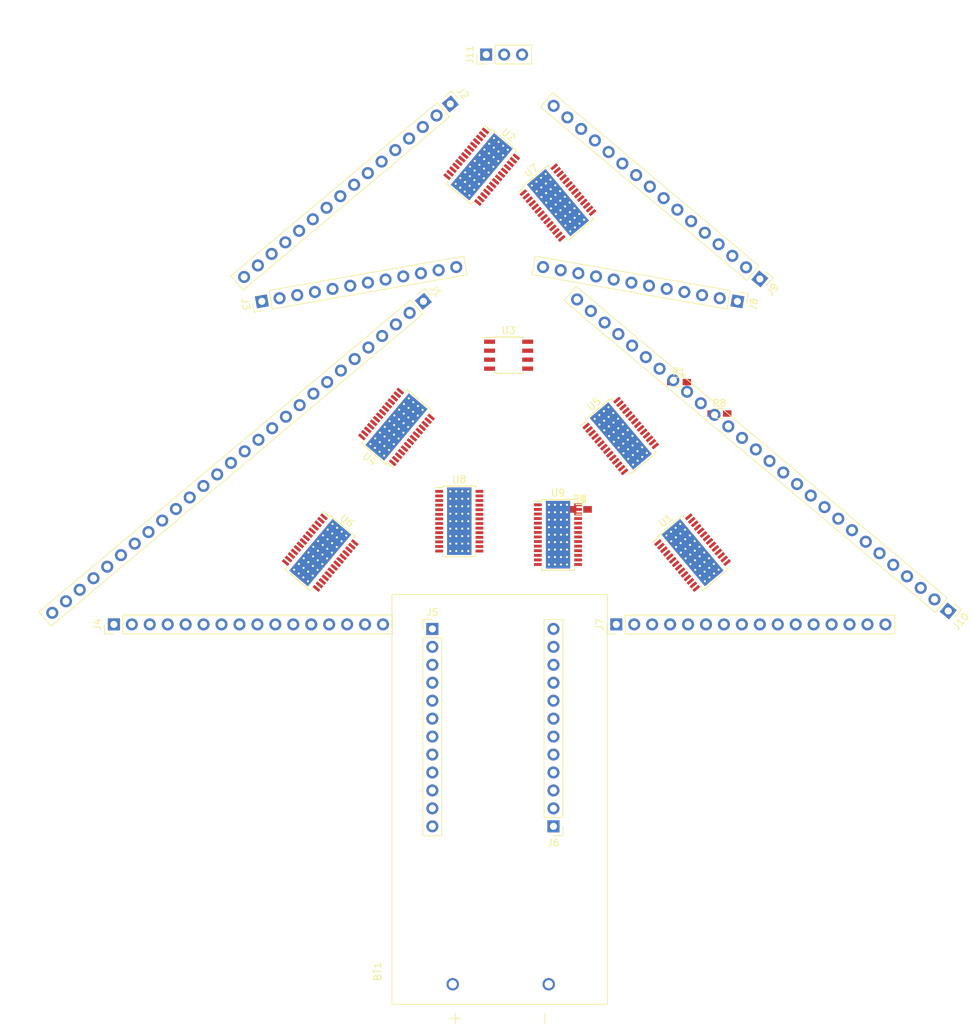
<source format=kicad_pcb>
(kicad_pcb (version 4) (host pcbnew 4.0.7)

  (general
    (links 541)
    (no_connects 536)
    (area 0 0 0 0)
    (thickness 1.6)
    (drawings 0)
    (tracks 0)
    (zones 0)
    (modules 29)
    (nets 169)
  )

  (page A4)
  (layers
    (0 F.Cu signal)
    (31 B.Cu signal)
    (32 B.Adhes user)
    (33 F.Adhes user)
    (34 B.Paste user)
    (35 F.Paste user)
    (36 B.SilkS user)
    (37 F.SilkS user)
    (38 B.Mask user)
    (39 F.Mask user)
    (40 Dwgs.User user)
    (41 Cmts.User user)
    (42 Eco1.User user)
    (43 Eco2.User user)
    (44 Edge.Cuts user)
    (45 Margin user)
    (46 B.CrtYd user)
    (47 F.CrtYd user)
    (48 B.Fab user)
    (49 F.Fab user)
  )

  (setup
    (last_trace_width 0.25)
    (trace_clearance 0.2)
    (zone_clearance 0.508)
    (zone_45_only no)
    (trace_min 0.2)
    (segment_width 0.2)
    (edge_width 0.15)
    (via_size 0.6)
    (via_drill 0.4)
    (via_min_size 0.4)
    (via_min_drill 0.3)
    (uvia_size 0.3)
    (uvia_drill 0.1)
    (uvias_allowed no)
    (uvia_min_size 0.2)
    (uvia_min_drill 0.1)
    (pcb_text_width 0.3)
    (pcb_text_size 1.5 1.5)
    (mod_edge_width 0.15)
    (mod_text_size 1 1)
    (mod_text_width 0.15)
    (pad_size 1.524 1.524)
    (pad_drill 0.762)
    (pad_to_mask_clearance 0.2)
    (aux_axis_origin 0 0)
    (visible_elements FFFFFF7F)
    (pcbplotparams
      (layerselection 0x00030_80000001)
      (usegerberextensions false)
      (excludeedgelayer true)
      (linewidth 0.100000)
      (plotframeref false)
      (viasonmask false)
      (mode 1)
      (useauxorigin false)
      (hpglpennumber 1)
      (hpglpenspeed 20)
      (hpglpendiameter 15)
      (hpglpenoverlay 2)
      (psnegative false)
      (psa4output false)
      (plotreference true)
      (plotvalue true)
      (plotinvisibletext false)
      (padsonsilk false)
      (subtractmaskfromsilk false)
      (outputformat 1)
      (mirror false)
      (drillshape 1)
      (scaleselection 1)
      (outputdirectory ""))
  )

  (net 0 "")
  (net 1 VCC)
  (net 2 GND)
  (net 3 /O15)
  (net 4 /O16)
  (net 5 /O17)
  (net 6 /O18)
  (net 7 /O19)
  (net 8 /O110)
  (net 9 /O111)
  (net 10 /O112)
  (net 11 /O113)
  (net 12 /O114)
  (net 13 /O115)
  (net 14 /O20)
  (net 15 /O21)
  (net 16 /O22)
  (net 17 /O23)
  (net 18 /O24)
  (net 19 /O25)
  (net 20 /O26)
  (net 21 /O27)
  (net 22 /O28)
  (net 23 /O29)
  (net 24 /O00)
  (net 25 /O01)
  (net 26 /O02)
  (net 27 /O03)
  (net 28 /O04)
  (net 29 /O05)
  (net 30 /O06)
  (net 31 /O07)
  (net 32 /O08)
  (net 33 /O09)
  (net 34 /O010)
  (net 35 /O011)
  (net 36 /O012)
  (net 37 /O013)
  (net 38 /O014)
  (net 39 /O015)
  (net 40 /O10)
  (net 41 /O11)
  (net 42 /O12)
  (net 43 /O13)
  (net 44 /O14)
  (net 45 /O210)
  (net 46 /O211)
  (net 47 /O212)
  (net 48 /O213)
  (net 49 /O214)
  (net 50 /O215)
  (net 51 /O30)
  (net 52 /O31)
  (net 53 /O32)
  (net 54 /O33)
  (net 55 /O34)
  (net 56 /O35)
  (net 57 /O36)
  (net 58 /O37)
  (net 59 /O38)
  (net 60 /O39)
  (net 61 /O310)
  (net 62 /O311)
  (net 63 /O312)
  (net 64 /O313)
  (net 65 /O314)
  (net 66 /O315)
  (net 67 /O40)
  (net 68 /O41)
  (net 69 /O42)
  (net 70 /O43)
  (net 71 /O44)
  (net 72 /O45)
  (net 73 /O46)
  (net 74 /O47)
  (net 75 /O48)
  (net 76 /O49)
  (net 77 /O410)
  (net 78 /O411)
  (net 79 /O412)
  (net 80 /O413)
  (net 81 /O414)
  (net 82 /O415)
  (net 83 /O50)
  (net 84 /O51)
  (net 85 /O52)
  (net 86 /O53)
  (net 87 /O69)
  (net 88 /O610)
  (net 89 /O611)
  (net 90 /O612)
  (net 91 /O613)
  (net 92 /O614)
  (net 93 /O615)
  (net 94 /O70)
  (net 95 /O71)
  (net 96 /O72)
  (net 97 /O73)
  (net 98 /O74)
  (net 99 /O75)
  (net 100 /O76)
  (net 101 /O77)
  (net 102 /O78)
  (net 103 /O79)
  (net 104 /O710)
  (net 105 /O711)
  (net 106 /O712)
  (net 107 /O713)
  (net 108 /O54)
  (net 109 /O55)
  (net 110 /O56)
  (net 111 /O57)
  (net 112 /O58)
  (net 113 /O59)
  (net 114 /O510)
  (net 115 /O511)
  (net 116 /O512)
  (net 117 /O513)
  (net 118 /O514)
  (net 119 /O515)
  (net 120 /O60)
  (net 121 /O61)
  (net 122 /O62)
  (net 123 /O63)
  (net 124 /O64)
  (net 125 /O65)
  (net 126 /O66)
  (net 127 /O67)
  (net 128 /O68)
  (net 129 /O715)
  (net 130 /O714)
  (net 131 "Net-(R1-Pad1)")
  (net 132 "Net-(R2-Pad1)")
  (net 133 "Net-(R3-Pad1)")
  (net 134 "Net-(R4-Pad1)")
  (net 135 "Net-(R5-Pad1)")
  (net 136 "Net-(R6-Pad1)")
  (net 137 "Net-(R7-Pad1)")
  (net 138 "Net-(R8-Pad1)")
  (net 139 /BLANK)
  (net 140 /XLAT)
  (net 141 /SCLK)
  (net 142 "Net-(U1-Pad5)")
  (net 143 /VPRG)
  (net 144 "Net-(U1-Pad23)")
  (net 145 "Net-(U1-Pad24)")
  (net 146 /GCLK)
  (net 147 "Net-(U1-Pad26)")
  (net 148 /MOSI)
  (net 149 "Net-(U2-Pad23)")
  (net 150 "Net-(U2-Pad24)")
  (net 151 "Net-(U2-Pad26)")
  (net 152 "Net-(U4-Pad23)")
  (net 153 "Net-(U4-Pad24)")
  (net 154 "Net-(U4-Pad26)")
  (net 155 "Net-(U5-Pad23)")
  (net 156 "Net-(U5-Pad24)")
  (net 157 "Net-(U5-Pad26)")
  (net 158 "Net-(U6-Pad23)")
  (net 159 "Net-(U6-Pad24)")
  (net 160 "Net-(U6-Pad26)")
  (net 161 "Net-(U7-Pad23)")
  (net 162 "Net-(U7-Pad24)")
  (net 163 "Net-(U7-Pad26)")
  (net 164 "Net-(U8-Pad23)")
  (net 165 "Net-(U8-Pad24)")
  (net 166 "Net-(U8-Pad26)")
  (net 167 "Net-(U9-Pad23)")
  (net 168 "Net-(U9-Pad26)")

  (net_class Default "This is the default net class."
    (clearance 0.2)
    (trace_width 0.25)
    (via_dia 0.6)
    (via_drill 0.4)
    (uvia_dia 0.3)
    (uvia_drill 0.1)
    (add_net /BLANK)
    (add_net /GCLK)
    (add_net /MOSI)
    (add_net /O00)
    (add_net /O01)
    (add_net /O010)
    (add_net /O011)
    (add_net /O012)
    (add_net /O013)
    (add_net /O014)
    (add_net /O015)
    (add_net /O02)
    (add_net /O03)
    (add_net /O04)
    (add_net /O05)
    (add_net /O06)
    (add_net /O07)
    (add_net /O08)
    (add_net /O09)
    (add_net /O10)
    (add_net /O11)
    (add_net /O110)
    (add_net /O111)
    (add_net /O112)
    (add_net /O113)
    (add_net /O114)
    (add_net /O115)
    (add_net /O12)
    (add_net /O13)
    (add_net /O14)
    (add_net /O15)
    (add_net /O16)
    (add_net /O17)
    (add_net /O18)
    (add_net /O19)
    (add_net /O20)
    (add_net /O21)
    (add_net /O210)
    (add_net /O211)
    (add_net /O212)
    (add_net /O213)
    (add_net /O214)
    (add_net /O215)
    (add_net /O22)
    (add_net /O23)
    (add_net /O24)
    (add_net /O25)
    (add_net /O26)
    (add_net /O27)
    (add_net /O28)
    (add_net /O29)
    (add_net /O30)
    (add_net /O31)
    (add_net /O310)
    (add_net /O311)
    (add_net /O312)
    (add_net /O313)
    (add_net /O314)
    (add_net /O315)
    (add_net /O32)
    (add_net /O33)
    (add_net /O34)
    (add_net /O35)
    (add_net /O36)
    (add_net /O37)
    (add_net /O38)
    (add_net /O39)
    (add_net /O40)
    (add_net /O41)
    (add_net /O410)
    (add_net /O411)
    (add_net /O412)
    (add_net /O413)
    (add_net /O414)
    (add_net /O415)
    (add_net /O42)
    (add_net /O43)
    (add_net /O44)
    (add_net /O45)
    (add_net /O46)
    (add_net /O47)
    (add_net /O48)
    (add_net /O49)
    (add_net /O50)
    (add_net /O51)
    (add_net /O510)
    (add_net /O511)
    (add_net /O512)
    (add_net /O513)
    (add_net /O514)
    (add_net /O515)
    (add_net /O52)
    (add_net /O53)
    (add_net /O54)
    (add_net /O55)
    (add_net /O56)
    (add_net /O57)
    (add_net /O58)
    (add_net /O59)
    (add_net /O60)
    (add_net /O61)
    (add_net /O610)
    (add_net /O611)
    (add_net /O612)
    (add_net /O613)
    (add_net /O614)
    (add_net /O615)
    (add_net /O62)
    (add_net /O63)
    (add_net /O64)
    (add_net /O65)
    (add_net /O66)
    (add_net /O67)
    (add_net /O68)
    (add_net /O69)
    (add_net /O70)
    (add_net /O71)
    (add_net /O710)
    (add_net /O711)
    (add_net /O712)
    (add_net /O713)
    (add_net /O714)
    (add_net /O715)
    (add_net /O72)
    (add_net /O73)
    (add_net /O74)
    (add_net /O75)
    (add_net /O76)
    (add_net /O77)
    (add_net /O78)
    (add_net /O79)
    (add_net /SCLK)
    (add_net /VPRG)
    (add_net /XLAT)
    (add_net GND)
    (add_net "Net-(R1-Pad1)")
    (add_net "Net-(R2-Pad1)")
    (add_net "Net-(R3-Pad1)")
    (add_net "Net-(R4-Pad1)")
    (add_net "Net-(R5-Pad1)")
    (add_net "Net-(R6-Pad1)")
    (add_net "Net-(R7-Pad1)")
    (add_net "Net-(R8-Pad1)")
    (add_net "Net-(U1-Pad23)")
    (add_net "Net-(U1-Pad24)")
    (add_net "Net-(U1-Pad26)")
    (add_net "Net-(U1-Pad5)")
    (add_net "Net-(U2-Pad23)")
    (add_net "Net-(U2-Pad24)")
    (add_net "Net-(U2-Pad26)")
    (add_net "Net-(U4-Pad23)")
    (add_net "Net-(U4-Pad24)")
    (add_net "Net-(U4-Pad26)")
    (add_net "Net-(U5-Pad23)")
    (add_net "Net-(U5-Pad24)")
    (add_net "Net-(U5-Pad26)")
    (add_net "Net-(U6-Pad23)")
    (add_net "Net-(U6-Pad24)")
    (add_net "Net-(U6-Pad26)")
    (add_net "Net-(U7-Pad23)")
    (add_net "Net-(U7-Pad24)")
    (add_net "Net-(U7-Pad26)")
    (add_net "Net-(U8-Pad23)")
    (add_net "Net-(U8-Pad24)")
    (add_net "Net-(U8-Pad26)")
    (add_net "Net-(U9-Pad23)")
    (add_net "Net-(U9-Pad26)")
    (add_net VCC)
  )

  (module battery_holders_snapeda:BAT_BC2AAPC (layer F.Cu) (tedit 635180CE) (tstamp 639FD5D9)
    (at 137.16 146.05 90)
    (path /63A8106C)
    (fp_text reference BT1 (at -24.365 -17.285 90) (layer F.SilkS)
      (effects (font (size 1 1) (thickness 0.15)))
    )
    (fp_text value BC2AAPC (at -20.555 16.595 90) (layer F.Fab)
      (effects (font (size 1 1) (thickness 0.15)))
    )
    (fp_line (start -29.25 -15.5) (end -29.25 15.5) (layer F.CrtYd) (width 0.05))
    (fp_line (start -29.25 15.5) (end 29.25 15.5) (layer F.CrtYd) (width 0.05))
    (fp_line (start 29.25 15.5) (end 29.25 -15.5) (layer F.CrtYd) (width 0.05))
    (fp_line (start 29.25 -15.5) (end -29.25 -15.5) (layer F.CrtYd) (width 0.05))
    (fp_line (start -31.74 -6.29) (end -30.24 -6.29) (layer F.SilkS) (width 0.127))
    (fp_line (start -30.99 -5.54) (end -30.99 -7.04) (layer F.SilkS) (width 0.127))
    (fp_line (start -31.74 -6.29) (end -30.24 -6.29) (layer F.Fab) (width 0.127))
    (fp_line (start -30.99 -5.54) (end -30.99 -7.04) (layer F.Fab) (width 0.127))
    (fp_line (start -29 -15.25) (end 29 -15.25) (layer F.Fab) (width 0.127))
    (fp_line (start 29 -15.25) (end 29 15.25) (layer F.Fab) (width 0.127))
    (fp_line (start 29 15.25) (end -29 15.25) (layer F.Fab) (width 0.127))
    (fp_line (start -29 15.25) (end -29 -15.25) (layer F.Fab) (width 0.127))
    (fp_line (start 29 -15.25) (end 29 15.25) (layer F.SilkS) (width 0.127))
    (fp_line (start 29 15.25) (end -29 15.25) (layer F.SilkS) (width 0.127))
    (fp_line (start -29 15.25) (end -29 -15.25) (layer F.SilkS) (width 0.127))
    (fp_line (start -29 -15.25) (end 29 -15.25) (layer F.SilkS) (width 0.127))
    (fp_line (start -31.74 6.41) (end -30.24 6.41) (layer F.Fab) (width 0.127))
    (fp_line (start -31.74 6.41) (end -30.24 6.41) (layer F.SilkS) (width 0.127))
    (pad + thru_hole circle (at -26.16 -6.64 90) (size 1.755 1.755) (drill 1.17) (layers *.Cu *.Mask)
      (net 1 VCC))
    (pad - thru_hole circle (at -26.16 6.95 90) (size 1.755 1.755) (drill 1.17) (layers *.Cu *.Mask)
      (net 2 GND))
    (pad None np_thru_hole circle (at 0 -0.01 90) (size 3.56 3.56) (drill 3.56) (layers *.Cu *.Mask))
  )

  (module Pin_Headers:Pin_Header_Straight_1x28_Pitch2.54mm (layer F.Cu) (tedit 59650532) (tstamp 639FD5F9)
    (at 126.365 75.565 310)
    (descr "Through hole straight pin header, 1x28, 2.54mm pitch, single row")
    (tags "Through hole pin header THT 1x28 2.54mm single row")
    (path /63A1A586)
    (fp_text reference J1 (at 0 -2.33 310) (layer F.SilkS)
      (effects (font (size 1 1) (thickness 0.15)))
    )
    (fp_text value Conn_01x28_Female (at 0 70.91 310) (layer F.Fab)
      (effects (font (size 1 1) (thickness 0.15)))
    )
    (fp_line (start -0.635 -1.27) (end 1.27 -1.27) (layer F.Fab) (width 0.1))
    (fp_line (start 1.27 -1.27) (end 1.27 69.85) (layer F.Fab) (width 0.1))
    (fp_line (start 1.27 69.85) (end -1.27 69.85) (layer F.Fab) (width 0.1))
    (fp_line (start -1.27 69.85) (end -1.27 -0.635) (layer F.Fab) (width 0.1))
    (fp_line (start -1.27 -0.635) (end -0.635 -1.27) (layer F.Fab) (width 0.1))
    (fp_line (start -1.33 69.91) (end 1.33 69.91) (layer F.SilkS) (width 0.12))
    (fp_line (start -1.33 1.27) (end -1.33 69.91) (layer F.SilkS) (width 0.12))
    (fp_line (start 1.33 1.27) (end 1.33 69.91) (layer F.SilkS) (width 0.12))
    (fp_line (start -1.33 1.27) (end 1.33 1.27) (layer F.SilkS) (width 0.12))
    (fp_line (start -1.33 0) (end -1.33 -1.33) (layer F.SilkS) (width 0.12))
    (fp_line (start -1.33 -1.33) (end 0 -1.33) (layer F.SilkS) (width 0.12))
    (fp_line (start -1.8 -1.8) (end -1.8 70.35) (layer F.CrtYd) (width 0.05))
    (fp_line (start -1.8 70.35) (end 1.8 70.35) (layer F.CrtYd) (width 0.05))
    (fp_line (start 1.8 70.35) (end 1.8 -1.8) (layer F.CrtYd) (width 0.05))
    (fp_line (start 1.8 -1.8) (end -1.8 -1.8) (layer F.CrtYd) (width 0.05))
    (fp_text user %R (at 0 34.29 400) (layer F.Fab)
      (effects (font (size 1 1) (thickness 0.15)))
    )
    (pad 1 thru_hole rect (at 0 0 310) (size 1.7 1.7) (drill 1) (layers *.Cu *.Mask)
      (net 3 /O15))
    (pad 2 thru_hole oval (at 0 2.54 310) (size 1.7 1.7) (drill 1) (layers *.Cu *.Mask)
      (net 2 GND))
    (pad 3 thru_hole oval (at 0 5.08 310) (size 1.7 1.7) (drill 1) (layers *.Cu *.Mask)
      (net 4 /O16))
    (pad 4 thru_hole oval (at 0 7.62 310) (size 1.7 1.7) (drill 1) (layers *.Cu *.Mask)
      (net 5 /O17))
    (pad 5 thru_hole oval (at 0 10.16 310) (size 1.7 1.7) (drill 1) (layers *.Cu *.Mask)
      (net 6 /O18))
    (pad 6 thru_hole oval (at 0 12.7 310) (size 1.7 1.7) (drill 1) (layers *.Cu *.Mask)
      (net 2 GND))
    (pad 7 thru_hole oval (at 0 15.24 310) (size 1.7 1.7) (drill 1) (layers *.Cu *.Mask)
      (net 7 /O19))
    (pad 8 thru_hole oval (at 0 17.78 310) (size 1.7 1.7) (drill 1) (layers *.Cu *.Mask)
      (net 8 /O110))
    (pad 9 thru_hole oval (at 0 20.32 310) (size 1.7 1.7) (drill 1) (layers *.Cu *.Mask)
      (net 9 /O111))
    (pad 10 thru_hole oval (at 0 22.86 310) (size 1.7 1.7) (drill 1) (layers *.Cu *.Mask)
      (net 2 GND))
    (pad 11 thru_hole oval (at 0 25.4 310) (size 1.7 1.7) (drill 1) (layers *.Cu *.Mask)
      (net 10 /O112))
    (pad 12 thru_hole oval (at 0 27.94 310) (size 1.7 1.7) (drill 1) (layers *.Cu *.Mask)
      (net 11 /O113))
    (pad 13 thru_hole oval (at 0 30.48 310) (size 1.7 1.7) (drill 1) (layers *.Cu *.Mask)
      (net 12 /O114))
    (pad 14 thru_hole oval (at 0 33.02 310) (size 1.7 1.7) (drill 1) (layers *.Cu *.Mask)
      (net 2 GND))
    (pad 15 thru_hole oval (at 0 35.56 310) (size 1.7 1.7) (drill 1) (layers *.Cu *.Mask)
      (net 13 /O115))
    (pad 16 thru_hole oval (at 0 38.1 310) (size 1.7 1.7) (drill 1) (layers *.Cu *.Mask)
      (net 14 /O20))
    (pad 17 thru_hole oval (at 0 40.64 310) (size 1.7 1.7) (drill 1) (layers *.Cu *.Mask)
      (net 15 /O21))
    (pad 18 thru_hole oval (at 0 43.18 310) (size 1.7 1.7) (drill 1) (layers *.Cu *.Mask)
      (net 2 GND))
    (pad 19 thru_hole oval (at 0 45.72 310) (size 1.7 1.7) (drill 1) (layers *.Cu *.Mask)
      (net 16 /O22))
    (pad 20 thru_hole oval (at 0 48.26 310) (size 1.7 1.7) (drill 1) (layers *.Cu *.Mask)
      (net 17 /O23))
    (pad 21 thru_hole oval (at 0 50.8 310) (size 1.7 1.7) (drill 1) (layers *.Cu *.Mask)
      (net 18 /O24))
    (pad 22 thru_hole oval (at 0 53.34 310) (size 1.7 1.7) (drill 1) (layers *.Cu *.Mask)
      (net 2 GND))
    (pad 23 thru_hole oval (at 0 55.88 310) (size 1.7 1.7) (drill 1) (layers *.Cu *.Mask)
      (net 19 /O25))
    (pad 24 thru_hole oval (at 0 58.42 310) (size 1.7 1.7) (drill 1) (layers *.Cu *.Mask)
      (net 20 /O26))
    (pad 25 thru_hole oval (at 0 60.96 310) (size 1.7 1.7) (drill 1) (layers *.Cu *.Mask)
      (net 21 /O27))
    (pad 26 thru_hole oval (at 0 63.5 310) (size 1.7 1.7) (drill 1) (layers *.Cu *.Mask)
      (net 2 GND))
    (pad 27 thru_hole oval (at 0 66.04 310) (size 1.7 1.7) (drill 1) (layers *.Cu *.Mask)
      (net 22 /O28))
    (pad 28 thru_hole oval (at 0 68.58 310) (size 1.7 1.7) (drill 1) (layers *.Cu *.Mask)
      (net 23 /O29))
    (model ${KISYS3DMOD}/Pin_Headers.3dshapes/Pin_Header_Straight_1x28_Pitch2.54mm.wrl
      (at (xyz 0 0 0))
      (scale (xyz 1 1 1))
      (rotate (xyz 0 0 0))
    )
  )

  (module Pin_Headers:Pin_Header_Straight_1x16_Pitch2.54mm (layer F.Cu) (tedit 59650532) (tstamp 639FD60D)
    (at 130.175 47.625 310)
    (descr "Through hole straight pin header, 1x16, 2.54mm pitch, single row")
    (tags "Through hole pin header THT 1x16 2.54mm single row")
    (path /63A1CC42)
    (fp_text reference J2 (at 0 -2.33 310) (layer F.SilkS)
      (effects (font (size 1 1) (thickness 0.15)))
    )
    (fp_text value Conn_01x16_Female (at 0 40.43 310) (layer F.Fab)
      (effects (font (size 1 1) (thickness 0.15)))
    )
    (fp_line (start -0.635 -1.27) (end 1.27 -1.27) (layer F.Fab) (width 0.1))
    (fp_line (start 1.27 -1.27) (end 1.27 39.37) (layer F.Fab) (width 0.1))
    (fp_line (start 1.27 39.37) (end -1.27 39.37) (layer F.Fab) (width 0.1))
    (fp_line (start -1.27 39.37) (end -1.27 -0.635) (layer F.Fab) (width 0.1))
    (fp_line (start -1.27 -0.635) (end -0.635 -1.27) (layer F.Fab) (width 0.1))
    (fp_line (start -1.33 39.43) (end 1.33 39.43) (layer F.SilkS) (width 0.12))
    (fp_line (start -1.33 1.27) (end -1.33 39.43) (layer F.SilkS) (width 0.12))
    (fp_line (start 1.33 1.27) (end 1.33 39.43) (layer F.SilkS) (width 0.12))
    (fp_line (start -1.33 1.27) (end 1.33 1.27) (layer F.SilkS) (width 0.12))
    (fp_line (start -1.33 0) (end -1.33 -1.33) (layer F.SilkS) (width 0.12))
    (fp_line (start -1.33 -1.33) (end 0 -1.33) (layer F.SilkS) (width 0.12))
    (fp_line (start -1.8 -1.8) (end -1.8 39.9) (layer F.CrtYd) (width 0.05))
    (fp_line (start -1.8 39.9) (end 1.8 39.9) (layer F.CrtYd) (width 0.05))
    (fp_line (start 1.8 39.9) (end 1.8 -1.8) (layer F.CrtYd) (width 0.05))
    (fp_line (start 1.8 -1.8) (end -1.8 -1.8) (layer F.CrtYd) (width 0.05))
    (fp_text user %R (at 0 19.05 400) (layer F.Fab)
      (effects (font (size 1 1) (thickness 0.15)))
    )
    (pad 1 thru_hole rect (at 0 0 310) (size 1.7 1.7) (drill 1) (layers *.Cu *.Mask)
      (net 24 /O00))
    (pad 2 thru_hole oval (at 0 2.54 310) (size 1.7 1.7) (drill 1) (layers *.Cu *.Mask)
      (net 2 GND))
    (pad 3 thru_hole oval (at 0 5.08 310) (size 1.7 1.7) (drill 1) (layers *.Cu *.Mask)
      (net 25 /O01))
    (pad 4 thru_hole oval (at 0 7.62 310) (size 1.7 1.7) (drill 1) (layers *.Cu *.Mask)
      (net 26 /O02))
    (pad 5 thru_hole oval (at 0 10.16 310) (size 1.7 1.7) (drill 1) (layers *.Cu *.Mask)
      (net 27 /O03))
    (pad 6 thru_hole oval (at 0 12.7 310) (size 1.7 1.7) (drill 1) (layers *.Cu *.Mask)
      (net 2 GND))
    (pad 7 thru_hole oval (at 0 15.24 310) (size 1.7 1.7) (drill 1) (layers *.Cu *.Mask)
      (net 28 /O04))
    (pad 8 thru_hole oval (at 0 17.78 310) (size 1.7 1.7) (drill 1) (layers *.Cu *.Mask)
      (net 29 /O05))
    (pad 9 thru_hole oval (at 0 20.32 310) (size 1.7 1.7) (drill 1) (layers *.Cu *.Mask)
      (net 30 /O06))
    (pad 10 thru_hole oval (at 0 22.86 310) (size 1.7 1.7) (drill 1) (layers *.Cu *.Mask)
      (net 2 GND))
    (pad 11 thru_hole oval (at 0 25.4 310) (size 1.7 1.7) (drill 1) (layers *.Cu *.Mask)
      (net 31 /O07))
    (pad 12 thru_hole oval (at 0 27.94 310) (size 1.7 1.7) (drill 1) (layers *.Cu *.Mask)
      (net 32 /O08))
    (pad 13 thru_hole oval (at 0 30.48 310) (size 1.7 1.7) (drill 1) (layers *.Cu *.Mask)
      (net 33 /O09))
    (pad 14 thru_hole oval (at 0 33.02 310) (size 1.7 1.7) (drill 1) (layers *.Cu *.Mask)
      (net 2 GND))
    (pad 15 thru_hole oval (at 0 35.56 310) (size 1.7 1.7) (drill 1) (layers *.Cu *.Mask)
      (net 34 /O010))
    (pad 16 thru_hole oval (at 0 38.1 310) (size 1.7 1.7) (drill 1) (layers *.Cu *.Mask)
      (net 35 /O011))
    (model ${KISYS3DMOD}/Pin_Headers.3dshapes/Pin_Header_Straight_1x16_Pitch2.54mm.wrl
      (at (xyz 0 0 0))
      (scale (xyz 1 1 1))
      (rotate (xyz 0 0 0))
    )
  )

  (module Pin_Headers:Pin_Header_Straight_1x12_Pitch2.54mm (layer F.Cu) (tedit 59650532) (tstamp 639FD61D)
    (at 103.505 75.565 100)
    (descr "Through hole straight pin header, 1x12, 2.54mm pitch, single row")
    (tags "Through hole pin header THT 1x12 2.54mm single row")
    (path /63A1D93A)
    (fp_text reference J3 (at 0 -2.33 100) (layer F.SilkS)
      (effects (font (size 1 1) (thickness 0.15)))
    )
    (fp_text value Conn_01x12_Female (at 0 30.27 100) (layer F.Fab)
      (effects (font (size 1 1) (thickness 0.15)))
    )
    (fp_line (start -0.635 -1.27) (end 1.27 -1.27) (layer F.Fab) (width 0.1))
    (fp_line (start 1.27 -1.27) (end 1.27 29.21) (layer F.Fab) (width 0.1))
    (fp_line (start 1.27 29.21) (end -1.27 29.21) (layer F.Fab) (width 0.1))
    (fp_line (start -1.27 29.21) (end -1.27 -0.635) (layer F.Fab) (width 0.1))
    (fp_line (start -1.27 -0.635) (end -0.635 -1.27) (layer F.Fab) (width 0.1))
    (fp_line (start -1.33 29.27) (end 1.33 29.27) (layer F.SilkS) (width 0.12))
    (fp_line (start -1.33 1.27) (end -1.33 29.27) (layer F.SilkS) (width 0.12))
    (fp_line (start 1.33 1.27) (end 1.33 29.27) (layer F.SilkS) (width 0.12))
    (fp_line (start -1.33 1.27) (end 1.33 1.27) (layer F.SilkS) (width 0.12))
    (fp_line (start -1.33 0) (end -1.33 -1.33) (layer F.SilkS) (width 0.12))
    (fp_line (start -1.33 -1.33) (end 0 -1.33) (layer F.SilkS) (width 0.12))
    (fp_line (start -1.8 -1.8) (end -1.8 29.75) (layer F.CrtYd) (width 0.05))
    (fp_line (start -1.8 29.75) (end 1.8 29.75) (layer F.CrtYd) (width 0.05))
    (fp_line (start 1.8 29.75) (end 1.8 -1.8) (layer F.CrtYd) (width 0.05))
    (fp_line (start 1.8 -1.8) (end -1.8 -1.8) (layer F.CrtYd) (width 0.05))
    (fp_text user %R (at 0 13.97 190) (layer F.Fab)
      (effects (font (size 1 1) (thickness 0.15)))
    )
    (pad 1 thru_hole rect (at 0 0 100) (size 1.7 1.7) (drill 1) (layers *.Cu *.Mask)
      (net 36 /O012))
    (pad 2 thru_hole oval (at 0 2.54 100) (size 1.7 1.7) (drill 1) (layers *.Cu *.Mask)
      (net 2 GND))
    (pad 3 thru_hole oval (at 0 5.08 100) (size 1.7 1.7) (drill 1) (layers *.Cu *.Mask)
      (net 37 /O013))
    (pad 4 thru_hole oval (at 0 7.62 100) (size 1.7 1.7) (drill 1) (layers *.Cu *.Mask)
      (net 38 /O014))
    (pad 5 thru_hole oval (at 0 10.16 100) (size 1.7 1.7) (drill 1) (layers *.Cu *.Mask)
      (net 39 /O015))
    (pad 6 thru_hole oval (at 0 12.7 100) (size 1.7 1.7) (drill 1) (layers *.Cu *.Mask)
      (net 2 GND))
    (pad 7 thru_hole oval (at 0 15.24 100) (size 1.7 1.7) (drill 1) (layers *.Cu *.Mask)
      (net 40 /O10))
    (pad 8 thru_hole oval (at 0 17.78 100) (size 1.7 1.7) (drill 1) (layers *.Cu *.Mask)
      (net 41 /O11))
    (pad 9 thru_hole oval (at 0 20.32 100) (size 1.7 1.7) (drill 1) (layers *.Cu *.Mask)
      (net 42 /O12))
    (pad 10 thru_hole oval (at 0 22.86 100) (size 1.7 1.7) (drill 1) (layers *.Cu *.Mask)
      (net 2 GND))
    (pad 11 thru_hole oval (at 0 25.4 100) (size 1.7 1.7) (drill 1) (layers *.Cu *.Mask)
      (net 43 /O13))
    (pad 12 thru_hole oval (at 0 27.94 100) (size 1.7 1.7) (drill 1) (layers *.Cu *.Mask)
      (net 44 /O14))
    (model ${KISYS3DMOD}/Pin_Headers.3dshapes/Pin_Header_Straight_1x12_Pitch2.54mm.wrl
      (at (xyz 0 0 0))
      (scale (xyz 1 1 1))
      (rotate (xyz 0 0 0))
    )
  )

  (module Pin_Headers:Pin_Header_Straight_1x16_Pitch2.54mm (layer F.Cu) (tedit 59650532) (tstamp 639FD631)
    (at 82.55 121.285 90)
    (descr "Through hole straight pin header, 1x16, 2.54mm pitch, single row")
    (tags "Through hole pin header THT 1x16 2.54mm single row")
    (path /63A242BD)
    (fp_text reference J4 (at 0 -2.33 90) (layer F.SilkS)
      (effects (font (size 1 1) (thickness 0.15)))
    )
    (fp_text value Conn_01x16_Female (at 0 40.43 90) (layer F.Fab)
      (effects (font (size 1 1) (thickness 0.15)))
    )
    (fp_line (start -0.635 -1.27) (end 1.27 -1.27) (layer F.Fab) (width 0.1))
    (fp_line (start 1.27 -1.27) (end 1.27 39.37) (layer F.Fab) (width 0.1))
    (fp_line (start 1.27 39.37) (end -1.27 39.37) (layer F.Fab) (width 0.1))
    (fp_line (start -1.27 39.37) (end -1.27 -0.635) (layer F.Fab) (width 0.1))
    (fp_line (start -1.27 -0.635) (end -0.635 -1.27) (layer F.Fab) (width 0.1))
    (fp_line (start -1.33 39.43) (end 1.33 39.43) (layer F.SilkS) (width 0.12))
    (fp_line (start -1.33 1.27) (end -1.33 39.43) (layer F.SilkS) (width 0.12))
    (fp_line (start 1.33 1.27) (end 1.33 39.43) (layer F.SilkS) (width 0.12))
    (fp_line (start -1.33 1.27) (end 1.33 1.27) (layer F.SilkS) (width 0.12))
    (fp_line (start -1.33 0) (end -1.33 -1.33) (layer F.SilkS) (width 0.12))
    (fp_line (start -1.33 -1.33) (end 0 -1.33) (layer F.SilkS) (width 0.12))
    (fp_line (start -1.8 -1.8) (end -1.8 39.9) (layer F.CrtYd) (width 0.05))
    (fp_line (start -1.8 39.9) (end 1.8 39.9) (layer F.CrtYd) (width 0.05))
    (fp_line (start 1.8 39.9) (end 1.8 -1.8) (layer F.CrtYd) (width 0.05))
    (fp_line (start 1.8 -1.8) (end -1.8 -1.8) (layer F.CrtYd) (width 0.05))
    (fp_text user %R (at 0 19.05 180) (layer F.Fab)
      (effects (font (size 1 1) (thickness 0.15)))
    )
    (pad 1 thru_hole rect (at 0 0 90) (size 1.7 1.7) (drill 1) (layers *.Cu *.Mask)
      (net 45 /O210))
    (pad 2 thru_hole oval (at 0 2.54 90) (size 1.7 1.7) (drill 1) (layers *.Cu *.Mask)
      (net 2 GND))
    (pad 3 thru_hole oval (at 0 5.08 90) (size 1.7 1.7) (drill 1) (layers *.Cu *.Mask)
      (net 46 /O211))
    (pad 4 thru_hole oval (at 0 7.62 90) (size 1.7 1.7) (drill 1) (layers *.Cu *.Mask)
      (net 47 /O212))
    (pad 5 thru_hole oval (at 0 10.16 90) (size 1.7 1.7) (drill 1) (layers *.Cu *.Mask)
      (net 48 /O213))
    (pad 6 thru_hole oval (at 0 12.7 90) (size 1.7 1.7) (drill 1) (layers *.Cu *.Mask)
      (net 2 GND))
    (pad 7 thru_hole oval (at 0 15.24 90) (size 1.7 1.7) (drill 1) (layers *.Cu *.Mask)
      (net 49 /O214))
    (pad 8 thru_hole oval (at 0 17.78 90) (size 1.7 1.7) (drill 1) (layers *.Cu *.Mask)
      (net 50 /O215))
    (pad 9 thru_hole oval (at 0 20.32 90) (size 1.7 1.7) (drill 1) (layers *.Cu *.Mask)
      (net 51 /O30))
    (pad 10 thru_hole oval (at 0 22.86 90) (size 1.7 1.7) (drill 1) (layers *.Cu *.Mask)
      (net 2 GND))
    (pad 11 thru_hole oval (at 0 25.4 90) (size 1.7 1.7) (drill 1) (layers *.Cu *.Mask)
      (net 52 /O31))
    (pad 12 thru_hole oval (at 0 27.94 90) (size 1.7 1.7) (drill 1) (layers *.Cu *.Mask)
      (net 53 /O32))
    (pad 13 thru_hole oval (at 0 30.48 90) (size 1.7 1.7) (drill 1) (layers *.Cu *.Mask)
      (net 54 /O33))
    (pad 14 thru_hole oval (at 0 33.02 90) (size 1.7 1.7) (drill 1) (layers *.Cu *.Mask)
      (net 2 GND))
    (pad 15 thru_hole oval (at 0 35.56 90) (size 1.7 1.7) (drill 1) (layers *.Cu *.Mask)
      (net 55 /O34))
    (pad 16 thru_hole oval (at 0 38.1 90) (size 1.7 1.7) (drill 1) (layers *.Cu *.Mask)
      (net 56 /O35))
    (model ${KISYS3DMOD}/Pin_Headers.3dshapes/Pin_Header_Straight_1x16_Pitch2.54mm.wrl
      (at (xyz 0 0 0))
      (scale (xyz 1 1 1))
      (rotate (xyz 0 0 0))
    )
  )

  (module Pin_Headers:Pin_Header_Straight_1x12_Pitch2.54mm (layer F.Cu) (tedit 59650532) (tstamp 639FD641)
    (at 127.635 121.92)
    (descr "Through hole straight pin header, 1x12, 2.54mm pitch, single row")
    (tags "Through hole pin header THT 1x12 2.54mm single row")
    (path /63A211D6)
    (fp_text reference J5 (at 0 -2.33) (layer F.SilkS)
      (effects (font (size 1 1) (thickness 0.15)))
    )
    (fp_text value Conn_01x12_Female (at 0 30.27) (layer F.Fab)
      (effects (font (size 1 1) (thickness 0.15)))
    )
    (fp_line (start -0.635 -1.27) (end 1.27 -1.27) (layer F.Fab) (width 0.1))
    (fp_line (start 1.27 -1.27) (end 1.27 29.21) (layer F.Fab) (width 0.1))
    (fp_line (start 1.27 29.21) (end -1.27 29.21) (layer F.Fab) (width 0.1))
    (fp_line (start -1.27 29.21) (end -1.27 -0.635) (layer F.Fab) (width 0.1))
    (fp_line (start -1.27 -0.635) (end -0.635 -1.27) (layer F.Fab) (width 0.1))
    (fp_line (start -1.33 29.27) (end 1.33 29.27) (layer F.SilkS) (width 0.12))
    (fp_line (start -1.33 1.27) (end -1.33 29.27) (layer F.SilkS) (width 0.12))
    (fp_line (start 1.33 1.27) (end 1.33 29.27) (layer F.SilkS) (width 0.12))
    (fp_line (start -1.33 1.27) (end 1.33 1.27) (layer F.SilkS) (width 0.12))
    (fp_line (start -1.33 0) (end -1.33 -1.33) (layer F.SilkS) (width 0.12))
    (fp_line (start -1.33 -1.33) (end 0 -1.33) (layer F.SilkS) (width 0.12))
    (fp_line (start -1.8 -1.8) (end -1.8 29.75) (layer F.CrtYd) (width 0.05))
    (fp_line (start -1.8 29.75) (end 1.8 29.75) (layer F.CrtYd) (width 0.05))
    (fp_line (start 1.8 29.75) (end 1.8 -1.8) (layer F.CrtYd) (width 0.05))
    (fp_line (start 1.8 -1.8) (end -1.8 -1.8) (layer F.CrtYd) (width 0.05))
    (fp_text user %R (at 0 13.97 90) (layer F.Fab)
      (effects (font (size 1 1) (thickness 0.15)))
    )
    (pad 1 thru_hole rect (at 0 0) (size 1.7 1.7) (drill 1) (layers *.Cu *.Mask)
      (net 57 /O36))
    (pad 2 thru_hole oval (at 0 2.54) (size 1.7 1.7) (drill 1) (layers *.Cu *.Mask)
      (net 2 GND))
    (pad 3 thru_hole oval (at 0 5.08) (size 1.7 1.7) (drill 1) (layers *.Cu *.Mask)
      (net 58 /O37))
    (pad 4 thru_hole oval (at 0 7.62) (size 1.7 1.7) (drill 1) (layers *.Cu *.Mask)
      (net 59 /O38))
    (pad 5 thru_hole oval (at 0 10.16) (size 1.7 1.7) (drill 1) (layers *.Cu *.Mask)
      (net 60 /O39))
    (pad 6 thru_hole oval (at 0 12.7) (size 1.7 1.7) (drill 1) (layers *.Cu *.Mask)
      (net 2 GND))
    (pad 7 thru_hole oval (at 0 15.24) (size 1.7 1.7) (drill 1) (layers *.Cu *.Mask)
      (net 61 /O310))
    (pad 8 thru_hole oval (at 0 17.78) (size 1.7 1.7) (drill 1) (layers *.Cu *.Mask)
      (net 62 /O311))
    (pad 9 thru_hole oval (at 0 20.32) (size 1.7 1.7) (drill 1) (layers *.Cu *.Mask)
      (net 63 /O312))
    (pad 10 thru_hole oval (at 0 22.86) (size 1.7 1.7) (drill 1) (layers *.Cu *.Mask)
      (net 2 GND))
    (pad 11 thru_hole oval (at 0 25.4) (size 1.7 1.7) (drill 1) (layers *.Cu *.Mask)
      (net 64 /O313))
    (pad 12 thru_hole oval (at 0 27.94) (size 1.7 1.7) (drill 1) (layers *.Cu *.Mask)
      (net 65 /O314))
    (model ${KISYS3DMOD}/Pin_Headers.3dshapes/Pin_Header_Straight_1x12_Pitch2.54mm.wrl
      (at (xyz 0 0 0))
      (scale (xyz 1 1 1))
      (rotate (xyz 0 0 0))
    )
  )

  (module Pin_Headers:Pin_Header_Straight_1x12_Pitch2.54mm (layer F.Cu) (tedit 59650532) (tstamp 639FD651)
    (at 144.78 149.86 180)
    (descr "Through hole straight pin header, 1x12, 2.54mm pitch, single row")
    (tags "Through hole pin header THT 1x12 2.54mm single row")
    (path /63A21AC2)
    (fp_text reference J6 (at 0 -2.33 180) (layer F.SilkS)
      (effects (font (size 1 1) (thickness 0.15)))
    )
    (fp_text value Conn_01x12_Female (at 0 30.27 180) (layer F.Fab)
      (effects (font (size 1 1) (thickness 0.15)))
    )
    (fp_line (start -0.635 -1.27) (end 1.27 -1.27) (layer F.Fab) (width 0.1))
    (fp_line (start 1.27 -1.27) (end 1.27 29.21) (layer F.Fab) (width 0.1))
    (fp_line (start 1.27 29.21) (end -1.27 29.21) (layer F.Fab) (width 0.1))
    (fp_line (start -1.27 29.21) (end -1.27 -0.635) (layer F.Fab) (width 0.1))
    (fp_line (start -1.27 -0.635) (end -0.635 -1.27) (layer F.Fab) (width 0.1))
    (fp_line (start -1.33 29.27) (end 1.33 29.27) (layer F.SilkS) (width 0.12))
    (fp_line (start -1.33 1.27) (end -1.33 29.27) (layer F.SilkS) (width 0.12))
    (fp_line (start 1.33 1.27) (end 1.33 29.27) (layer F.SilkS) (width 0.12))
    (fp_line (start -1.33 1.27) (end 1.33 1.27) (layer F.SilkS) (width 0.12))
    (fp_line (start -1.33 0) (end -1.33 -1.33) (layer F.SilkS) (width 0.12))
    (fp_line (start -1.33 -1.33) (end 0 -1.33) (layer F.SilkS) (width 0.12))
    (fp_line (start -1.8 -1.8) (end -1.8 29.75) (layer F.CrtYd) (width 0.05))
    (fp_line (start -1.8 29.75) (end 1.8 29.75) (layer F.CrtYd) (width 0.05))
    (fp_line (start 1.8 29.75) (end 1.8 -1.8) (layer F.CrtYd) (width 0.05))
    (fp_line (start 1.8 -1.8) (end -1.8 -1.8) (layer F.CrtYd) (width 0.05))
    (fp_text user %R (at 0 13.97 270) (layer F.Fab)
      (effects (font (size 1 1) (thickness 0.15)))
    )
    (pad 1 thru_hole rect (at 0 0 180) (size 1.7 1.7) (drill 1) (layers *.Cu *.Mask)
      (net 66 /O315))
    (pad 2 thru_hole oval (at 0 2.54 180) (size 1.7 1.7) (drill 1) (layers *.Cu *.Mask)
      (net 2 GND))
    (pad 3 thru_hole oval (at 0 5.08 180) (size 1.7 1.7) (drill 1) (layers *.Cu *.Mask)
      (net 67 /O40))
    (pad 4 thru_hole oval (at 0 7.62 180) (size 1.7 1.7) (drill 1) (layers *.Cu *.Mask)
      (net 68 /O41))
    (pad 5 thru_hole oval (at 0 10.16 180) (size 1.7 1.7) (drill 1) (layers *.Cu *.Mask)
      (net 69 /O42))
    (pad 6 thru_hole oval (at 0 12.7 180) (size 1.7 1.7) (drill 1) (layers *.Cu *.Mask)
      (net 2 GND))
    (pad 7 thru_hole oval (at 0 15.24 180) (size 1.7 1.7) (drill 1) (layers *.Cu *.Mask)
      (net 70 /O43))
    (pad 8 thru_hole oval (at 0 17.78 180) (size 1.7 1.7) (drill 1) (layers *.Cu *.Mask)
      (net 71 /O44))
    (pad 9 thru_hole oval (at 0 20.32 180) (size 1.7 1.7) (drill 1) (layers *.Cu *.Mask)
      (net 72 /O45))
    (pad 10 thru_hole oval (at 0 22.86 180) (size 1.7 1.7) (drill 1) (layers *.Cu *.Mask)
      (net 2 GND))
    (pad 11 thru_hole oval (at 0 25.4 180) (size 1.7 1.7) (drill 1) (layers *.Cu *.Mask)
      (net 73 /O46))
    (pad 12 thru_hole oval (at 0 27.94 180) (size 1.7 1.7) (drill 1) (layers *.Cu *.Mask)
      (net 74 /O47))
    (model ${KISYS3DMOD}/Pin_Headers.3dshapes/Pin_Header_Straight_1x12_Pitch2.54mm.wrl
      (at (xyz 0 0 0))
      (scale (xyz 1 1 1))
      (rotate (xyz 0 0 0))
    )
  )

  (module Pin_Headers:Pin_Header_Straight_1x16_Pitch2.54mm (layer F.Cu) (tedit 59650532) (tstamp 639FD665)
    (at 153.67 121.285 90)
    (descr "Through hole straight pin header, 1x16, 2.54mm pitch, single row")
    (tags "Through hole pin header THT 1x16 2.54mm single row")
    (path /63A24723)
    (fp_text reference J7 (at 0 -2.33 90) (layer F.SilkS)
      (effects (font (size 1 1) (thickness 0.15)))
    )
    (fp_text value Conn_01x16_Female (at 0 40.43 90) (layer F.Fab)
      (effects (font (size 1 1) (thickness 0.15)))
    )
    (fp_line (start -0.635 -1.27) (end 1.27 -1.27) (layer F.Fab) (width 0.1))
    (fp_line (start 1.27 -1.27) (end 1.27 39.37) (layer F.Fab) (width 0.1))
    (fp_line (start 1.27 39.37) (end -1.27 39.37) (layer F.Fab) (width 0.1))
    (fp_line (start -1.27 39.37) (end -1.27 -0.635) (layer F.Fab) (width 0.1))
    (fp_line (start -1.27 -0.635) (end -0.635 -1.27) (layer F.Fab) (width 0.1))
    (fp_line (start -1.33 39.43) (end 1.33 39.43) (layer F.SilkS) (width 0.12))
    (fp_line (start -1.33 1.27) (end -1.33 39.43) (layer F.SilkS) (width 0.12))
    (fp_line (start 1.33 1.27) (end 1.33 39.43) (layer F.SilkS) (width 0.12))
    (fp_line (start -1.33 1.27) (end 1.33 1.27) (layer F.SilkS) (width 0.12))
    (fp_line (start -1.33 0) (end -1.33 -1.33) (layer F.SilkS) (width 0.12))
    (fp_line (start -1.33 -1.33) (end 0 -1.33) (layer F.SilkS) (width 0.12))
    (fp_line (start -1.8 -1.8) (end -1.8 39.9) (layer F.CrtYd) (width 0.05))
    (fp_line (start -1.8 39.9) (end 1.8 39.9) (layer F.CrtYd) (width 0.05))
    (fp_line (start 1.8 39.9) (end 1.8 -1.8) (layer F.CrtYd) (width 0.05))
    (fp_line (start 1.8 -1.8) (end -1.8 -1.8) (layer F.CrtYd) (width 0.05))
    (fp_text user %R (at 0 19.05 180) (layer F.Fab)
      (effects (font (size 1 1) (thickness 0.15)))
    )
    (pad 1 thru_hole rect (at 0 0 90) (size 1.7 1.7) (drill 1) (layers *.Cu *.Mask)
      (net 75 /O48))
    (pad 2 thru_hole oval (at 0 2.54 90) (size 1.7 1.7) (drill 1) (layers *.Cu *.Mask)
      (net 2 GND))
    (pad 3 thru_hole oval (at 0 5.08 90) (size 1.7 1.7) (drill 1) (layers *.Cu *.Mask)
      (net 76 /O49))
    (pad 4 thru_hole oval (at 0 7.62 90) (size 1.7 1.7) (drill 1) (layers *.Cu *.Mask)
      (net 77 /O410))
    (pad 5 thru_hole oval (at 0 10.16 90) (size 1.7 1.7) (drill 1) (layers *.Cu *.Mask)
      (net 78 /O411))
    (pad 6 thru_hole oval (at 0 12.7 90) (size 1.7 1.7) (drill 1) (layers *.Cu *.Mask)
      (net 2 GND))
    (pad 7 thru_hole oval (at 0 15.24 90) (size 1.7 1.7) (drill 1) (layers *.Cu *.Mask)
      (net 79 /O412))
    (pad 8 thru_hole oval (at 0 17.78 90) (size 1.7 1.7) (drill 1) (layers *.Cu *.Mask)
      (net 80 /O413))
    (pad 9 thru_hole oval (at 0 20.32 90) (size 1.7 1.7) (drill 1) (layers *.Cu *.Mask)
      (net 81 /O414))
    (pad 10 thru_hole oval (at 0 22.86 90) (size 1.7 1.7) (drill 1) (layers *.Cu *.Mask)
      (net 2 GND))
    (pad 11 thru_hole oval (at 0 25.4 90) (size 1.7 1.7) (drill 1) (layers *.Cu *.Mask)
      (net 82 /O415))
    (pad 12 thru_hole oval (at 0 27.94 90) (size 1.7 1.7) (drill 1) (layers *.Cu *.Mask)
      (net 83 /O50))
    (pad 13 thru_hole oval (at 0 30.48 90) (size 1.7 1.7) (drill 1) (layers *.Cu *.Mask)
      (net 84 /O51))
    (pad 14 thru_hole oval (at 0 33.02 90) (size 1.7 1.7) (drill 1) (layers *.Cu *.Mask)
      (net 2 GND))
    (pad 15 thru_hole oval (at 0 35.56 90) (size 1.7 1.7) (drill 1) (layers *.Cu *.Mask)
      (net 85 /O52))
    (pad 16 thru_hole oval (at 0 38.1 90) (size 1.7 1.7) (drill 1) (layers *.Cu *.Mask)
      (net 86 /O53))
    (model ${KISYS3DMOD}/Pin_Headers.3dshapes/Pin_Header_Straight_1x16_Pitch2.54mm.wrl
      (at (xyz 0 0 0))
      (scale (xyz 1 1 1))
      (rotate (xyz 0 0 0))
    )
  )

  (module Pin_Headers:Pin_Header_Straight_1x12_Pitch2.54mm (layer F.Cu) (tedit 59650532) (tstamp 639FD675)
    (at 170.815 75.565 260)
    (descr "Through hole straight pin header, 1x12, 2.54mm pitch, single row")
    (tags "Through hole pin header THT 1x12 2.54mm single row")
    (path /63A1DC68)
    (fp_text reference J8 (at 0 -2.33 260) (layer F.SilkS)
      (effects (font (size 1 1) (thickness 0.15)))
    )
    (fp_text value Conn_01x12_Female (at 0 30.27 260) (layer F.Fab)
      (effects (font (size 1 1) (thickness 0.15)))
    )
    (fp_line (start -0.635 -1.27) (end 1.27 -1.27) (layer F.Fab) (width 0.1))
    (fp_line (start 1.27 -1.27) (end 1.27 29.21) (layer F.Fab) (width 0.1))
    (fp_line (start 1.27 29.21) (end -1.27 29.21) (layer F.Fab) (width 0.1))
    (fp_line (start -1.27 29.21) (end -1.27 -0.635) (layer F.Fab) (width 0.1))
    (fp_line (start -1.27 -0.635) (end -0.635 -1.27) (layer F.Fab) (width 0.1))
    (fp_line (start -1.33 29.27) (end 1.33 29.27) (layer F.SilkS) (width 0.12))
    (fp_line (start -1.33 1.27) (end -1.33 29.27) (layer F.SilkS) (width 0.12))
    (fp_line (start 1.33 1.27) (end 1.33 29.27) (layer F.SilkS) (width 0.12))
    (fp_line (start -1.33 1.27) (end 1.33 1.27) (layer F.SilkS) (width 0.12))
    (fp_line (start -1.33 0) (end -1.33 -1.33) (layer F.SilkS) (width 0.12))
    (fp_line (start -1.33 -1.33) (end 0 -1.33) (layer F.SilkS) (width 0.12))
    (fp_line (start -1.8 -1.8) (end -1.8 29.75) (layer F.CrtYd) (width 0.05))
    (fp_line (start -1.8 29.75) (end 1.8 29.75) (layer F.CrtYd) (width 0.05))
    (fp_line (start 1.8 29.75) (end 1.8 -1.8) (layer F.CrtYd) (width 0.05))
    (fp_line (start 1.8 -1.8) (end -1.8 -1.8) (layer F.CrtYd) (width 0.05))
    (fp_text user %R (at 0 13.97 350) (layer F.Fab)
      (effects (font (size 1 1) (thickness 0.15)))
    )
    (pad 1 thru_hole rect (at 0 0 260) (size 1.7 1.7) (drill 1) (layers *.Cu *.Mask)
      (net 87 /O69))
    (pad 2 thru_hole oval (at 0 2.54 260) (size 1.7 1.7) (drill 1) (layers *.Cu *.Mask)
      (net 2 GND))
    (pad 3 thru_hole oval (at 0 5.08 260) (size 1.7 1.7) (drill 1) (layers *.Cu *.Mask)
      (net 88 /O610))
    (pad 4 thru_hole oval (at 0 7.62 260) (size 1.7 1.7) (drill 1) (layers *.Cu *.Mask)
      (net 89 /O611))
    (pad 5 thru_hole oval (at 0 10.16 260) (size 1.7 1.7) (drill 1) (layers *.Cu *.Mask)
      (net 90 /O612))
    (pad 6 thru_hole oval (at 0 12.7 260) (size 1.7 1.7) (drill 1) (layers *.Cu *.Mask)
      (net 2 GND))
    (pad 7 thru_hole oval (at 0 15.24 260) (size 1.7 1.7) (drill 1) (layers *.Cu *.Mask)
      (net 91 /O613))
    (pad 8 thru_hole oval (at 0 17.78 260) (size 1.7 1.7) (drill 1) (layers *.Cu *.Mask)
      (net 92 /O614))
    (pad 9 thru_hole oval (at 0 20.32 260) (size 1.7 1.7) (drill 1) (layers *.Cu *.Mask)
      (net 93 /O615))
    (pad 10 thru_hole oval (at 0 22.86 260) (size 1.7 1.7) (drill 1) (layers *.Cu *.Mask)
      (net 2 GND))
    (pad 11 thru_hole oval (at 0 25.4 260) (size 1.7 1.7) (drill 1) (layers *.Cu *.Mask)
      (net 94 /O70))
    (pad 12 thru_hole oval (at 0 27.94 260) (size 1.7 1.7) (drill 1) (layers *.Cu *.Mask)
      (net 95 /O71))
    (model ${KISYS3DMOD}/Pin_Headers.3dshapes/Pin_Header_Straight_1x12_Pitch2.54mm.wrl
      (at (xyz 0 0 0))
      (scale (xyz 1 1 1))
      (rotate (xyz 0 0 0))
    )
  )

  (module Pin_Headers:Pin_Header_Straight_1x16_Pitch2.54mm (layer F.Cu) (tedit 59650532) (tstamp 639FD689)
    (at 173.99 72.39 230)
    (descr "Through hole straight pin header, 1x16, 2.54mm pitch, single row")
    (tags "Through hole pin header THT 1x16 2.54mm single row")
    (path /63A1D2A8)
    (fp_text reference J9 (at 0 -2.33 230) (layer F.SilkS)
      (effects (font (size 1 1) (thickness 0.15)))
    )
    (fp_text value Conn_01x16_Female (at 0 40.43 230) (layer F.Fab)
      (effects (font (size 1 1) (thickness 0.15)))
    )
    (fp_line (start -0.635 -1.27) (end 1.27 -1.27) (layer F.Fab) (width 0.1))
    (fp_line (start 1.27 -1.27) (end 1.27 39.37) (layer F.Fab) (width 0.1))
    (fp_line (start 1.27 39.37) (end -1.27 39.37) (layer F.Fab) (width 0.1))
    (fp_line (start -1.27 39.37) (end -1.27 -0.635) (layer F.Fab) (width 0.1))
    (fp_line (start -1.27 -0.635) (end -0.635 -1.27) (layer F.Fab) (width 0.1))
    (fp_line (start -1.33 39.43) (end 1.33 39.43) (layer F.SilkS) (width 0.12))
    (fp_line (start -1.33 1.27) (end -1.33 39.43) (layer F.SilkS) (width 0.12))
    (fp_line (start 1.33 1.27) (end 1.33 39.43) (layer F.SilkS) (width 0.12))
    (fp_line (start -1.33 1.27) (end 1.33 1.27) (layer F.SilkS) (width 0.12))
    (fp_line (start -1.33 0) (end -1.33 -1.33) (layer F.SilkS) (width 0.12))
    (fp_line (start -1.33 -1.33) (end 0 -1.33) (layer F.SilkS) (width 0.12))
    (fp_line (start -1.8 -1.8) (end -1.8 39.9) (layer F.CrtYd) (width 0.05))
    (fp_line (start -1.8 39.9) (end 1.8 39.9) (layer F.CrtYd) (width 0.05))
    (fp_line (start 1.8 39.9) (end 1.8 -1.8) (layer F.CrtYd) (width 0.05))
    (fp_line (start 1.8 -1.8) (end -1.8 -1.8) (layer F.CrtYd) (width 0.05))
    (fp_text user %R (at 0 19.05 320) (layer F.Fab)
      (effects (font (size 1 1) (thickness 0.15)))
    )
    (pad 1 thru_hole rect (at 0 0 230) (size 1.7 1.7) (drill 1) (layers *.Cu *.Mask)
      (net 96 /O72))
    (pad 2 thru_hole oval (at 0 2.54 230) (size 1.7 1.7) (drill 1) (layers *.Cu *.Mask)
      (net 2 GND))
    (pad 3 thru_hole oval (at 0 5.08 230) (size 1.7 1.7) (drill 1) (layers *.Cu *.Mask)
      (net 97 /O73))
    (pad 4 thru_hole oval (at 0 7.62 230) (size 1.7 1.7) (drill 1) (layers *.Cu *.Mask)
      (net 98 /O74))
    (pad 5 thru_hole oval (at 0 10.16 230) (size 1.7 1.7) (drill 1) (layers *.Cu *.Mask)
      (net 99 /O75))
    (pad 6 thru_hole oval (at 0 12.7 230) (size 1.7 1.7) (drill 1) (layers *.Cu *.Mask)
      (net 2 GND))
    (pad 7 thru_hole oval (at 0 15.24 230) (size 1.7 1.7) (drill 1) (layers *.Cu *.Mask)
      (net 100 /O76))
    (pad 8 thru_hole oval (at 0 17.78 230) (size 1.7 1.7) (drill 1) (layers *.Cu *.Mask)
      (net 101 /O77))
    (pad 9 thru_hole oval (at 0 20.32 230) (size 1.7 1.7) (drill 1) (layers *.Cu *.Mask)
      (net 102 /O78))
    (pad 10 thru_hole oval (at 0 22.86 230) (size 1.7 1.7) (drill 1) (layers *.Cu *.Mask)
      (net 2 GND))
    (pad 11 thru_hole oval (at 0 25.4 230) (size 1.7 1.7) (drill 1) (layers *.Cu *.Mask)
      (net 103 /O79))
    (pad 12 thru_hole oval (at 0 27.94 230) (size 1.7 1.7) (drill 1) (layers *.Cu *.Mask)
      (net 104 /O710))
    (pad 13 thru_hole oval (at 0 30.48 230) (size 1.7 1.7) (drill 1) (layers *.Cu *.Mask)
      (net 105 /O711))
    (pad 14 thru_hole oval (at 0 33.02 230) (size 1.7 1.7) (drill 1) (layers *.Cu *.Mask)
      (net 2 GND))
    (pad 15 thru_hole oval (at 0 35.56 230) (size 1.7 1.7) (drill 1) (layers *.Cu *.Mask)
      (net 106 /O712))
    (pad 16 thru_hole oval (at 0 38.1 230) (size 1.7 1.7) (drill 1) (layers *.Cu *.Mask)
      (net 107 /O713))
    (model ${KISYS3DMOD}/Pin_Headers.3dshapes/Pin_Header_Straight_1x16_Pitch2.54mm.wrl
      (at (xyz 0 0 0))
      (scale (xyz 1 1 1))
      (rotate (xyz 0 0 0))
    )
  )

  (module Pin_Headers:Pin_Header_Straight_1x28_Pitch2.54mm (layer F.Cu) (tedit 59650532) (tstamp 639FD6A9)
    (at 200.66 119.38 230)
    (descr "Through hole straight pin header, 1x28, 2.54mm pitch, single row")
    (tags "Through hole pin header THT 1x28 2.54mm single row")
    (path /63A1A937)
    (fp_text reference J10 (at 0 -2.33 230) (layer F.SilkS)
      (effects (font (size 1 1) (thickness 0.15)))
    )
    (fp_text value Conn_01x28_Female (at 0 70.91 230) (layer F.Fab)
      (effects (font (size 1 1) (thickness 0.15)))
    )
    (fp_line (start -0.635 -1.27) (end 1.27 -1.27) (layer F.Fab) (width 0.1))
    (fp_line (start 1.27 -1.27) (end 1.27 69.85) (layer F.Fab) (width 0.1))
    (fp_line (start 1.27 69.85) (end -1.27 69.85) (layer F.Fab) (width 0.1))
    (fp_line (start -1.27 69.85) (end -1.27 -0.635) (layer F.Fab) (width 0.1))
    (fp_line (start -1.27 -0.635) (end -0.635 -1.27) (layer F.Fab) (width 0.1))
    (fp_line (start -1.33 69.91) (end 1.33 69.91) (layer F.SilkS) (width 0.12))
    (fp_line (start -1.33 1.27) (end -1.33 69.91) (layer F.SilkS) (width 0.12))
    (fp_line (start 1.33 1.27) (end 1.33 69.91) (layer F.SilkS) (width 0.12))
    (fp_line (start -1.33 1.27) (end 1.33 1.27) (layer F.SilkS) (width 0.12))
    (fp_line (start -1.33 0) (end -1.33 -1.33) (layer F.SilkS) (width 0.12))
    (fp_line (start -1.33 -1.33) (end 0 -1.33) (layer F.SilkS) (width 0.12))
    (fp_line (start -1.8 -1.8) (end -1.8 70.35) (layer F.CrtYd) (width 0.05))
    (fp_line (start -1.8 70.35) (end 1.8 70.35) (layer F.CrtYd) (width 0.05))
    (fp_line (start 1.8 70.35) (end 1.8 -1.8) (layer F.CrtYd) (width 0.05))
    (fp_line (start 1.8 -1.8) (end -1.8 -1.8) (layer F.CrtYd) (width 0.05))
    (fp_text user %R (at 0 34.29 320) (layer F.Fab)
      (effects (font (size 1 1) (thickness 0.15)))
    )
    (pad 1 thru_hole rect (at 0 0 230) (size 1.7 1.7) (drill 1) (layers *.Cu *.Mask)
      (net 108 /O54))
    (pad 2 thru_hole oval (at 0 2.54 230) (size 1.7 1.7) (drill 1) (layers *.Cu *.Mask)
      (net 2 GND))
    (pad 3 thru_hole oval (at 0 5.08 230) (size 1.7 1.7) (drill 1) (layers *.Cu *.Mask)
      (net 109 /O55))
    (pad 4 thru_hole oval (at 0 7.62 230) (size 1.7 1.7) (drill 1) (layers *.Cu *.Mask)
      (net 110 /O56))
    (pad 5 thru_hole oval (at 0 10.16 230) (size 1.7 1.7) (drill 1) (layers *.Cu *.Mask)
      (net 111 /O57))
    (pad 6 thru_hole oval (at 0 12.7 230) (size 1.7 1.7) (drill 1) (layers *.Cu *.Mask)
      (net 2 GND))
    (pad 7 thru_hole oval (at 0 15.24 230) (size 1.7 1.7) (drill 1) (layers *.Cu *.Mask)
      (net 112 /O58))
    (pad 8 thru_hole oval (at 0 17.78 230) (size 1.7 1.7) (drill 1) (layers *.Cu *.Mask)
      (net 113 /O59))
    (pad 9 thru_hole oval (at 0 20.32 230) (size 1.7 1.7) (drill 1) (layers *.Cu *.Mask)
      (net 114 /O510))
    (pad 10 thru_hole oval (at 0 22.86 230) (size 1.7 1.7) (drill 1) (layers *.Cu *.Mask)
      (net 2 GND))
    (pad 11 thru_hole oval (at 0 25.4 230) (size 1.7 1.7) (drill 1) (layers *.Cu *.Mask)
      (net 115 /O511))
    (pad 12 thru_hole oval (at 0 27.94 230) (size 1.7 1.7) (drill 1) (layers *.Cu *.Mask)
      (net 116 /O512))
    (pad 13 thru_hole oval (at 0 30.48 230) (size 1.7 1.7) (drill 1) (layers *.Cu *.Mask)
      (net 117 /O513))
    (pad 14 thru_hole oval (at 0 33.02 230) (size 1.7 1.7) (drill 1) (layers *.Cu *.Mask)
      (net 2 GND))
    (pad 15 thru_hole oval (at 0 35.56 230) (size 1.7 1.7) (drill 1) (layers *.Cu *.Mask)
      (net 118 /O514))
    (pad 16 thru_hole oval (at 0 38.1 230) (size 1.7 1.7) (drill 1) (layers *.Cu *.Mask)
      (net 119 /O515))
    (pad 17 thru_hole oval (at 0 40.64 230) (size 1.7 1.7) (drill 1) (layers *.Cu *.Mask)
      (net 120 /O60))
    (pad 18 thru_hole oval (at 0 43.18 230) (size 1.7 1.7) (drill 1) (layers *.Cu *.Mask)
      (net 2 GND))
    (pad 19 thru_hole oval (at 0 45.72 230) (size 1.7 1.7) (drill 1) (layers *.Cu *.Mask)
      (net 121 /O61))
    (pad 20 thru_hole oval (at 0 48.26 230) (size 1.7 1.7) (drill 1) (layers *.Cu *.Mask)
      (net 122 /O62))
    (pad 21 thru_hole oval (at 0 50.8 230) (size 1.7 1.7) (drill 1) (layers *.Cu *.Mask)
      (net 123 /O63))
    (pad 22 thru_hole oval (at 0 53.34 230) (size 1.7 1.7) (drill 1) (layers *.Cu *.Mask)
      (net 2 GND))
    (pad 23 thru_hole oval (at 0 55.88 230) (size 1.7 1.7) (drill 1) (layers *.Cu *.Mask)
      (net 124 /O64))
    (pad 24 thru_hole oval (at 0 58.42 230) (size 1.7 1.7) (drill 1) (layers *.Cu *.Mask)
      (net 125 /O65))
    (pad 25 thru_hole oval (at 0 60.96 230) (size 1.7 1.7) (drill 1) (layers *.Cu *.Mask)
      (net 126 /O66))
    (pad 26 thru_hole oval (at 0 63.5 230) (size 1.7 1.7) (drill 1) (layers *.Cu *.Mask)
      (net 2 GND))
    (pad 27 thru_hole oval (at 0 66.04 230) (size 1.7 1.7) (drill 1) (layers *.Cu *.Mask)
      (net 127 /O67))
    (pad 28 thru_hole oval (at 0 68.58 230) (size 1.7 1.7) (drill 1) (layers *.Cu *.Mask)
      (net 128 /O68))
    (model ${KISYS3DMOD}/Pin_Headers.3dshapes/Pin_Header_Straight_1x28_Pitch2.54mm.wrl
      (at (xyz 0 0 0))
      (scale (xyz 1 1 1))
      (rotate (xyz 0 0 0))
    )
  )

  (module Pin_Headers:Pin_Header_Straight_1x03_Pitch2.54mm (layer F.Cu) (tedit 59650532) (tstamp 639FD6B0)
    (at 135.255 40.64 90)
    (descr "Through hole straight pin header, 1x03, 2.54mm pitch, single row")
    (tags "Through hole pin header THT 1x03 2.54mm single row")
    (path /63A67691)
    (fp_text reference J11 (at 0 -2.33 90) (layer F.SilkS)
      (effects (font (size 1 1) (thickness 0.15)))
    )
    (fp_text value Conn_01x03_Female (at 0 7.41 90) (layer F.Fab)
      (effects (font (size 1 1) (thickness 0.15)))
    )
    (fp_line (start -0.635 -1.27) (end 1.27 -1.27) (layer F.Fab) (width 0.1))
    (fp_line (start 1.27 -1.27) (end 1.27 6.35) (layer F.Fab) (width 0.1))
    (fp_line (start 1.27 6.35) (end -1.27 6.35) (layer F.Fab) (width 0.1))
    (fp_line (start -1.27 6.35) (end -1.27 -0.635) (layer F.Fab) (width 0.1))
    (fp_line (start -1.27 -0.635) (end -0.635 -1.27) (layer F.Fab) (width 0.1))
    (fp_line (start -1.33 6.41) (end 1.33 6.41) (layer F.SilkS) (width 0.12))
    (fp_line (start -1.33 1.27) (end -1.33 6.41) (layer F.SilkS) (width 0.12))
    (fp_line (start 1.33 1.27) (end 1.33 6.41) (layer F.SilkS) (width 0.12))
    (fp_line (start -1.33 1.27) (end 1.33 1.27) (layer F.SilkS) (width 0.12))
    (fp_line (start -1.33 0) (end -1.33 -1.33) (layer F.SilkS) (width 0.12))
    (fp_line (start -1.33 -1.33) (end 0 -1.33) (layer F.SilkS) (width 0.12))
    (fp_line (start -1.8 -1.8) (end -1.8 6.85) (layer F.CrtYd) (width 0.05))
    (fp_line (start -1.8 6.85) (end 1.8 6.85) (layer F.CrtYd) (width 0.05))
    (fp_line (start 1.8 6.85) (end 1.8 -1.8) (layer F.CrtYd) (width 0.05))
    (fp_line (start 1.8 -1.8) (end -1.8 -1.8) (layer F.CrtYd) (width 0.05))
    (fp_text user %R (at 0 2.54 180) (layer F.Fab)
      (effects (font (size 1 1) (thickness 0.15)))
    )
    (pad 1 thru_hole rect (at 0 0 90) (size 1.7 1.7) (drill 1) (layers *.Cu *.Mask)
      (net 129 /O715))
    (pad 2 thru_hole oval (at 0 2.54 90) (size 1.7 1.7) (drill 1) (layers *.Cu *.Mask)
      (net 2 GND))
    (pad 3 thru_hole oval (at 0 5.08 90) (size 1.7 1.7) (drill 1) (layers *.Cu *.Mask)
      (net 130 /O714))
    (model ${KISYS3DMOD}/Pin_Headers.3dshapes/Pin_Header_Straight_1x03_Pitch2.54mm.wrl
      (at (xyz 0 0 0))
      (scale (xyz 1 1 1))
      (rotate (xyz 0 0 0))
    )
  )

  (module Resistors_SMD:R_0603_HandSoldering (layer F.Cu) (tedit 58E0A804) (tstamp 639FD6B6)
    (at 162.56 86.995)
    (descr "Resistor SMD 0603, hand soldering")
    (tags "resistor 0603")
    (path /63A09C87)
    (attr smd)
    (fp_text reference R1 (at 0 -1.45) (layer F.SilkS)
      (effects (font (size 1 1) (thickness 0.15)))
    )
    (fp_text value 1.5 (at 0 1.55) (layer F.Fab)
      (effects (font (size 1 1) (thickness 0.15)))
    )
    (fp_text user %R (at 0 0) (layer F.Fab)
      (effects (font (size 0.4 0.4) (thickness 0.075)))
    )
    (fp_line (start -0.8 0.4) (end -0.8 -0.4) (layer F.Fab) (width 0.1))
    (fp_line (start 0.8 0.4) (end -0.8 0.4) (layer F.Fab) (width 0.1))
    (fp_line (start 0.8 -0.4) (end 0.8 0.4) (layer F.Fab) (width 0.1))
    (fp_line (start -0.8 -0.4) (end 0.8 -0.4) (layer F.Fab) (width 0.1))
    (fp_line (start 0.5 0.68) (end -0.5 0.68) (layer F.SilkS) (width 0.12))
    (fp_line (start -0.5 -0.68) (end 0.5 -0.68) (layer F.SilkS) (width 0.12))
    (fp_line (start -1.96 -0.7) (end 1.95 -0.7) (layer F.CrtYd) (width 0.05))
    (fp_line (start -1.96 -0.7) (end -1.96 0.7) (layer F.CrtYd) (width 0.05))
    (fp_line (start 1.95 0.7) (end 1.95 -0.7) (layer F.CrtYd) (width 0.05))
    (fp_line (start 1.95 0.7) (end -1.96 0.7) (layer F.CrtYd) (width 0.05))
    (pad 1 smd rect (at -1.1 0) (size 1.2 0.9) (layers F.Cu F.Paste F.Mask)
      (net 131 "Net-(R1-Pad1)"))
    (pad 2 smd rect (at 1.1 0) (size 1.2 0.9) (layers F.Cu F.Paste F.Mask)
      (net 2 GND))
    (model ${KISYS3DMOD}/Resistors_SMD.3dshapes/R_0603.wrl
      (at (xyz 0 0 0))
      (scale (xyz 1 1 1))
      (rotate (xyz 0 0 0))
    )
  )

  (module Resistors_SMD:R_0603_HandSoldering (layer F.Cu) (tedit 58E0A804) (tstamp 639FD6BC)
    (at 148.5011 105.0036)
    (descr "Resistor SMD 0603, hand soldering")
    (tags "resistor 0603")
    (path /63A086B0)
    (attr smd)
    (fp_text reference R2 (at 0 -1.45) (layer F.SilkS)
      (effects (font (size 1 1) (thickness 0.15)))
    )
    (fp_text value 1.5 (at 0 1.55) (layer F.Fab)
      (effects (font (size 1 1) (thickness 0.15)))
    )
    (fp_text user %R (at 0 0) (layer F.Fab)
      (effects (font (size 0.4 0.4) (thickness 0.075)))
    )
    (fp_line (start -0.8 0.4) (end -0.8 -0.4) (layer F.Fab) (width 0.1))
    (fp_line (start 0.8 0.4) (end -0.8 0.4) (layer F.Fab) (width 0.1))
    (fp_line (start 0.8 -0.4) (end 0.8 0.4) (layer F.Fab) (width 0.1))
    (fp_line (start -0.8 -0.4) (end 0.8 -0.4) (layer F.Fab) (width 0.1))
    (fp_line (start 0.5 0.68) (end -0.5 0.68) (layer F.SilkS) (width 0.12))
    (fp_line (start -0.5 -0.68) (end 0.5 -0.68) (layer F.SilkS) (width 0.12))
    (fp_line (start -1.96 -0.7) (end 1.95 -0.7) (layer F.CrtYd) (width 0.05))
    (fp_line (start -1.96 -0.7) (end -1.96 0.7) (layer F.CrtYd) (width 0.05))
    (fp_line (start 1.95 0.7) (end 1.95 -0.7) (layer F.CrtYd) (width 0.05))
    (fp_line (start 1.95 0.7) (end -1.96 0.7) (layer F.CrtYd) (width 0.05))
    (pad 1 smd rect (at -1.1 0) (size 1.2 0.9) (layers F.Cu F.Paste F.Mask)
      (net 132 "Net-(R2-Pad1)"))
    (pad 2 smd rect (at 1.1 0) (size 1.2 0.9) (layers F.Cu F.Paste F.Mask)
      (net 2 GND))
    (model ${KISYS3DMOD}/Resistors_SMD.3dshapes/R_0603.wrl
      (at (xyz 0 0 0))
      (scale (xyz 1 1 1))
      (rotate (xyz 0 0 0))
    )
  )

  (module Resistors_SMD:R_0603_HandSoldering (layer F.Cu) (tedit 58E0A804) (tstamp 639FD6C2)
    (at 148.5011 105.0036)
    (descr "Resistor SMD 0603, hand soldering")
    (tags "resistor 0603")
    (path /63A0A19B)
    (attr smd)
    (fp_text reference R3 (at 0 -1.45) (layer F.SilkS)
      (effects (font (size 1 1) (thickness 0.15)))
    )
    (fp_text value 1.5 (at 0 1.55) (layer F.Fab)
      (effects (font (size 1 1) (thickness 0.15)))
    )
    (fp_text user %R (at 0 0) (layer F.Fab)
      (effects (font (size 0.4 0.4) (thickness 0.075)))
    )
    (fp_line (start -0.8 0.4) (end -0.8 -0.4) (layer F.Fab) (width 0.1))
    (fp_line (start 0.8 0.4) (end -0.8 0.4) (layer F.Fab) (width 0.1))
    (fp_line (start 0.8 -0.4) (end 0.8 0.4) (layer F.Fab) (width 0.1))
    (fp_line (start -0.8 -0.4) (end 0.8 -0.4) (layer F.Fab) (width 0.1))
    (fp_line (start 0.5 0.68) (end -0.5 0.68) (layer F.SilkS) (width 0.12))
    (fp_line (start -0.5 -0.68) (end 0.5 -0.68) (layer F.SilkS) (width 0.12))
    (fp_line (start -1.96 -0.7) (end 1.95 -0.7) (layer F.CrtYd) (width 0.05))
    (fp_line (start -1.96 -0.7) (end -1.96 0.7) (layer F.CrtYd) (width 0.05))
    (fp_line (start 1.95 0.7) (end 1.95 -0.7) (layer F.CrtYd) (width 0.05))
    (fp_line (start 1.95 0.7) (end -1.96 0.7) (layer F.CrtYd) (width 0.05))
    (pad 1 smd rect (at -1.1 0) (size 1.2 0.9) (layers F.Cu F.Paste F.Mask)
      (net 133 "Net-(R3-Pad1)"))
    (pad 2 smd rect (at 1.1 0) (size 1.2 0.9) (layers F.Cu F.Paste F.Mask)
      (net 2 GND))
    (model ${KISYS3DMOD}/Resistors_SMD.3dshapes/R_0603.wrl
      (at (xyz 0 0 0))
      (scale (xyz 1 1 1))
      (rotate (xyz 0 0 0))
    )
  )

  (module Resistors_SMD:R_0603_HandSoldering (layer F.Cu) (tedit 58E0A804) (tstamp 639FD6C8)
    (at 148.5011 105.0036)
    (descr "Resistor SMD 0603, hand soldering")
    (tags "resistor 0603")
    (path /63A0A183)
    (attr smd)
    (fp_text reference R4 (at 0 -1.45) (layer F.SilkS)
      (effects (font (size 1 1) (thickness 0.15)))
    )
    (fp_text value 1.5 (at 0 1.55) (layer F.Fab)
      (effects (font (size 1 1) (thickness 0.15)))
    )
    (fp_text user %R (at 0 0) (layer F.Fab)
      (effects (font (size 0.4 0.4) (thickness 0.075)))
    )
    (fp_line (start -0.8 0.4) (end -0.8 -0.4) (layer F.Fab) (width 0.1))
    (fp_line (start 0.8 0.4) (end -0.8 0.4) (layer F.Fab) (width 0.1))
    (fp_line (start 0.8 -0.4) (end 0.8 0.4) (layer F.Fab) (width 0.1))
    (fp_line (start -0.8 -0.4) (end 0.8 -0.4) (layer F.Fab) (width 0.1))
    (fp_line (start 0.5 0.68) (end -0.5 0.68) (layer F.SilkS) (width 0.12))
    (fp_line (start -0.5 -0.68) (end 0.5 -0.68) (layer F.SilkS) (width 0.12))
    (fp_line (start -1.96 -0.7) (end 1.95 -0.7) (layer F.CrtYd) (width 0.05))
    (fp_line (start -1.96 -0.7) (end -1.96 0.7) (layer F.CrtYd) (width 0.05))
    (fp_line (start 1.95 0.7) (end 1.95 -0.7) (layer F.CrtYd) (width 0.05))
    (fp_line (start 1.95 0.7) (end -1.96 0.7) (layer F.CrtYd) (width 0.05))
    (pad 1 smd rect (at -1.1 0) (size 1.2 0.9) (layers F.Cu F.Paste F.Mask)
      (net 134 "Net-(R4-Pad1)"))
    (pad 2 smd rect (at 1.1 0) (size 1.2 0.9) (layers F.Cu F.Paste F.Mask)
      (net 2 GND))
    (model ${KISYS3DMOD}/Resistors_SMD.3dshapes/R_0603.wrl
      (at (xyz 0 0 0))
      (scale (xyz 1 1 1))
      (rotate (xyz 0 0 0))
    )
  )

  (module Resistors_SMD:R_0603_HandSoldering (layer F.Cu) (tedit 58E0A804) (tstamp 639FD6CE)
    (at 148.5011 105.0036)
    (descr "Resistor SMD 0603, hand soldering")
    (tags "resistor 0603")
    (path /63A09EB7)
    (attr smd)
    (fp_text reference R5 (at 0 -1.45) (layer F.SilkS)
      (effects (font (size 1 1) (thickness 0.15)))
    )
    (fp_text value 1.5 (at 0 1.55) (layer F.Fab)
      (effects (font (size 1 1) (thickness 0.15)))
    )
    (fp_text user %R (at 0 0) (layer F.Fab)
      (effects (font (size 0.4 0.4) (thickness 0.075)))
    )
    (fp_line (start -0.8 0.4) (end -0.8 -0.4) (layer F.Fab) (width 0.1))
    (fp_line (start 0.8 0.4) (end -0.8 0.4) (layer F.Fab) (width 0.1))
    (fp_line (start 0.8 -0.4) (end 0.8 0.4) (layer F.Fab) (width 0.1))
    (fp_line (start -0.8 -0.4) (end 0.8 -0.4) (layer F.Fab) (width 0.1))
    (fp_line (start 0.5 0.68) (end -0.5 0.68) (layer F.SilkS) (width 0.12))
    (fp_line (start -0.5 -0.68) (end 0.5 -0.68) (layer F.SilkS) (width 0.12))
    (fp_line (start -1.96 -0.7) (end 1.95 -0.7) (layer F.CrtYd) (width 0.05))
    (fp_line (start -1.96 -0.7) (end -1.96 0.7) (layer F.CrtYd) (width 0.05))
    (fp_line (start 1.95 0.7) (end 1.95 -0.7) (layer F.CrtYd) (width 0.05))
    (fp_line (start 1.95 0.7) (end -1.96 0.7) (layer F.CrtYd) (width 0.05))
    (pad 1 smd rect (at -1.1 0) (size 1.2 0.9) (layers F.Cu F.Paste F.Mask)
      (net 135 "Net-(R5-Pad1)"))
    (pad 2 smd rect (at 1.1 0) (size 1.2 0.9) (layers F.Cu F.Paste F.Mask)
      (net 2 GND))
    (model ${KISYS3DMOD}/Resistors_SMD.3dshapes/R_0603.wrl
      (at (xyz 0 0 0))
      (scale (xyz 1 1 1))
      (rotate (xyz 0 0 0))
    )
  )

  (module Resistors_SMD:R_0603_HandSoldering (layer F.Cu) (tedit 58E0A804) (tstamp 639FD6D4)
    (at 148.5011 105.0036)
    (descr "Resistor SMD 0603, hand soldering")
    (tags "resistor 0603")
    (path /63A0A18F)
    (attr smd)
    (fp_text reference R6 (at 0 -1.45) (layer F.SilkS)
      (effects (font (size 1 1) (thickness 0.15)))
    )
    (fp_text value 1.5 (at 0 1.55) (layer F.Fab)
      (effects (font (size 1 1) (thickness 0.15)))
    )
    (fp_text user %R (at 0 0) (layer F.Fab)
      (effects (font (size 0.4 0.4) (thickness 0.075)))
    )
    (fp_line (start -0.8 0.4) (end -0.8 -0.4) (layer F.Fab) (width 0.1))
    (fp_line (start 0.8 0.4) (end -0.8 0.4) (layer F.Fab) (width 0.1))
    (fp_line (start 0.8 -0.4) (end 0.8 0.4) (layer F.Fab) (width 0.1))
    (fp_line (start -0.8 -0.4) (end 0.8 -0.4) (layer F.Fab) (width 0.1))
    (fp_line (start 0.5 0.68) (end -0.5 0.68) (layer F.SilkS) (width 0.12))
    (fp_line (start -0.5 -0.68) (end 0.5 -0.68) (layer F.SilkS) (width 0.12))
    (fp_line (start -1.96 -0.7) (end 1.95 -0.7) (layer F.CrtYd) (width 0.05))
    (fp_line (start -1.96 -0.7) (end -1.96 0.7) (layer F.CrtYd) (width 0.05))
    (fp_line (start 1.95 0.7) (end 1.95 -0.7) (layer F.CrtYd) (width 0.05))
    (fp_line (start 1.95 0.7) (end -1.96 0.7) (layer F.CrtYd) (width 0.05))
    (pad 1 smd rect (at -1.1 0) (size 1.2 0.9) (layers F.Cu F.Paste F.Mask)
      (net 136 "Net-(R6-Pad1)"))
    (pad 2 smd rect (at 1.1 0) (size 1.2 0.9) (layers F.Cu F.Paste F.Mask)
      (net 2 GND))
    (model ${KISYS3DMOD}/Resistors_SMD.3dshapes/R_0603.wrl
      (at (xyz 0 0 0))
      (scale (xyz 1 1 1))
      (rotate (xyz 0 0 0))
    )
  )

  (module Resistors_SMD:R_0603_HandSoldering (layer F.Cu) (tedit 58E0A804) (tstamp 639FD6DA)
    (at 148.5011 105.0036)
    (descr "Resistor SMD 0603, hand soldering")
    (tags "resistor 0603")
    (path /63A0A177)
    (attr smd)
    (fp_text reference R7 (at 0 -1.45) (layer F.SilkS)
      (effects (font (size 1 1) (thickness 0.15)))
    )
    (fp_text value 1.5 (at 0 1.55) (layer F.Fab)
      (effects (font (size 1 1) (thickness 0.15)))
    )
    (fp_text user %R (at 0 0) (layer F.Fab)
      (effects (font (size 0.4 0.4) (thickness 0.075)))
    )
    (fp_line (start -0.8 0.4) (end -0.8 -0.4) (layer F.Fab) (width 0.1))
    (fp_line (start 0.8 0.4) (end -0.8 0.4) (layer F.Fab) (width 0.1))
    (fp_line (start 0.8 -0.4) (end 0.8 0.4) (layer F.Fab) (width 0.1))
    (fp_line (start -0.8 -0.4) (end 0.8 -0.4) (layer F.Fab) (width 0.1))
    (fp_line (start 0.5 0.68) (end -0.5 0.68) (layer F.SilkS) (width 0.12))
    (fp_line (start -0.5 -0.68) (end 0.5 -0.68) (layer F.SilkS) (width 0.12))
    (fp_line (start -1.96 -0.7) (end 1.95 -0.7) (layer F.CrtYd) (width 0.05))
    (fp_line (start -1.96 -0.7) (end -1.96 0.7) (layer F.CrtYd) (width 0.05))
    (fp_line (start 1.95 0.7) (end 1.95 -0.7) (layer F.CrtYd) (width 0.05))
    (fp_line (start 1.95 0.7) (end -1.96 0.7) (layer F.CrtYd) (width 0.05))
    (pad 1 smd rect (at -1.1 0) (size 1.2 0.9) (layers F.Cu F.Paste F.Mask)
      (net 137 "Net-(R7-Pad1)"))
    (pad 2 smd rect (at 1.1 0) (size 1.2 0.9) (layers F.Cu F.Paste F.Mask)
      (net 2 GND))
    (model ${KISYS3DMOD}/Resistors_SMD.3dshapes/R_0603.wrl
      (at (xyz 0 0 0))
      (scale (xyz 1 1 1))
      (rotate (xyz 0 0 0))
    )
  )

  (module Resistors_SMD:R_0603_HandSoldering (layer F.Cu) (tedit 58E0A804) (tstamp 639FD6E0)
    (at 168.275 91.44)
    (descr "Resistor SMD 0603, hand soldering")
    (tags "resistor 0603")
    (path /63A09EAB)
    (attr smd)
    (fp_text reference R8 (at 0 -1.45) (layer F.SilkS)
      (effects (font (size 1 1) (thickness 0.15)))
    )
    (fp_text value 1.5 (at 0 1.55) (layer F.Fab)
      (effects (font (size 1 1) (thickness 0.15)))
    )
    (fp_text user %R (at 0 0) (layer F.Fab)
      (effects (font (size 0.4 0.4) (thickness 0.075)))
    )
    (fp_line (start -0.8 0.4) (end -0.8 -0.4) (layer F.Fab) (width 0.1))
    (fp_line (start 0.8 0.4) (end -0.8 0.4) (layer F.Fab) (width 0.1))
    (fp_line (start 0.8 -0.4) (end 0.8 0.4) (layer F.Fab) (width 0.1))
    (fp_line (start -0.8 -0.4) (end 0.8 -0.4) (layer F.Fab) (width 0.1))
    (fp_line (start 0.5 0.68) (end -0.5 0.68) (layer F.SilkS) (width 0.12))
    (fp_line (start -0.5 -0.68) (end 0.5 -0.68) (layer F.SilkS) (width 0.12))
    (fp_line (start -1.96 -0.7) (end 1.95 -0.7) (layer F.CrtYd) (width 0.05))
    (fp_line (start -1.96 -0.7) (end -1.96 0.7) (layer F.CrtYd) (width 0.05))
    (fp_line (start 1.95 0.7) (end 1.95 -0.7) (layer F.CrtYd) (width 0.05))
    (fp_line (start 1.95 0.7) (end -1.96 0.7) (layer F.CrtYd) (width 0.05))
    (pad 1 smd rect (at -1.1 0) (size 1.2 0.9) (layers F.Cu F.Paste F.Mask)
      (net 138 "Net-(R8-Pad1)"))
    (pad 2 smd rect (at 1.1 0) (size 1.2 0.9) (layers F.Cu F.Paste F.Mask)
      (net 2 GND))
    (model ${KISYS3DMOD}/Resistors_SMD.3dshapes/R_0603.wrl
      (at (xyz 0 0 0))
      (scale (xyz 1 1 1))
      (rotate (xyz 0 0 0))
    )
  )

  (module Housings_SSOP:HTSSOP-28_4.4x9.7mm_Pitch0.65mm_ThermalPad (layer F.Cu) (tedit 57F0F546) (tstamp 639FD724)
    (at 164.465 111.125 40)
    (descr "HTSSOP28: plastic thin shrink small outline package; 28 leads; body width 4.4 mm; thermal pad")
    (tags "TSSOP HTSSOP 0.65 thermal pad")
    (path /63980461)
    (attr smd)
    (fp_text reference U1 (at 0 -5.9 40) (layer F.SilkS)
      (effects (font (size 1 1) (thickness 0.15)))
    )
    (fp_text value TLC5940PWP (at 0 5.9 40) (layer F.Fab)
      (effects (font (size 1 1) (thickness 0.15)))
    )
    (fp_line (start -1.2 -4.85) (end 2.2 -4.85) (layer F.Fab) (width 0.15))
    (fp_line (start 2.2 -4.85) (end 2.2 4.85) (layer F.Fab) (width 0.15))
    (fp_line (start 2.2 4.9008) (end -2.2 4.9008) (layer F.Fab) (width 0.15))
    (fp_line (start -2.2 4.85) (end -2.2 -3.85) (layer F.Fab) (width 0.15))
    (fp_line (start -2.2 -3.85) (end -1.2 -4.85) (layer F.Fab) (width 0.15))
    (fp_line (start -3.65 -5.15) (end -3.65 5.15) (layer F.CrtYd) (width 0.05))
    (fp_line (start 3.65 -5.15) (end 3.65 5.15) (layer F.CrtYd) (width 0.05))
    (fp_line (start -3.65 -5.15) (end 3.65 -5.15) (layer F.CrtYd) (width 0.05))
    (fp_line (start -3.65 5.15) (end 3.65 5.15) (layer F.CrtYd) (width 0.05))
    (fp_line (start -2.325 -4.975) (end -2.325 -4.75) (layer F.SilkS) (width 0.15))
    (fp_line (start 2.325 -4.975) (end 2.325 -4.65) (layer F.SilkS) (width 0.15))
    (fp_line (start 2.325 5.0258) (end 2.325 4.7008) (layer F.SilkS) (width 0.15))
    (fp_line (start -2.325 5.0258) (end -2.325 4.7008) (layer F.SilkS) (width 0.15))
    (fp_line (start -2.325 -4.975) (end 2.325 -4.975) (layer F.SilkS) (width 0.15))
    (fp_line (start -2.325 5.0258) (end 2.325 5.0258) (layer F.SilkS) (width 0.15))
    (fp_line (start -2.325 -4.75) (end -3.4 -4.75) (layer F.SilkS) (width 0.15))
    (fp_text user %R (at 0 0 40) (layer F.Fab)
      (effects (font (size 0.8 0.8) (thickness 0.15)))
    )
    (pad 1 smd rect (at -2.85 -4.225 40) (size 1.1 0.4) (layers F.Cu F.Paste F.Mask)
      (net 2 GND))
    (pad 2 smd rect (at -2.85 -3.575 40) (size 1.1 0.4) (layers F.Cu F.Paste F.Mask)
      (net 139 /BLANK))
    (pad 3 smd rect (at -2.85 -2.925 40) (size 1.1 0.4) (layers F.Cu F.Paste F.Mask)
      (net 140 /XLAT))
    (pad 4 smd rect (at -2.85 -2.275 40) (size 1.1 0.4) (layers F.Cu F.Paste F.Mask)
      (net 141 /SCLK))
    (pad 5 smd rect (at -2.85 -1.625 40) (size 1.1 0.4) (layers F.Cu F.Paste F.Mask)
      (net 142 "Net-(U1-Pad5)"))
    (pad 6 smd rect (at -2.85 -0.975 40) (size 1.1 0.4) (layers F.Cu F.Paste F.Mask)
      (net 143 /VPRG))
    (pad 7 smd rect (at -2.85 -0.325 40) (size 1.1 0.4) (layers F.Cu F.Paste F.Mask)
      (net 83 /O50))
    (pad 8 smd rect (at -2.85 0.325 40) (size 1.1 0.4) (layers F.Cu F.Paste F.Mask)
      (net 84 /O51))
    (pad 9 smd rect (at -2.85 0.975 40) (size 1.1 0.4) (layers F.Cu F.Paste F.Mask)
      (net 85 /O52))
    (pad 10 smd rect (at -2.85 1.625 40) (size 1.1 0.4) (layers F.Cu F.Paste F.Mask)
      (net 86 /O53))
    (pad 11 smd rect (at -2.85 2.275 40) (size 1.1 0.4) (layers F.Cu F.Paste F.Mask)
      (net 108 /O54))
    (pad 12 smd rect (at -2.85 2.925 40) (size 1.1 0.4) (layers F.Cu F.Paste F.Mask)
      (net 109 /O55))
    (pad 13 smd rect (at -2.85 3.575 40) (size 1.1 0.4) (layers F.Cu F.Paste F.Mask)
      (net 110 /O56))
    (pad 14 smd rect (at -2.85 4.225 40) (size 1.1 0.4) (layers F.Cu F.Paste F.Mask)
      (net 111 /O57))
    (pad 15 smd rect (at 2.85 4.225 40) (size 1.1 0.4) (layers F.Cu F.Paste F.Mask)
      (net 112 /O58))
    (pad 16 smd rect (at 2.85 3.575 40) (size 1.1 0.4) (layers F.Cu F.Paste F.Mask)
      (net 113 /O59))
    (pad 17 smd rect (at 2.85 2.925 40) (size 1.1 0.4) (layers F.Cu F.Paste F.Mask)
      (net 114 /O510))
    (pad 18 smd rect (at 2.85 2.275 40) (size 1.1 0.4) (layers F.Cu F.Paste F.Mask)
      (net 115 /O511))
    (pad 19 smd rect (at 2.85 1.625 40) (size 1.1 0.4) (layers F.Cu F.Paste F.Mask)
      (net 116 /O512))
    (pad 20 smd rect (at 2.85 0.975 40) (size 1.1 0.4) (layers F.Cu F.Paste F.Mask)
      (net 117 /O513))
    (pad 21 smd rect (at 2.85 0.325 40) (size 1.1 0.4) (layers F.Cu F.Paste F.Mask)
      (net 118 /O514))
    (pad 22 smd rect (at 2.85 -0.325 40) (size 1.1 0.4) (layers F.Cu F.Paste F.Mask)
      (net 119 /O515))
    (pad 23 smd rect (at 2.85 -0.975 40) (size 1.1 0.4) (layers F.Cu F.Paste F.Mask)
      (net 144 "Net-(U1-Pad23)"))
    (pad 24 smd rect (at 2.85 -1.625 40) (size 1.1 0.4) (layers F.Cu F.Paste F.Mask)
      (net 145 "Net-(U1-Pad24)"))
    (pad 25 smd rect (at 2.85 -2.275 40) (size 1.1 0.4) (layers F.Cu F.Paste F.Mask)
      (net 146 /GCLK))
    (pad 26 smd rect (at 2.85 -2.925 40) (size 1.1 0.4) (layers F.Cu F.Paste F.Mask)
      (net 147 "Net-(U1-Pad26)"))
    (pad 27 smd rect (at 2.85 -3.575 40) (size 1.1 0.4) (layers F.Cu F.Paste F.Mask)
      (net 131 "Net-(R1-Pad1)"))
    (pad 28 smd rect (at 2.85 -4.225 40) (size 1.1 0.4) (layers F.Cu F.Paste F.Mask)
      (net 1 VCC))
    (pad 29 thru_hole rect (at -1.275 4.225 40) (size 0.89 1.1) (drill 0.3) (layers *.Cu *.Mask)
      (net 2 GND))
    (pad 29 thru_hole rect (at -0.425 4.225 40) (size 0.89 1.1) (drill 0.3) (layers *.Cu *.Mask)
      (net 2 GND))
    (pad 29 thru_hole rect (at 1.275 4.225 40) (size 0.89 1.1) (drill 0.3) (layers *.Cu *.Mask)
      (net 2 GND))
    (pad 29 thru_hole rect (at 0.425 4.225 40) (size 0.89 1.1) (drill 0.3) (layers *.Cu *.Mask)
      (net 2 GND))
    (pad 29 thru_hole rect (at 0.425 3.16875 40) (size 0.89 1.1) (drill 0.3) (layers *.Cu *.Mask)
      (net 2 GND))
    (pad 29 thru_hole rect (at 1.275 3.16875 40) (size 0.89 1.1) (drill 0.3) (layers *.Cu *.Mask)
      (net 2 GND))
    (pad 29 thru_hole rect (at -0.425 3.16875 40) (size 0.89 1.1) (drill 0.3) (layers *.Cu *.Mask)
      (net 2 GND))
    (pad 29 thru_hole rect (at -1.275 3.16875 40) (size 0.89 1.1) (drill 0.3) (layers *.Cu *.Mask)
      (net 2 GND))
    (pad 29 thru_hole rect (at -1.275 2.1125 40) (size 0.89 1.1) (drill 0.3) (layers *.Cu *.Mask)
      (net 2 GND))
    (pad 29 thru_hole rect (at -0.425 2.1125 40) (size 0.89 1.1) (drill 0.3) (layers *.Cu *.Mask)
      (net 2 GND))
    (pad 29 thru_hole rect (at 1.275 2.1125 40) (size 0.89 1.1) (drill 0.3) (layers *.Cu *.Mask)
      (net 2 GND))
    (pad 29 thru_hole rect (at 0.425 2.1125 40) (size 0.89 1.1) (drill 0.3) (layers *.Cu *.Mask)
      (net 2 GND))
    (pad 29 thru_hole rect (at 0.425 1.05625 40) (size 0.89 1.1) (drill 0.3) (layers *.Cu *.Mask)
      (net 2 GND))
    (pad 29 thru_hole rect (at 1.275 1.05625 40) (size 0.89 1.1) (drill 0.3) (layers *.Cu *.Mask)
      (net 2 GND))
    (pad 29 thru_hole rect (at -0.425 1.05625 40) (size 0.89 1.1) (drill 0.3) (layers *.Cu *.Mask)
      (net 2 GND))
    (pad 29 thru_hole rect (at -1.275 1.05625 40) (size 0.89 1.1) (drill 0.3) (layers *.Cu *.Mask)
      (net 2 GND))
    (pad 29 thru_hole rect (at -1.275 0 40) (size 0.89 1.1) (drill 0.3) (layers *.Cu *.Mask)
      (net 2 GND))
    (pad 29 thru_hole rect (at -0.425 0 40) (size 0.89 1.1) (drill 0.3) (layers *.Cu *.Mask)
      (net 2 GND))
    (pad 29 thru_hole rect (at 1.275 0 40) (size 0.89 1.1) (drill 0.3) (layers *.Cu *.Mask)
      (net 2 GND))
    (pad 29 thru_hole rect (at 0.425 0 40) (size 0.89 1.1) (drill 0.3) (layers *.Cu *.Mask)
      (net 2 GND))
    (pad 29 thru_hole rect (at 0.425 -1.05625 40) (size 0.89 1.1) (drill 0.3) (layers *.Cu *.Mask)
      (net 2 GND))
    (pad 29 thru_hole rect (at 1.275 -1.05625 40) (size 0.89 1.1) (drill 0.3) (layers *.Cu *.Mask)
      (net 2 GND))
    (pad 29 thru_hole rect (at -0.425 -1.05625 40) (size 0.89 1.1) (drill 0.3) (layers *.Cu *.Mask)
      (net 2 GND))
    (pad 29 thru_hole rect (at -1.275 -1.05625 40) (size 0.89 1.1) (drill 0.3) (layers *.Cu *.Mask)
      (net 2 GND))
    (pad 29 thru_hole rect (at -1.275 -2.1125 40) (size 0.89 1.1) (drill 0.3) (layers *.Cu *.Mask)
      (net 2 GND))
    (pad 29 thru_hole rect (at -0.425 -2.1125 40) (size 0.89 1.1) (drill 0.3) (layers *.Cu *.Mask)
      (net 2 GND))
    (pad 29 thru_hole rect (at 1.275 -2.1125 40) (size 0.89 1.1) (drill 0.3) (layers *.Cu *.Mask)
      (net 2 GND))
    (pad 29 thru_hole rect (at 0.425 -2.1125 40) (size 0.89 1.1) (drill 0.3) (layers *.Cu *.Mask)
      (net 2 GND))
    (pad 29 thru_hole rect (at 0.425 -3.16875 40) (size 0.89 1.1) (drill 0.3) (layers *.Cu *.Mask)
      (net 2 GND))
    (pad 29 thru_hole rect (at 1.275 -3.16875 40) (size 0.89 1.1) (drill 0.3) (layers *.Cu *.Mask)
      (net 2 GND))
    (pad 29 thru_hole rect (at -0.425 -3.16875 40) (size 0.89 1.1) (drill 0.3) (layers *.Cu *.Mask)
      (net 2 GND))
    (pad 29 thru_hole rect (at -1.275 -3.16875 40) (size 0.89 1.1) (drill 0.3) (layers *.Cu *.Mask)
      (net 2 GND))
    (pad 29 thru_hole rect (at -1.275 -4.225 40) (size 0.89 1.1) (drill 0.3) (layers *.Cu *.Mask)
      (net 2 GND))
    (pad 29 thru_hole rect (at -0.425 -4.225 40) (size 0.89 1.1) (drill 0.3) (layers *.Cu *.Mask)
      (net 2 GND))
    (pad 29 thru_hole rect (at 1.275 -4.225 40) (size 0.89 1.1) (drill 0.3) (layers *.Cu *.Mask)
      (net 2 GND))
    (pad 29 thru_hole rect (at 0.425 -4.225 40) (size 0.89 1.1) (drill 0.3) (layers *.Cu *.Mask)
      (net 2 GND))
    (model ${KISYS3DMOD}/Housings_SSOP.3dshapes/HTSSOP-28_4.4x9.7mm_Pitch0.65mm_ThermalPad.wrl
      (at (xyz 0 0 0))
      (scale (xyz 1 1 1))
      (rotate (xyz 0 0 0))
    )
  )

  (module Housings_SSOP:HTSSOP-28_4.4x9.7mm_Pitch0.65mm_ThermalPad (layer F.Cu) (tedit 57F0F546) (tstamp 639FD768)
    (at 134.62 56.515 320)
    (descr "HTSSOP28: plastic thin shrink small outline package; 28 leads; body width 4.4 mm; thermal pad")
    (tags "TSSOP HTSSOP 0.65 thermal pad")
    (path /61E75F1E)
    (attr smd)
    (fp_text reference U2 (at 0 -5.9 320) (layer F.SilkS)
      (effects (font (size 1 1) (thickness 0.15)))
    )
    (fp_text value TLC5940PWP (at 0 5.9 320) (layer F.Fab)
      (effects (font (size 1 1) (thickness 0.15)))
    )
    (fp_line (start -1.2 -4.85) (end 2.2 -4.85) (layer F.Fab) (width 0.15))
    (fp_line (start 2.2 -4.85) (end 2.2 4.85) (layer F.Fab) (width 0.15))
    (fp_line (start 2.2 4.9008) (end -2.2 4.9008) (layer F.Fab) (width 0.15))
    (fp_line (start -2.2 4.85) (end -2.2 -3.85) (layer F.Fab) (width 0.15))
    (fp_line (start -2.2 -3.85) (end -1.2 -4.85) (layer F.Fab) (width 0.15))
    (fp_line (start -3.65 -5.15) (end -3.65 5.15) (layer F.CrtYd) (width 0.05))
    (fp_line (start 3.65 -5.15) (end 3.65 5.15) (layer F.CrtYd) (width 0.05))
    (fp_line (start -3.65 -5.15) (end 3.65 -5.15) (layer F.CrtYd) (width 0.05))
    (fp_line (start -3.65 5.15) (end 3.65 5.15) (layer F.CrtYd) (width 0.05))
    (fp_line (start -2.325 -4.975) (end -2.325 -4.75) (layer F.SilkS) (width 0.15))
    (fp_line (start 2.325 -4.975) (end 2.325 -4.65) (layer F.SilkS) (width 0.15))
    (fp_line (start 2.325 5.0258) (end 2.325 4.7008) (layer F.SilkS) (width 0.15))
    (fp_line (start -2.325 5.0258) (end -2.325 4.7008) (layer F.SilkS) (width 0.15))
    (fp_line (start -2.325 -4.975) (end 2.325 -4.975) (layer F.SilkS) (width 0.15))
    (fp_line (start -2.325 5.0258) (end 2.325 5.0258) (layer F.SilkS) (width 0.15))
    (fp_line (start -2.325 -4.75) (end -3.4 -4.75) (layer F.SilkS) (width 0.15))
    (fp_text user %R (at 0 0 320) (layer F.Fab)
      (effects (font (size 0.8 0.8) (thickness 0.15)))
    )
    (pad 1 smd rect (at -2.85 -4.225 320) (size 1.1 0.4) (layers F.Cu F.Paste F.Mask)
      (net 2 GND))
    (pad 2 smd rect (at -2.85 -3.575 320) (size 1.1 0.4) (layers F.Cu F.Paste F.Mask)
      (net 139 /BLANK))
    (pad 3 smd rect (at -2.85 -2.925 320) (size 1.1 0.4) (layers F.Cu F.Paste F.Mask)
      (net 140 /XLAT))
    (pad 4 smd rect (at -2.85 -2.275 320) (size 1.1 0.4) (layers F.Cu F.Paste F.Mask)
      (net 141 /SCLK))
    (pad 5 smd rect (at -2.85 -1.625 320) (size 1.1 0.4) (layers F.Cu F.Paste F.Mask)
      (net 148 /MOSI))
    (pad 6 smd rect (at -2.85 -0.975 320) (size 1.1 0.4) (layers F.Cu F.Paste F.Mask)
      (net 143 /VPRG))
    (pad 7 smd rect (at -2.85 -0.325 320) (size 1.1 0.4) (layers F.Cu F.Paste F.Mask)
      (net 24 /O00))
    (pad 8 smd rect (at -2.85 0.325 320) (size 1.1 0.4) (layers F.Cu F.Paste F.Mask)
      (net 25 /O01))
    (pad 9 smd rect (at -2.85 0.975 320) (size 1.1 0.4) (layers F.Cu F.Paste F.Mask)
      (net 26 /O02))
    (pad 10 smd rect (at -2.85 1.625 320) (size 1.1 0.4) (layers F.Cu F.Paste F.Mask)
      (net 27 /O03))
    (pad 11 smd rect (at -2.85 2.275 320) (size 1.1 0.4) (layers F.Cu F.Paste F.Mask)
      (net 28 /O04))
    (pad 12 smd rect (at -2.85 2.925 320) (size 1.1 0.4) (layers F.Cu F.Paste F.Mask)
      (net 29 /O05))
    (pad 13 smd rect (at -2.85 3.575 320) (size 1.1 0.4) (layers F.Cu F.Paste F.Mask)
      (net 30 /O06))
    (pad 14 smd rect (at -2.85 4.225 320) (size 1.1 0.4) (layers F.Cu F.Paste F.Mask)
      (net 31 /O07))
    (pad 15 smd rect (at 2.85 4.225 320) (size 1.1 0.4) (layers F.Cu F.Paste F.Mask)
      (net 32 /O08))
    (pad 16 smd rect (at 2.85 3.575 320) (size 1.1 0.4) (layers F.Cu F.Paste F.Mask)
      (net 33 /O09))
    (pad 17 smd rect (at 2.85 2.925 320) (size 1.1 0.4) (layers F.Cu F.Paste F.Mask)
      (net 34 /O010))
    (pad 18 smd rect (at 2.85 2.275 320) (size 1.1 0.4) (layers F.Cu F.Paste F.Mask)
      (net 35 /O011))
    (pad 19 smd rect (at 2.85 1.625 320) (size 1.1 0.4) (layers F.Cu F.Paste F.Mask)
      (net 36 /O012))
    (pad 20 smd rect (at 2.85 0.975 320) (size 1.1 0.4) (layers F.Cu F.Paste F.Mask)
      (net 37 /O013))
    (pad 21 smd rect (at 2.85 0.325 320) (size 1.1 0.4) (layers F.Cu F.Paste F.Mask)
      (net 38 /O014))
    (pad 22 smd rect (at 2.85 -0.325 320) (size 1.1 0.4) (layers F.Cu F.Paste F.Mask)
      (net 39 /O015))
    (pad 23 smd rect (at 2.85 -0.975 320) (size 1.1 0.4) (layers F.Cu F.Paste F.Mask)
      (net 149 "Net-(U2-Pad23)"))
    (pad 24 smd rect (at 2.85 -1.625 320) (size 1.1 0.4) (layers F.Cu F.Paste F.Mask)
      (net 150 "Net-(U2-Pad24)"))
    (pad 25 smd rect (at 2.85 -2.275 320) (size 1.1 0.4) (layers F.Cu F.Paste F.Mask)
      (net 146 /GCLK))
    (pad 26 smd rect (at 2.85 -2.925 320) (size 1.1 0.4) (layers F.Cu F.Paste F.Mask)
      (net 151 "Net-(U2-Pad26)"))
    (pad 27 smd rect (at 2.85 -3.575 320) (size 1.1 0.4) (layers F.Cu F.Paste F.Mask)
      (net 132 "Net-(R2-Pad1)"))
    (pad 28 smd rect (at 2.85 -4.225 320) (size 1.1 0.4) (layers F.Cu F.Paste F.Mask)
      (net 1 VCC))
    (pad 29 thru_hole rect (at -1.275 4.225 320) (size 0.89 1.1) (drill 0.3) (layers *.Cu *.Mask)
      (net 2 GND))
    (pad 29 thru_hole rect (at -0.425 4.225 320) (size 0.89 1.1) (drill 0.3) (layers *.Cu *.Mask)
      (net 2 GND))
    (pad 29 thru_hole rect (at 1.275 4.225 320) (size 0.89 1.1) (drill 0.3) (layers *.Cu *.Mask)
      (net 2 GND))
    (pad 29 thru_hole rect (at 0.425 4.225 320) (size 0.89 1.1) (drill 0.3) (layers *.Cu *.Mask)
      (net 2 GND))
    (pad 29 thru_hole rect (at 0.425 3.16875 320) (size 0.89 1.1) (drill 0.3) (layers *.Cu *.Mask)
      (net 2 GND))
    (pad 29 thru_hole rect (at 1.275 3.16875 320) (size 0.89 1.1) (drill 0.3) (layers *.Cu *.Mask)
      (net 2 GND))
    (pad 29 thru_hole rect (at -0.425 3.16875 320) (size 0.89 1.1) (drill 0.3) (layers *.Cu *.Mask)
      (net 2 GND))
    (pad 29 thru_hole rect (at -1.275 3.16875 320) (size 0.89 1.1) (drill 0.3) (layers *.Cu *.Mask)
      (net 2 GND))
    (pad 29 thru_hole rect (at -1.275 2.1125 320) (size 0.89 1.1) (drill 0.3) (layers *.Cu *.Mask)
      (net 2 GND))
    (pad 29 thru_hole rect (at -0.425 2.1125 320) (size 0.89 1.1) (drill 0.3) (layers *.Cu *.Mask)
      (net 2 GND))
    (pad 29 thru_hole rect (at 1.275 2.1125 320) (size 0.89 1.1) (drill 0.3) (layers *.Cu *.Mask)
      (net 2 GND))
    (pad 29 thru_hole rect (at 0.425 2.1125 320) (size 0.89 1.1) (drill 0.3) (layers *.Cu *.Mask)
      (net 2 GND))
    (pad 29 thru_hole rect (at 0.425 1.05625 320) (size 0.89 1.1) (drill 0.3) (layers *.Cu *.Mask)
      (net 2 GND))
    (pad 29 thru_hole rect (at 1.275 1.05625 320) (size 0.89 1.1) (drill 0.3) (layers *.Cu *.Mask)
      (net 2 GND))
    (pad 29 thru_hole rect (at -0.425 1.05625 320) (size 0.89 1.1) (drill 0.3) (layers *.Cu *.Mask)
      (net 2 GND))
    (pad 29 thru_hole rect (at -1.275 1.05625 320) (size 0.89 1.1) (drill 0.3) (layers *.Cu *.Mask)
      (net 2 GND))
    (pad 29 thru_hole rect (at -1.275 0 320) (size 0.89 1.1) (drill 0.3) (layers *.Cu *.Mask)
      (net 2 GND))
    (pad 29 thru_hole rect (at -0.425 0 320) (size 0.89 1.1) (drill 0.3) (layers *.Cu *.Mask)
      (net 2 GND))
    (pad 29 thru_hole rect (at 1.275 0 320) (size 0.89 1.1) (drill 0.3) (layers *.Cu *.Mask)
      (net 2 GND))
    (pad 29 thru_hole rect (at 0.425 0 320) (size 0.89 1.1) (drill 0.3) (layers *.Cu *.Mask)
      (net 2 GND))
    (pad 29 thru_hole rect (at 0.425 -1.05625 320) (size 0.89 1.1) (drill 0.3) (layers *.Cu *.Mask)
      (net 2 GND))
    (pad 29 thru_hole rect (at 1.275 -1.05625 320) (size 0.89 1.1) (drill 0.3) (layers *.Cu *.Mask)
      (net 2 GND))
    (pad 29 thru_hole rect (at -0.425 -1.05625 320) (size 0.89 1.1) (drill 0.3) (layers *.Cu *.Mask)
      (net 2 GND))
    (pad 29 thru_hole rect (at -1.275 -1.05625 320) (size 0.89 1.1) (drill 0.3) (layers *.Cu *.Mask)
      (net 2 GND))
    (pad 29 thru_hole rect (at -1.275 -2.1125 320) (size 0.89 1.1) (drill 0.3) (layers *.Cu *.Mask)
      (net 2 GND))
    (pad 29 thru_hole rect (at -0.425 -2.1125 320) (size 0.89 1.1) (drill 0.3) (layers *.Cu *.Mask)
      (net 2 GND))
    (pad 29 thru_hole rect (at 1.275 -2.1125 320) (size 0.89 1.1) (drill 0.3) (layers *.Cu *.Mask)
      (net 2 GND))
    (pad 29 thru_hole rect (at 0.425 -2.1125 320) (size 0.89 1.1) (drill 0.3) (layers *.Cu *.Mask)
      (net 2 GND))
    (pad 29 thru_hole rect (at 0.425 -3.16875 320) (size 0.89 1.1) (drill 0.3) (layers *.Cu *.Mask)
      (net 2 GND))
    (pad 29 thru_hole rect (at 1.275 -3.16875 320) (size 0.89 1.1) (drill 0.3) (layers *.Cu *.Mask)
      (net 2 GND))
    (pad 29 thru_hole rect (at -0.425 -3.16875 320) (size 0.89 1.1) (drill 0.3) (layers *.Cu *.Mask)
      (net 2 GND))
    (pad 29 thru_hole rect (at -1.275 -3.16875 320) (size 0.89 1.1) (drill 0.3) (layers *.Cu *.Mask)
      (net 2 GND))
    (pad 29 thru_hole rect (at -1.275 -4.225 320) (size 0.89 1.1) (drill 0.3) (layers *.Cu *.Mask)
      (net 2 GND))
    (pad 29 thru_hole rect (at -0.425 -4.225 320) (size 0.89 1.1) (drill 0.3) (layers *.Cu *.Mask)
      (net 2 GND))
    (pad 29 thru_hole rect (at 1.275 -4.225 320) (size 0.89 1.1) (drill 0.3) (layers *.Cu *.Mask)
      (net 2 GND))
    (pad 29 thru_hole rect (at 0.425 -4.225 320) (size 0.89 1.1) (drill 0.3) (layers *.Cu *.Mask)
      (net 2 GND))
    (model ${KISYS3DMOD}/Housings_SSOP.3dshapes/HTSSOP-28_4.4x9.7mm_Pitch0.65mm_ThermalPad.wrl
      (at (xyz 0 0 0))
      (scale (xyz 1 1 1))
      (rotate (xyz 0 0 0))
    )
  )

  (module Housings_SOIC:SOIC-8_3.9x4.9mm_Pitch1.27mm (layer F.Cu) (tedit 58CD0CDA) (tstamp 639FD774)
    (at 138.43 83.185)
    (descr "8-Lead Plastic Small Outline (SN) - Narrow, 3.90 mm Body [SOIC] (see Microchip Packaging Specification 00000049BS.pdf)")
    (tags "SOIC 1.27")
    (path /6397EB2D)
    (attr smd)
    (fp_text reference U3 (at 0 -3.5) (layer F.SilkS)
      (effects (font (size 1 1) (thickness 0.15)))
    )
    (fp_text value ATTINY13-20SSU (at 0 3.5) (layer F.Fab)
      (effects (font (size 1 1) (thickness 0.15)))
    )
    (fp_text user %R (at 0 0) (layer F.Fab)
      (effects (font (size 1 1) (thickness 0.15)))
    )
    (fp_line (start -0.95 -2.45) (end 1.95 -2.45) (layer F.Fab) (width 0.1))
    (fp_line (start 1.95 -2.45) (end 1.95 2.45) (layer F.Fab) (width 0.1))
    (fp_line (start 1.95 2.45) (end -1.95 2.45) (layer F.Fab) (width 0.1))
    (fp_line (start -1.95 2.45) (end -1.95 -1.45) (layer F.Fab) (width 0.1))
    (fp_line (start -1.95 -1.45) (end -0.95 -2.45) (layer F.Fab) (width 0.1))
    (fp_line (start -3.73 -2.7) (end -3.73 2.7) (layer F.CrtYd) (width 0.05))
    (fp_line (start 3.73 -2.7) (end 3.73 2.7) (layer F.CrtYd) (width 0.05))
    (fp_line (start -3.73 -2.7) (end 3.73 -2.7) (layer F.CrtYd) (width 0.05))
    (fp_line (start -3.73 2.7) (end 3.73 2.7) (layer F.CrtYd) (width 0.05))
    (fp_line (start -2.075 -2.575) (end -2.075 -2.525) (layer F.SilkS) (width 0.15))
    (fp_line (start 2.075 -2.575) (end 2.075 -2.43) (layer F.SilkS) (width 0.15))
    (fp_line (start 2.075 2.575) (end 2.075 2.43) (layer F.SilkS) (width 0.15))
    (fp_line (start -2.075 2.575) (end -2.075 2.43) (layer F.SilkS) (width 0.15))
    (fp_line (start -2.075 -2.575) (end 2.075 -2.575) (layer F.SilkS) (width 0.15))
    (fp_line (start -2.075 2.575) (end 2.075 2.575) (layer F.SilkS) (width 0.15))
    (fp_line (start -2.075 -2.525) (end -3.475 -2.525) (layer F.SilkS) (width 0.15))
    (pad 1 smd rect (at -2.7 -1.905) (size 1.55 0.6) (layers F.Cu F.Paste F.Mask)
      (net 143 /VPRG))
    (pad 2 smd rect (at -2.7 -0.635) (size 1.55 0.6) (layers F.Cu F.Paste F.Mask)
      (net 140 /XLAT))
    (pad 3 smd rect (at -2.7 0.635) (size 1.55 0.6) (layers F.Cu F.Paste F.Mask)
      (net 139 /BLANK))
    (pad 4 smd rect (at -2.7 1.905) (size 1.55 0.6) (layers F.Cu F.Paste F.Mask)
      (net 2 GND))
    (pad 5 smd rect (at 2.7 1.905) (size 1.55 0.6) (layers F.Cu F.Paste F.Mask)
      (net 148 /MOSI))
    (pad 6 smd rect (at 2.7 0.635) (size 1.55 0.6) (layers F.Cu F.Paste F.Mask)
      (net 146 /GCLK))
    (pad 7 smd rect (at 2.7 -0.635) (size 1.55 0.6) (layers F.Cu F.Paste F.Mask)
      (net 141 /SCLK))
    (pad 8 smd rect (at 2.7 -1.905) (size 1.55 0.6) (layers F.Cu F.Paste F.Mask)
      (net 1 VCC))
    (model ${KISYS3DMOD}/Housings_SOIC.3dshapes/SOIC-8_3.9x4.9mm_Pitch1.27mm.wrl
      (at (xyz 0 0 0))
      (scale (xyz 1 1 1))
      (rotate (xyz 0 0 0))
    )
  )

  (module Housings_SSOP:HTSSOP-28_4.4x9.7mm_Pitch0.65mm_ThermalPad (layer F.Cu) (tedit 57F0F546) (tstamp 639FD7B8)
    (at 122.555 93.345 140)
    (descr "HTSSOP28: plastic thin shrink small outline package; 28 leads; body width 4.4 mm; thermal pad")
    (tags "TSSOP HTSSOP 0.65 thermal pad")
    (path /61E76FDF)
    (attr smd)
    (fp_text reference U4 (at 0 -5.9 140) (layer F.SilkS)
      (effects (font (size 1 1) (thickness 0.15)))
    )
    (fp_text value TLC5940PWP (at 0 5.9 140) (layer F.Fab)
      (effects (font (size 1 1) (thickness 0.15)))
    )
    (fp_line (start -1.2 -4.85) (end 2.2 -4.85) (layer F.Fab) (width 0.15))
    (fp_line (start 2.2 -4.85) (end 2.2 4.85) (layer F.Fab) (width 0.15))
    (fp_line (start 2.2 4.9008) (end -2.2 4.9008) (layer F.Fab) (width 0.15))
    (fp_line (start -2.2 4.85) (end -2.2 -3.85) (layer F.Fab) (width 0.15))
    (fp_line (start -2.2 -3.85) (end -1.2 -4.85) (layer F.Fab) (width 0.15))
    (fp_line (start -3.65 -5.15) (end -3.65 5.15) (layer F.CrtYd) (width 0.05))
    (fp_line (start 3.65 -5.15) (end 3.65 5.15) (layer F.CrtYd) (width 0.05))
    (fp_line (start -3.65 -5.15) (end 3.65 -5.15) (layer F.CrtYd) (width 0.05))
    (fp_line (start -3.65 5.15) (end 3.65 5.15) (layer F.CrtYd) (width 0.05))
    (fp_line (start -2.325 -4.975) (end -2.325 -4.75) (layer F.SilkS) (width 0.15))
    (fp_line (start 2.325 -4.975) (end 2.325 -4.65) (layer F.SilkS) (width 0.15))
    (fp_line (start 2.325 5.0258) (end 2.325 4.7008) (layer F.SilkS) (width 0.15))
    (fp_line (start -2.325 5.0258) (end -2.325 4.7008) (layer F.SilkS) (width 0.15))
    (fp_line (start -2.325 -4.975) (end 2.325 -4.975) (layer F.SilkS) (width 0.15))
    (fp_line (start -2.325 5.0258) (end 2.325 5.0258) (layer F.SilkS) (width 0.15))
    (fp_line (start -2.325 -4.75) (end -3.4 -4.75) (layer F.SilkS) (width 0.15))
    (fp_text user %R (at 0 0 140) (layer F.Fab)
      (effects (font (size 0.8 0.8) (thickness 0.15)))
    )
    (pad 1 smd rect (at -2.85 -4.225 140) (size 1.1 0.4) (layers F.Cu F.Paste F.Mask)
      (net 2 GND))
    (pad 2 smd rect (at -2.85 -3.575 140) (size 1.1 0.4) (layers F.Cu F.Paste F.Mask)
      (net 139 /BLANK))
    (pad 3 smd rect (at -2.85 -2.925 140) (size 1.1 0.4) (layers F.Cu F.Paste F.Mask)
      (net 140 /XLAT))
    (pad 4 smd rect (at -2.85 -2.275 140) (size 1.1 0.4) (layers F.Cu F.Paste F.Mask)
      (net 141 /SCLK))
    (pad 5 smd rect (at -2.85 -1.625 140) (size 1.1 0.4) (layers F.Cu F.Paste F.Mask)
      (net 150 "Net-(U2-Pad24)"))
    (pad 6 smd rect (at -2.85 -0.975 140) (size 1.1 0.4) (layers F.Cu F.Paste F.Mask)
      (net 143 /VPRG))
    (pad 7 smd rect (at -2.85 -0.325 140) (size 1.1 0.4) (layers F.Cu F.Paste F.Mask)
      (net 40 /O10))
    (pad 8 smd rect (at -2.85 0.325 140) (size 1.1 0.4) (layers F.Cu F.Paste F.Mask)
      (net 41 /O11))
    (pad 9 smd rect (at -2.85 0.975 140) (size 1.1 0.4) (layers F.Cu F.Paste F.Mask)
      (net 42 /O12))
    (pad 10 smd rect (at -2.85 1.625 140) (size 1.1 0.4) (layers F.Cu F.Paste F.Mask)
      (net 43 /O13))
    (pad 11 smd rect (at -2.85 2.275 140) (size 1.1 0.4) (layers F.Cu F.Paste F.Mask)
      (net 44 /O14))
    (pad 12 smd rect (at -2.85 2.925 140) (size 1.1 0.4) (layers F.Cu F.Paste F.Mask)
      (net 3 /O15))
    (pad 13 smd rect (at -2.85 3.575 140) (size 1.1 0.4) (layers F.Cu F.Paste F.Mask)
      (net 4 /O16))
    (pad 14 smd rect (at -2.85 4.225 140) (size 1.1 0.4) (layers F.Cu F.Paste F.Mask)
      (net 5 /O17))
    (pad 15 smd rect (at 2.85 4.225 140) (size 1.1 0.4) (layers F.Cu F.Paste F.Mask)
      (net 6 /O18))
    (pad 16 smd rect (at 2.85 3.575 140) (size 1.1 0.4) (layers F.Cu F.Paste F.Mask)
      (net 7 /O19))
    (pad 17 smd rect (at 2.85 2.925 140) (size 1.1 0.4) (layers F.Cu F.Paste F.Mask)
      (net 8 /O110))
    (pad 18 smd rect (at 2.85 2.275 140) (size 1.1 0.4) (layers F.Cu F.Paste F.Mask)
      (net 9 /O111))
    (pad 19 smd rect (at 2.85 1.625 140) (size 1.1 0.4) (layers F.Cu F.Paste F.Mask)
      (net 10 /O112))
    (pad 20 smd rect (at 2.85 0.975 140) (size 1.1 0.4) (layers F.Cu F.Paste F.Mask)
      (net 11 /O113))
    (pad 21 smd rect (at 2.85 0.325 140) (size 1.1 0.4) (layers F.Cu F.Paste F.Mask)
      (net 12 /O114))
    (pad 22 smd rect (at 2.85 -0.325 140) (size 1.1 0.4) (layers F.Cu F.Paste F.Mask)
      (net 13 /O115))
    (pad 23 smd rect (at 2.85 -0.975 140) (size 1.1 0.4) (layers F.Cu F.Paste F.Mask)
      (net 152 "Net-(U4-Pad23)"))
    (pad 24 smd rect (at 2.85 -1.625 140) (size 1.1 0.4) (layers F.Cu F.Paste F.Mask)
      (net 153 "Net-(U4-Pad24)"))
    (pad 25 smd rect (at 2.85 -2.275 140) (size 1.1 0.4) (layers F.Cu F.Paste F.Mask)
      (net 146 /GCLK))
    (pad 26 smd rect (at 2.85 -2.925 140) (size 1.1 0.4) (layers F.Cu F.Paste F.Mask)
      (net 154 "Net-(U4-Pad26)"))
    (pad 27 smd rect (at 2.85 -3.575 140) (size 1.1 0.4) (layers F.Cu F.Paste F.Mask)
      (net 133 "Net-(R3-Pad1)"))
    (pad 28 smd rect (at 2.85 -4.225 140) (size 1.1 0.4) (layers F.Cu F.Paste F.Mask)
      (net 1 VCC))
    (pad 29 thru_hole rect (at -1.275 4.225 140) (size 0.89 1.1) (drill 0.3) (layers *.Cu *.Mask)
      (net 2 GND))
    (pad 29 thru_hole rect (at -0.425 4.225 140) (size 0.89 1.1) (drill 0.3) (layers *.Cu *.Mask)
      (net 2 GND))
    (pad 29 thru_hole rect (at 1.275 4.225 140) (size 0.89 1.1) (drill 0.3) (layers *.Cu *.Mask)
      (net 2 GND))
    (pad 29 thru_hole rect (at 0.425 4.225 140) (size 0.89 1.1) (drill 0.3) (layers *.Cu *.Mask)
      (net 2 GND))
    (pad 29 thru_hole rect (at 0.425 3.16875 140) (size 0.89 1.1) (drill 0.3) (layers *.Cu *.Mask)
      (net 2 GND))
    (pad 29 thru_hole rect (at 1.275 3.16875 140) (size 0.89 1.1) (drill 0.3) (layers *.Cu *.Mask)
      (net 2 GND))
    (pad 29 thru_hole rect (at -0.425 3.16875 140) (size 0.89 1.1) (drill 0.3) (layers *.Cu *.Mask)
      (net 2 GND))
    (pad 29 thru_hole rect (at -1.275 3.16875 140) (size 0.89 1.1) (drill 0.3) (layers *.Cu *.Mask)
      (net 2 GND))
    (pad 29 thru_hole rect (at -1.275 2.1125 140) (size 0.89 1.1) (drill 0.3) (layers *.Cu *.Mask)
      (net 2 GND))
    (pad 29 thru_hole rect (at -0.425 2.1125 140) (size 0.89 1.1) (drill 0.3) (layers *.Cu *.Mask)
      (net 2 GND))
    (pad 29 thru_hole rect (at 1.275 2.1125 140) (size 0.89 1.1) (drill 0.3) (layers *.Cu *.Mask)
      (net 2 GND))
    (pad 29 thru_hole rect (at 0.425 2.1125 140) (size 0.89 1.1) (drill 0.3) (layers *.Cu *.Mask)
      (net 2 GND))
    (pad 29 thru_hole rect (at 0.425 1.05625 140) (size 0.89 1.1) (drill 0.3) (layers *.Cu *.Mask)
      (net 2 GND))
    (pad 29 thru_hole rect (at 1.275 1.05625 140) (size 0.89 1.1) (drill 0.3) (layers *.Cu *.Mask)
      (net 2 GND))
    (pad 29 thru_hole rect (at -0.425 1.05625 140) (size 0.89 1.1) (drill 0.3) (layers *.Cu *.Mask)
      (net 2 GND))
    (pad 29 thru_hole rect (at -1.275 1.05625 140) (size 0.89 1.1) (drill 0.3) (layers *.Cu *.Mask)
      (net 2 GND))
    (pad 29 thru_hole rect (at -1.275 0 140) (size 0.89 1.1) (drill 0.3) (layers *.Cu *.Mask)
      (net 2 GND))
    (pad 29 thru_hole rect (at -0.425 0 140) (size 0.89 1.1) (drill 0.3) (layers *.Cu *.Mask)
      (net 2 GND))
    (pad 29 thru_hole rect (at 1.275 0 140) (size 0.89 1.1) (drill 0.3) (layers *.Cu *.Mask)
      (net 2 GND))
    (pad 29 thru_hole rect (at 0.425 0 140) (size 0.89 1.1) (drill 0.3) (layers *.Cu *.Mask)
      (net 2 GND))
    (pad 29 thru_hole rect (at 0.425 -1.05625 140) (size 0.89 1.1) (drill 0.3) (layers *.Cu *.Mask)
      (net 2 GND))
    (pad 29 thru_hole rect (at 1.275 -1.05625 140) (size 0.89 1.1) (drill 0.3) (layers *.Cu *.Mask)
      (net 2 GND))
    (pad 29 thru_hole rect (at -0.425 -1.05625 140) (size 0.89 1.1) (drill 0.3) (layers *.Cu *.Mask)
      (net 2 GND))
    (pad 29 thru_hole rect (at -1.275 -1.05625 140) (size 0.89 1.1) (drill 0.3) (layers *.Cu *.Mask)
      (net 2 GND))
    (pad 29 thru_hole rect (at -1.275 -2.1125 140) (size 0.89 1.1) (drill 0.3) (layers *.Cu *.Mask)
      (net 2 GND))
    (pad 29 thru_hole rect (at -0.425 -2.1125 140) (size 0.89 1.1) (drill 0.3) (layers *.Cu *.Mask)
      (net 2 GND))
    (pad 29 thru_hole rect (at 1.275 -2.1125 140) (size 0.89 1.1) (drill 0.3) (layers *.Cu *.Mask)
      (net 2 GND))
    (pad 29 thru_hole rect (at 0.425 -2.1125 140) (size 0.89 1.1) (drill 0.3) (layers *.Cu *.Mask)
      (net 2 GND))
    (pad 29 thru_hole rect (at 0.425 -3.16875 140) (size 0.89 1.1) (drill 0.3) (layers *.Cu *.Mask)
      (net 2 GND))
    (pad 29 thru_hole rect (at 1.275 -3.16875 140) (size 0.89 1.1) (drill 0.3) (layers *.Cu *.Mask)
      (net 2 GND))
    (pad 29 thru_hole rect (at -0.425 -3.16875 140) (size 0.89 1.1) (drill 0.3) (layers *.Cu *.Mask)
      (net 2 GND))
    (pad 29 thru_hole rect (at -1.275 -3.16875 140) (size 0.89 1.1) (drill 0.3) (layers *.Cu *.Mask)
      (net 2 GND))
    (pad 29 thru_hole rect (at -1.275 -4.225 140) (size 0.89 1.1) (drill 0.3) (layers *.Cu *.Mask)
      (net 2 GND))
    (pad 29 thru_hole rect (at -0.425 -4.225 140) (size 0.89 1.1) (drill 0.3) (layers *.Cu *.Mask)
      (net 2 GND))
    (pad 29 thru_hole rect (at 1.275 -4.225 140) (size 0.89 1.1) (drill 0.3) (layers *.Cu *.Mask)
      (net 2 GND))
    (pad 29 thru_hole rect (at 0.425 -4.225 140) (size 0.89 1.1) (drill 0.3) (layers *.Cu *.Mask)
      (net 2 GND))
    (model ${KISYS3DMOD}/Housings_SSOP.3dshapes/HTSSOP-28_4.4x9.7mm_Pitch0.65mm_ThermalPad.wrl
      (at (xyz 0 0 0))
      (scale (xyz 1 1 1))
      (rotate (xyz 0 0 0))
    )
  )

  (module Housings_SSOP:HTSSOP-28_4.4x9.7mm_Pitch0.65mm_ThermalPad (layer F.Cu) (tedit 57F0F546) (tstamp 639FD7FC)
    (at 154.305 94.615 40)
    (descr "HTSSOP28: plastic thin shrink small outline package; 28 leads; body width 4.4 mm; thermal pad")
    (tags "TSSOP HTSSOP 0.65 thermal pad")
    (path /6398030A)
    (attr smd)
    (fp_text reference U5 (at 0 -5.9 40) (layer F.SilkS)
      (effects (font (size 1 1) (thickness 0.15)))
    )
    (fp_text value TLC5940PWP (at 0 5.9 40) (layer F.Fab)
      (effects (font (size 1 1) (thickness 0.15)))
    )
    (fp_line (start -1.2 -4.85) (end 2.2 -4.85) (layer F.Fab) (width 0.15))
    (fp_line (start 2.2 -4.85) (end 2.2 4.85) (layer F.Fab) (width 0.15))
    (fp_line (start 2.2 4.9008) (end -2.2 4.9008) (layer F.Fab) (width 0.15))
    (fp_line (start -2.2 4.85) (end -2.2 -3.85) (layer F.Fab) (width 0.15))
    (fp_line (start -2.2 -3.85) (end -1.2 -4.85) (layer F.Fab) (width 0.15))
    (fp_line (start -3.65 -5.15) (end -3.65 5.15) (layer F.CrtYd) (width 0.05))
    (fp_line (start 3.65 -5.15) (end 3.65 5.15) (layer F.CrtYd) (width 0.05))
    (fp_line (start -3.65 -5.15) (end 3.65 -5.15) (layer F.CrtYd) (width 0.05))
    (fp_line (start -3.65 5.15) (end 3.65 5.15) (layer F.CrtYd) (width 0.05))
    (fp_line (start -2.325 -4.975) (end -2.325 -4.75) (layer F.SilkS) (width 0.15))
    (fp_line (start 2.325 -4.975) (end 2.325 -4.65) (layer F.SilkS) (width 0.15))
    (fp_line (start 2.325 5.0258) (end 2.325 4.7008) (layer F.SilkS) (width 0.15))
    (fp_line (start -2.325 5.0258) (end -2.325 4.7008) (layer F.SilkS) (width 0.15))
    (fp_line (start -2.325 -4.975) (end 2.325 -4.975) (layer F.SilkS) (width 0.15))
    (fp_line (start -2.325 5.0258) (end 2.325 5.0258) (layer F.SilkS) (width 0.15))
    (fp_line (start -2.325 -4.75) (end -3.4 -4.75) (layer F.SilkS) (width 0.15))
    (fp_text user %R (at 0 0 40) (layer F.Fab)
      (effects (font (size 0.8 0.8) (thickness 0.15)))
    )
    (pad 1 smd rect (at -2.85 -4.225 40) (size 1.1 0.4) (layers F.Cu F.Paste F.Mask)
      (net 2 GND))
    (pad 2 smd rect (at -2.85 -3.575 40) (size 1.1 0.4) (layers F.Cu F.Paste F.Mask)
      (net 139 /BLANK))
    (pad 3 smd rect (at -2.85 -2.925 40) (size 1.1 0.4) (layers F.Cu F.Paste F.Mask)
      (net 140 /XLAT))
    (pad 4 smd rect (at -2.85 -2.275 40) (size 1.1 0.4) (layers F.Cu F.Paste F.Mask)
      (net 141 /SCLK))
    (pad 5 smd rect (at -2.85 -1.625 40) (size 1.1 0.4) (layers F.Cu F.Paste F.Mask)
      (net 145 "Net-(U1-Pad24)"))
    (pad 6 smd rect (at -2.85 -0.975 40) (size 1.1 0.4) (layers F.Cu F.Paste F.Mask)
      (net 143 /VPRG))
    (pad 7 smd rect (at -2.85 -0.325 40) (size 1.1 0.4) (layers F.Cu F.Paste F.Mask)
      (net 120 /O60))
    (pad 8 smd rect (at -2.85 0.325 40) (size 1.1 0.4) (layers F.Cu F.Paste F.Mask)
      (net 121 /O61))
    (pad 9 smd rect (at -2.85 0.975 40) (size 1.1 0.4) (layers F.Cu F.Paste F.Mask)
      (net 122 /O62))
    (pad 10 smd rect (at -2.85 1.625 40) (size 1.1 0.4) (layers F.Cu F.Paste F.Mask)
      (net 123 /O63))
    (pad 11 smd rect (at -2.85 2.275 40) (size 1.1 0.4) (layers F.Cu F.Paste F.Mask)
      (net 124 /O64))
    (pad 12 smd rect (at -2.85 2.925 40) (size 1.1 0.4) (layers F.Cu F.Paste F.Mask)
      (net 125 /O65))
    (pad 13 smd rect (at -2.85 3.575 40) (size 1.1 0.4) (layers F.Cu F.Paste F.Mask)
      (net 126 /O66))
    (pad 14 smd rect (at -2.85 4.225 40) (size 1.1 0.4) (layers F.Cu F.Paste F.Mask)
      (net 127 /O67))
    (pad 15 smd rect (at 2.85 4.225 40) (size 1.1 0.4) (layers F.Cu F.Paste F.Mask)
      (net 128 /O68))
    (pad 16 smd rect (at 2.85 3.575 40) (size 1.1 0.4) (layers F.Cu F.Paste F.Mask)
      (net 87 /O69))
    (pad 17 smd rect (at 2.85 2.925 40) (size 1.1 0.4) (layers F.Cu F.Paste F.Mask)
      (net 88 /O610))
    (pad 18 smd rect (at 2.85 2.275 40) (size 1.1 0.4) (layers F.Cu F.Paste F.Mask)
      (net 89 /O611))
    (pad 19 smd rect (at 2.85 1.625 40) (size 1.1 0.4) (layers F.Cu F.Paste F.Mask)
      (net 90 /O612))
    (pad 20 smd rect (at 2.85 0.975 40) (size 1.1 0.4) (layers F.Cu F.Paste F.Mask)
      (net 91 /O613))
    (pad 21 smd rect (at 2.85 0.325 40) (size 1.1 0.4) (layers F.Cu F.Paste F.Mask)
      (net 92 /O614))
    (pad 22 smd rect (at 2.85 -0.325 40) (size 1.1 0.4) (layers F.Cu F.Paste F.Mask)
      (net 93 /O615))
    (pad 23 smd rect (at 2.85 -0.975 40) (size 1.1 0.4) (layers F.Cu F.Paste F.Mask)
      (net 155 "Net-(U5-Pad23)"))
    (pad 24 smd rect (at 2.85 -1.625 40) (size 1.1 0.4) (layers F.Cu F.Paste F.Mask)
      (net 156 "Net-(U5-Pad24)"))
    (pad 25 smd rect (at 2.85 -2.275 40) (size 1.1 0.4) (layers F.Cu F.Paste F.Mask)
      (net 146 /GCLK))
    (pad 26 smd rect (at 2.85 -2.925 40) (size 1.1 0.4) (layers F.Cu F.Paste F.Mask)
      (net 157 "Net-(U5-Pad26)"))
    (pad 27 smd rect (at 2.85 -3.575 40) (size 1.1 0.4) (layers F.Cu F.Paste F.Mask)
      (net 134 "Net-(R4-Pad1)"))
    (pad 28 smd rect (at 2.85 -4.225 40) (size 1.1 0.4) (layers F.Cu F.Paste F.Mask)
      (net 1 VCC))
    (pad 29 thru_hole rect (at -1.275 4.225 40) (size 0.89 1.1) (drill 0.3) (layers *.Cu *.Mask)
      (net 2 GND))
    (pad 29 thru_hole rect (at -0.425 4.225 40) (size 0.89 1.1) (drill 0.3) (layers *.Cu *.Mask)
      (net 2 GND))
    (pad 29 thru_hole rect (at 1.275 4.225 40) (size 0.89 1.1) (drill 0.3) (layers *.Cu *.Mask)
      (net 2 GND))
    (pad 29 thru_hole rect (at 0.425 4.225 40) (size 0.89 1.1) (drill 0.3) (layers *.Cu *.Mask)
      (net 2 GND))
    (pad 29 thru_hole rect (at 0.425 3.16875 40) (size 0.89 1.1) (drill 0.3) (layers *.Cu *.Mask)
      (net 2 GND))
    (pad 29 thru_hole rect (at 1.275 3.16875 40) (size 0.89 1.1) (drill 0.3) (layers *.Cu *.Mask)
      (net 2 GND))
    (pad 29 thru_hole rect (at -0.425 3.16875 40) (size 0.89 1.1) (drill 0.3) (layers *.Cu *.Mask)
      (net 2 GND))
    (pad 29 thru_hole rect (at -1.275 3.16875 40) (size 0.89 1.1) (drill 0.3) (layers *.Cu *.Mask)
      (net 2 GND))
    (pad 29 thru_hole rect (at -1.275 2.1125 40) (size 0.89 1.1) (drill 0.3) (layers *.Cu *.Mask)
      (net 2 GND))
    (pad 29 thru_hole rect (at -0.425 2.1125 40) (size 0.89 1.1) (drill 0.3) (layers *.Cu *.Mask)
      (net 2 GND))
    (pad 29 thru_hole rect (at 1.275 2.1125 40) (size 0.89 1.1) (drill 0.3) (layers *.Cu *.Mask)
      (net 2 GND))
    (pad 29 thru_hole rect (at 0.425 2.1125 40) (size 0.89 1.1) (drill 0.3) (layers *.Cu *.Mask)
      (net 2 GND))
    (pad 29 thru_hole rect (at 0.425 1.05625 40) (size 0.89 1.1) (drill 0.3) (layers *.Cu *.Mask)
      (net 2 GND))
    (pad 29 thru_hole rect (at 1.275 1.05625 40) (size 0.89 1.1) (drill 0.3) (layers *.Cu *.Mask)
      (net 2 GND))
    (pad 29 thru_hole rect (at -0.425 1.05625 40) (size 0.89 1.1) (drill 0.3) (layers *.Cu *.Mask)
      (net 2 GND))
    (pad 29 thru_hole rect (at -1.275 1.05625 40) (size 0.89 1.1) (drill 0.3) (layers *.Cu *.Mask)
      (net 2 GND))
    (pad 29 thru_hole rect (at -1.275 0 40) (size 0.89 1.1) (drill 0.3) (layers *.Cu *.Mask)
      (net 2 GND))
    (pad 29 thru_hole rect (at -0.425 0 40) (size 0.89 1.1) (drill 0.3) (layers *.Cu *.Mask)
      (net 2 GND))
    (pad 29 thru_hole rect (at 1.275 0 40) (size 0.89 1.1) (drill 0.3) (layers *.Cu *.Mask)
      (net 2 GND))
    (pad 29 thru_hole rect (at 0.425 0 40) (size 0.89 1.1) (drill 0.3) (layers *.Cu *.Mask)
      (net 2 GND))
    (pad 29 thru_hole rect (at 0.425 -1.05625 40) (size 0.89 1.1) (drill 0.3) (layers *.Cu *.Mask)
      (net 2 GND))
    (pad 29 thru_hole rect (at 1.275 -1.05625 40) (size 0.89 1.1) (drill 0.3) (layers *.Cu *.Mask)
      (net 2 GND))
    (pad 29 thru_hole rect (at -0.425 -1.05625 40) (size 0.89 1.1) (drill 0.3) (layers *.Cu *.Mask)
      (net 2 GND))
    (pad 29 thru_hole rect (at -1.275 -1.05625 40) (size 0.89 1.1) (drill 0.3) (layers *.Cu *.Mask)
      (net 2 GND))
    (pad 29 thru_hole rect (at -1.275 -2.1125 40) (size 0.89 1.1) (drill 0.3) (layers *.Cu *.Mask)
      (net 2 GND))
    (pad 29 thru_hole rect (at -0.425 -2.1125 40) (size 0.89 1.1) (drill 0.3) (layers *.Cu *.Mask)
      (net 2 GND))
    (pad 29 thru_hole rect (at 1.275 -2.1125 40) (size 0.89 1.1) (drill 0.3) (layers *.Cu *.Mask)
      (net 2 GND))
    (pad 29 thru_hole rect (at 0.425 -2.1125 40) (size 0.89 1.1) (drill 0.3) (layers *.Cu *.Mask)
      (net 2 GND))
    (pad 29 thru_hole rect (at 0.425 -3.16875 40) (size 0.89 1.1) (drill 0.3) (layers *.Cu *.Mask)
      (net 2 GND))
    (pad 29 thru_hole rect (at 1.275 -3.16875 40) (size 0.89 1.1) (drill 0.3) (layers *.Cu *.Mask)
      (net 2 GND))
    (pad 29 thru_hole rect (at -0.425 -3.16875 40) (size 0.89 1.1) (drill 0.3) (layers *.Cu *.Mask)
      (net 2 GND))
    (pad 29 thru_hole rect (at -1.275 -3.16875 40) (size 0.89 1.1) (drill 0.3) (layers *.Cu *.Mask)
      (net 2 GND))
    (pad 29 thru_hole rect (at -1.275 -4.225 40) (size 0.89 1.1) (drill 0.3) (layers *.Cu *.Mask)
      (net 2 GND))
    (pad 29 thru_hole rect (at -0.425 -4.225 40) (size 0.89 1.1) (drill 0.3) (layers *.Cu *.Mask)
      (net 2 GND))
    (pad 29 thru_hole rect (at 1.275 -4.225 40) (size 0.89 1.1) (drill 0.3) (layers *.Cu *.Mask)
      (net 2 GND))
    (pad 29 thru_hole rect (at 0.425 -4.225 40) (size 0.89 1.1) (drill 0.3) (layers *.Cu *.Mask)
      (net 2 GND))
    (model ${KISYS3DMOD}/Housings_SSOP.3dshapes/HTSSOP-28_4.4x9.7mm_Pitch0.65mm_ThermalPad.wrl
      (at (xyz 0 0 0))
      (scale (xyz 1 1 1))
      (rotate (xyz 0 0 0))
    )
  )

  (module Housings_SSOP:HTSSOP-28_4.4x9.7mm_Pitch0.65mm_ThermalPad (layer F.Cu) (tedit 57F0F546) (tstamp 639FD840)
    (at 111.76 111.125 320)
    (descr "HTSSOP28: plastic thin shrink small outline package; 28 leads; body width 4.4 mm; thermal pad")
    (tags "TSSOP HTSSOP 0.65 thermal pad")
    (path /61E75CBF)
    (attr smd)
    (fp_text reference U6 (at 0 -5.9 320) (layer F.SilkS)
      (effects (font (size 1 1) (thickness 0.15)))
    )
    (fp_text value TLC5940PWP (at 0 5.9 320) (layer F.Fab)
      (effects (font (size 1 1) (thickness 0.15)))
    )
    (fp_line (start -1.2 -4.85) (end 2.2 -4.85) (layer F.Fab) (width 0.15))
    (fp_line (start 2.2 -4.85) (end 2.2 4.85) (layer F.Fab) (width 0.15))
    (fp_line (start 2.2 4.9008) (end -2.2 4.9008) (layer F.Fab) (width 0.15))
    (fp_line (start -2.2 4.85) (end -2.2 -3.85) (layer F.Fab) (width 0.15))
    (fp_line (start -2.2 -3.85) (end -1.2 -4.85) (layer F.Fab) (width 0.15))
    (fp_line (start -3.65 -5.15) (end -3.65 5.15) (layer F.CrtYd) (width 0.05))
    (fp_line (start 3.65 -5.15) (end 3.65 5.15) (layer F.CrtYd) (width 0.05))
    (fp_line (start -3.65 -5.15) (end 3.65 -5.15) (layer F.CrtYd) (width 0.05))
    (fp_line (start -3.65 5.15) (end 3.65 5.15) (layer F.CrtYd) (width 0.05))
    (fp_line (start -2.325 -4.975) (end -2.325 -4.75) (layer F.SilkS) (width 0.15))
    (fp_line (start 2.325 -4.975) (end 2.325 -4.65) (layer F.SilkS) (width 0.15))
    (fp_line (start 2.325 5.0258) (end 2.325 4.7008) (layer F.SilkS) (width 0.15))
    (fp_line (start -2.325 5.0258) (end -2.325 4.7008) (layer F.SilkS) (width 0.15))
    (fp_line (start -2.325 -4.975) (end 2.325 -4.975) (layer F.SilkS) (width 0.15))
    (fp_line (start -2.325 5.0258) (end 2.325 5.0258) (layer F.SilkS) (width 0.15))
    (fp_line (start -2.325 -4.75) (end -3.4 -4.75) (layer F.SilkS) (width 0.15))
    (fp_text user %R (at 0 0 320) (layer F.Fab)
      (effects (font (size 0.8 0.8) (thickness 0.15)))
    )
    (pad 1 smd rect (at -2.85 -4.225 320) (size 1.1 0.4) (layers F.Cu F.Paste F.Mask)
      (net 2 GND))
    (pad 2 smd rect (at -2.85 -3.575 320) (size 1.1 0.4) (layers F.Cu F.Paste F.Mask)
      (net 139 /BLANK))
    (pad 3 smd rect (at -2.85 -2.925 320) (size 1.1 0.4) (layers F.Cu F.Paste F.Mask)
      (net 140 /XLAT))
    (pad 4 smd rect (at -2.85 -2.275 320) (size 1.1 0.4) (layers F.Cu F.Paste F.Mask)
      (net 141 /SCLK))
    (pad 5 smd rect (at -2.85 -1.625 320) (size 1.1 0.4) (layers F.Cu F.Paste F.Mask)
      (net 153 "Net-(U4-Pad24)"))
    (pad 6 smd rect (at -2.85 -0.975 320) (size 1.1 0.4) (layers F.Cu F.Paste F.Mask)
      (net 143 /VPRG))
    (pad 7 smd rect (at -2.85 -0.325 320) (size 1.1 0.4) (layers F.Cu F.Paste F.Mask)
      (net 14 /O20))
    (pad 8 smd rect (at -2.85 0.325 320) (size 1.1 0.4) (layers F.Cu F.Paste F.Mask)
      (net 15 /O21))
    (pad 9 smd rect (at -2.85 0.975 320) (size 1.1 0.4) (layers F.Cu F.Paste F.Mask)
      (net 16 /O22))
    (pad 10 smd rect (at -2.85 1.625 320) (size 1.1 0.4) (layers F.Cu F.Paste F.Mask)
      (net 17 /O23))
    (pad 11 smd rect (at -2.85 2.275 320) (size 1.1 0.4) (layers F.Cu F.Paste F.Mask)
      (net 18 /O24))
    (pad 12 smd rect (at -2.85 2.925 320) (size 1.1 0.4) (layers F.Cu F.Paste F.Mask)
      (net 19 /O25))
    (pad 13 smd rect (at -2.85 3.575 320) (size 1.1 0.4) (layers F.Cu F.Paste F.Mask)
      (net 20 /O26))
    (pad 14 smd rect (at -2.85 4.225 320) (size 1.1 0.4) (layers F.Cu F.Paste F.Mask)
      (net 21 /O27))
    (pad 15 smd rect (at 2.85 4.225 320) (size 1.1 0.4) (layers F.Cu F.Paste F.Mask)
      (net 22 /O28))
    (pad 16 smd rect (at 2.85 3.575 320) (size 1.1 0.4) (layers F.Cu F.Paste F.Mask)
      (net 23 /O29))
    (pad 17 smd rect (at 2.85 2.925 320) (size 1.1 0.4) (layers F.Cu F.Paste F.Mask)
      (net 45 /O210))
    (pad 18 smd rect (at 2.85 2.275 320) (size 1.1 0.4) (layers F.Cu F.Paste F.Mask)
      (net 46 /O211))
    (pad 19 smd rect (at 2.85 1.625 320) (size 1.1 0.4) (layers F.Cu F.Paste F.Mask)
      (net 47 /O212))
    (pad 20 smd rect (at 2.85 0.975 320) (size 1.1 0.4) (layers F.Cu F.Paste F.Mask)
      (net 48 /O213))
    (pad 21 smd rect (at 2.85 0.325 320) (size 1.1 0.4) (layers F.Cu F.Paste F.Mask)
      (net 49 /O214))
    (pad 22 smd rect (at 2.85 -0.325 320) (size 1.1 0.4) (layers F.Cu F.Paste F.Mask)
      (net 50 /O215))
    (pad 23 smd rect (at 2.85 -0.975 320) (size 1.1 0.4) (layers F.Cu F.Paste F.Mask)
      (net 158 "Net-(U6-Pad23)"))
    (pad 24 smd rect (at 2.85 -1.625 320) (size 1.1 0.4) (layers F.Cu F.Paste F.Mask)
      (net 159 "Net-(U6-Pad24)"))
    (pad 25 smd rect (at 2.85 -2.275 320) (size 1.1 0.4) (layers F.Cu F.Paste F.Mask)
      (net 146 /GCLK))
    (pad 26 smd rect (at 2.85 -2.925 320) (size 1.1 0.4) (layers F.Cu F.Paste F.Mask)
      (net 160 "Net-(U6-Pad26)"))
    (pad 27 smd rect (at 2.85 -3.575 320) (size 1.1 0.4) (layers F.Cu F.Paste F.Mask)
      (net 135 "Net-(R5-Pad1)"))
    (pad 28 smd rect (at 2.85 -4.225 320) (size 1.1 0.4) (layers F.Cu F.Paste F.Mask)
      (net 1 VCC))
    (pad 29 thru_hole rect (at -1.275 4.225 320) (size 0.89 1.1) (drill 0.3) (layers *.Cu *.Mask)
      (net 2 GND))
    (pad 29 thru_hole rect (at -0.425 4.225 320) (size 0.89 1.1) (drill 0.3) (layers *.Cu *.Mask)
      (net 2 GND))
    (pad 29 thru_hole rect (at 1.275 4.225 320) (size 0.89 1.1) (drill 0.3) (layers *.Cu *.Mask)
      (net 2 GND))
    (pad 29 thru_hole rect (at 0.425 4.225 320) (size 0.89 1.1) (drill 0.3) (layers *.Cu *.Mask)
      (net 2 GND))
    (pad 29 thru_hole rect (at 0.425 3.16875 320) (size 0.89 1.1) (drill 0.3) (layers *.Cu *.Mask)
      (net 2 GND))
    (pad 29 thru_hole rect (at 1.275 3.16875 320) (size 0.89 1.1) (drill 0.3) (layers *.Cu *.Mask)
      (net 2 GND))
    (pad 29 thru_hole rect (at -0.425 3.16875 320) (size 0.89 1.1) (drill 0.3) (layers *.Cu *.Mask)
      (net 2 GND))
    (pad 29 thru_hole rect (at -1.275 3.16875 320) (size 0.89 1.1) (drill 0.3) (layers *.Cu *.Mask)
      (net 2 GND))
    (pad 29 thru_hole rect (at -1.275 2.1125 320) (size 0.89 1.1) (drill 0.3) (layers *.Cu *.Mask)
      (net 2 GND))
    (pad 29 thru_hole rect (at -0.425 2.1125 320) (size 0.89 1.1) (drill 0.3) (layers *.Cu *.Mask)
      (net 2 GND))
    (pad 29 thru_hole rect (at 1.275 2.1125 320) (size 0.89 1.1) (drill 0.3) (layers *.Cu *.Mask)
      (net 2 GND))
    (pad 29 thru_hole rect (at 0.425 2.1125 320) (size 0.89 1.1) (drill 0.3) (layers *.Cu *.Mask)
      (net 2 GND))
    (pad 29 thru_hole rect (at 0.425 1.05625 320) (size 0.89 1.1) (drill 0.3) (layers *.Cu *.Mask)
      (net 2 GND))
    (pad 29 thru_hole rect (at 1.275 1.05625 320) (size 0.89 1.1) (drill 0.3) (layers *.Cu *.Mask)
      (net 2 GND))
    (pad 29 thru_hole rect (at -0.425 1.05625 320) (size 0.89 1.1) (drill 0.3) (layers *.Cu *.Mask)
      (net 2 GND))
    (pad 29 thru_hole rect (at -1.275 1.05625 320) (size 0.89 1.1) (drill 0.3) (layers *.Cu *.Mask)
      (net 2 GND))
    (pad 29 thru_hole rect (at -1.275 0 320) (size 0.89 1.1) (drill 0.3) (layers *.Cu *.Mask)
      (net 2 GND))
    (pad 29 thru_hole rect (at -0.425 0 320) (size 0.89 1.1) (drill 0.3) (layers *.Cu *.Mask)
      (net 2 GND))
    (pad 29 thru_hole rect (at 1.275 0 320) (size 0.89 1.1) (drill 0.3) (layers *.Cu *.Mask)
      (net 2 GND))
    (pad 29 thru_hole rect (at 0.425 0 320) (size 0.89 1.1) (drill 0.3) (layers *.Cu *.Mask)
      (net 2 GND))
    (pad 29 thru_hole rect (at 0.425 -1.05625 320) (size 0.89 1.1) (drill 0.3) (layers *.Cu *.Mask)
      (net 2 GND))
    (pad 29 thru_hole rect (at 1.275 -1.05625 320) (size 0.89 1.1) (drill 0.3) (layers *.Cu *.Mask)
      (net 2 GND))
    (pad 29 thru_hole rect (at -0.425 -1.05625 320) (size 0.89 1.1) (drill 0.3) (layers *.Cu *.Mask)
      (net 2 GND))
    (pad 29 thru_hole rect (at -1.275 -1.05625 320) (size 0.89 1.1) (drill 0.3) (layers *.Cu *.Mask)
      (net 2 GND))
    (pad 29 thru_hole rect (at -1.275 -2.1125 320) (size 0.89 1.1) (drill 0.3) (layers *.Cu *.Mask)
      (net 2 GND))
    (pad 29 thru_hole rect (at -0.425 -2.1125 320) (size 0.89 1.1) (drill 0.3) (layers *.Cu *.Mask)
      (net 2 GND))
    (pad 29 thru_hole rect (at 1.275 -2.1125 320) (size 0.89 1.1) (drill 0.3) (layers *.Cu *.Mask)
      (net 2 GND))
    (pad 29 thru_hole rect (at 0.425 -2.1125 320) (size 0.89 1.1) (drill 0.3) (layers *.Cu *.Mask)
      (net 2 GND))
    (pad 29 thru_hole rect (at 0.425 -3.16875 320) (size 0.89 1.1) (drill 0.3) (layers *.Cu *.Mask)
      (net 2 GND))
    (pad 29 thru_hole rect (at 1.275 -3.16875 320) (size 0.89 1.1) (drill 0.3) (layers *.Cu *.Mask)
      (net 2 GND))
    (pad 29 thru_hole rect (at -0.425 -3.16875 320) (size 0.89 1.1) (drill 0.3) (layers *.Cu *.Mask)
      (net 2 GND))
    (pad 29 thru_hole rect (at -1.275 -3.16875 320) (size 0.89 1.1) (drill 0.3) (layers *.Cu *.Mask)
      (net 2 GND))
    (pad 29 thru_hole rect (at -1.275 -4.225 320) (size 0.89 1.1) (drill 0.3) (layers *.Cu *.Mask)
      (net 2 GND))
    (pad 29 thru_hole rect (at -0.425 -4.225 320) (size 0.89 1.1) (drill 0.3) (layers *.Cu *.Mask)
      (net 2 GND))
    (pad 29 thru_hole rect (at 1.275 -4.225 320) (size 0.89 1.1) (drill 0.3) (layers *.Cu *.Mask)
      (net 2 GND))
    (pad 29 thru_hole rect (at 0.425 -4.225 320) (size 0.89 1.1) (drill 0.3) (layers *.Cu *.Mask)
      (net 2 GND))
    (model ${KISYS3DMOD}/Housings_SSOP.3dshapes/HTSSOP-28_4.4x9.7mm_Pitch0.65mm_ThermalPad.wrl
      (at (xyz 0 0 0))
      (scale (xyz 1 1 1))
      (rotate (xyz 0 0 0))
    )
  )

  (module Housings_SSOP:HTSSOP-28_4.4x9.7mm_Pitch0.65mm_ThermalPad (layer F.Cu) (tedit 57F0F546) (tstamp 639FD884)
    (at 145.415 61.595 40)
    (descr "HTSSOP28: plastic thin shrink small outline package; 28 leads; body width 4.4 mm; thermal pad")
    (tags "TSSOP HTSSOP 0.65 thermal pad")
    (path /61E7647D)
    (attr smd)
    (fp_text reference U7 (at 0 -5.9 40) (layer F.SilkS)
      (effects (font (size 1 1) (thickness 0.15)))
    )
    (fp_text value TLC5940PWP (at 0 5.9 40) (layer F.Fab)
      (effects (font (size 1 1) (thickness 0.15)))
    )
    (fp_line (start -1.2 -4.85) (end 2.2 -4.85) (layer F.Fab) (width 0.15))
    (fp_line (start 2.2 -4.85) (end 2.2 4.85) (layer F.Fab) (width 0.15))
    (fp_line (start 2.2 4.9008) (end -2.2 4.9008) (layer F.Fab) (width 0.15))
    (fp_line (start -2.2 4.85) (end -2.2 -3.85) (layer F.Fab) (width 0.15))
    (fp_line (start -2.2 -3.85) (end -1.2 -4.85) (layer F.Fab) (width 0.15))
    (fp_line (start -3.65 -5.15) (end -3.65 5.15) (layer F.CrtYd) (width 0.05))
    (fp_line (start 3.65 -5.15) (end 3.65 5.15) (layer F.CrtYd) (width 0.05))
    (fp_line (start -3.65 -5.15) (end 3.65 -5.15) (layer F.CrtYd) (width 0.05))
    (fp_line (start -3.65 5.15) (end 3.65 5.15) (layer F.CrtYd) (width 0.05))
    (fp_line (start -2.325 -4.975) (end -2.325 -4.75) (layer F.SilkS) (width 0.15))
    (fp_line (start 2.325 -4.975) (end 2.325 -4.65) (layer F.SilkS) (width 0.15))
    (fp_line (start 2.325 5.0258) (end 2.325 4.7008) (layer F.SilkS) (width 0.15))
    (fp_line (start -2.325 5.0258) (end -2.325 4.7008) (layer F.SilkS) (width 0.15))
    (fp_line (start -2.325 -4.975) (end 2.325 -4.975) (layer F.SilkS) (width 0.15))
    (fp_line (start -2.325 5.0258) (end 2.325 5.0258) (layer F.SilkS) (width 0.15))
    (fp_line (start -2.325 -4.75) (end -3.4 -4.75) (layer F.SilkS) (width 0.15))
    (fp_text user %R (at 0 0 40) (layer F.Fab)
      (effects (font (size 0.8 0.8) (thickness 0.15)))
    )
    (pad 1 smd rect (at -2.85 -4.225 40) (size 1.1 0.4) (layers F.Cu F.Paste F.Mask)
      (net 2 GND))
    (pad 2 smd rect (at -2.85 -3.575 40) (size 1.1 0.4) (layers F.Cu F.Paste F.Mask)
      (net 139 /BLANK))
    (pad 3 smd rect (at -2.85 -2.925 40) (size 1.1 0.4) (layers F.Cu F.Paste F.Mask)
      (net 140 /XLAT))
    (pad 4 smd rect (at -2.85 -2.275 40) (size 1.1 0.4) (layers F.Cu F.Paste F.Mask)
      (net 141 /SCLK))
    (pad 5 smd rect (at -2.85 -1.625 40) (size 1.1 0.4) (layers F.Cu F.Paste F.Mask)
      (net 156 "Net-(U5-Pad24)"))
    (pad 6 smd rect (at -2.85 -0.975 40) (size 1.1 0.4) (layers F.Cu F.Paste F.Mask)
      (net 143 /VPRG))
    (pad 7 smd rect (at -2.85 -0.325 40) (size 1.1 0.4) (layers F.Cu F.Paste F.Mask)
      (net 94 /O70))
    (pad 8 smd rect (at -2.85 0.325 40) (size 1.1 0.4) (layers F.Cu F.Paste F.Mask)
      (net 95 /O71))
    (pad 9 smd rect (at -2.85 0.975 40) (size 1.1 0.4) (layers F.Cu F.Paste F.Mask)
      (net 96 /O72))
    (pad 10 smd rect (at -2.85 1.625 40) (size 1.1 0.4) (layers F.Cu F.Paste F.Mask)
      (net 97 /O73))
    (pad 11 smd rect (at -2.85 2.275 40) (size 1.1 0.4) (layers F.Cu F.Paste F.Mask)
      (net 98 /O74))
    (pad 12 smd rect (at -2.85 2.925 40) (size 1.1 0.4) (layers F.Cu F.Paste F.Mask)
      (net 99 /O75))
    (pad 13 smd rect (at -2.85 3.575 40) (size 1.1 0.4) (layers F.Cu F.Paste F.Mask)
      (net 100 /O76))
    (pad 14 smd rect (at -2.85 4.225 40) (size 1.1 0.4) (layers F.Cu F.Paste F.Mask)
      (net 101 /O77))
    (pad 15 smd rect (at 2.85 4.225 40) (size 1.1 0.4) (layers F.Cu F.Paste F.Mask)
      (net 102 /O78))
    (pad 16 smd rect (at 2.85 3.575 40) (size 1.1 0.4) (layers F.Cu F.Paste F.Mask)
      (net 103 /O79))
    (pad 17 smd rect (at 2.85 2.925 40) (size 1.1 0.4) (layers F.Cu F.Paste F.Mask)
      (net 104 /O710))
    (pad 18 smd rect (at 2.85 2.275 40) (size 1.1 0.4) (layers F.Cu F.Paste F.Mask)
      (net 105 /O711))
    (pad 19 smd rect (at 2.85 1.625 40) (size 1.1 0.4) (layers F.Cu F.Paste F.Mask)
      (net 106 /O712))
    (pad 20 smd rect (at 2.85 0.975 40) (size 1.1 0.4) (layers F.Cu F.Paste F.Mask)
      (net 107 /O713))
    (pad 21 smd rect (at 2.85 0.325 40) (size 1.1 0.4) (layers F.Cu F.Paste F.Mask)
      (net 130 /O714))
    (pad 22 smd rect (at 2.85 -0.325 40) (size 1.1 0.4) (layers F.Cu F.Paste F.Mask)
      (net 129 /O715))
    (pad 23 smd rect (at 2.85 -0.975 40) (size 1.1 0.4) (layers F.Cu F.Paste F.Mask)
      (net 161 "Net-(U7-Pad23)"))
    (pad 24 smd rect (at 2.85 -1.625 40) (size 1.1 0.4) (layers F.Cu F.Paste F.Mask)
      (net 162 "Net-(U7-Pad24)"))
    (pad 25 smd rect (at 2.85 -2.275 40) (size 1.1 0.4) (layers F.Cu F.Paste F.Mask)
      (net 146 /GCLK))
    (pad 26 smd rect (at 2.85 -2.925 40) (size 1.1 0.4) (layers F.Cu F.Paste F.Mask)
      (net 163 "Net-(U7-Pad26)"))
    (pad 27 smd rect (at 2.85 -3.575 40) (size 1.1 0.4) (layers F.Cu F.Paste F.Mask)
      (net 136 "Net-(R6-Pad1)"))
    (pad 28 smd rect (at 2.85 -4.225 40) (size 1.1 0.4) (layers F.Cu F.Paste F.Mask)
      (net 1 VCC))
    (pad 29 thru_hole rect (at -1.275 4.225 40) (size 0.89 1.1) (drill 0.3) (layers *.Cu *.Mask)
      (net 2 GND))
    (pad 29 thru_hole rect (at -0.425 4.225 40) (size 0.89 1.1) (drill 0.3) (layers *.Cu *.Mask)
      (net 2 GND))
    (pad 29 thru_hole rect (at 1.275 4.225 40) (size 0.89 1.1) (drill 0.3) (layers *.Cu *.Mask)
      (net 2 GND))
    (pad 29 thru_hole rect (at 0.425 4.225 40) (size 0.89 1.1) (drill 0.3) (layers *.Cu *.Mask)
      (net 2 GND))
    (pad 29 thru_hole rect (at 0.425 3.16875 40) (size 0.89 1.1) (drill 0.3) (layers *.Cu *.Mask)
      (net 2 GND))
    (pad 29 thru_hole rect (at 1.275 3.16875 40) (size 0.89 1.1) (drill 0.3) (layers *.Cu *.Mask)
      (net 2 GND))
    (pad 29 thru_hole rect (at -0.425 3.16875 40) (size 0.89 1.1) (drill 0.3) (layers *.Cu *.Mask)
      (net 2 GND))
    (pad 29 thru_hole rect (at -1.275 3.16875 40) (size 0.89 1.1) (drill 0.3) (layers *.Cu *.Mask)
      (net 2 GND))
    (pad 29 thru_hole rect (at -1.275 2.1125 40) (size 0.89 1.1) (drill 0.3) (layers *.Cu *.Mask)
      (net 2 GND))
    (pad 29 thru_hole rect (at -0.425 2.1125 40) (size 0.89 1.1) (drill 0.3) (layers *.Cu *.Mask)
      (net 2 GND))
    (pad 29 thru_hole rect (at 1.275 2.1125 40) (size 0.89 1.1) (drill 0.3) (layers *.Cu *.Mask)
      (net 2 GND))
    (pad 29 thru_hole rect (at 0.425 2.1125 40) (size 0.89 1.1) (drill 0.3) (layers *.Cu *.Mask)
      (net 2 GND))
    (pad 29 thru_hole rect (at 0.425 1.05625 40) (size 0.89 1.1) (drill 0.3) (layers *.Cu *.Mask)
      (net 2 GND))
    (pad 29 thru_hole rect (at 1.275 1.05625 40) (size 0.89 1.1) (drill 0.3) (layers *.Cu *.Mask)
      (net 2 GND))
    (pad 29 thru_hole rect (at -0.425 1.05625 40) (size 0.89 1.1) (drill 0.3) (layers *.Cu *.Mask)
      (net 2 GND))
    (pad 29 thru_hole rect (at -1.275 1.05625 40) (size 0.89 1.1) (drill 0.3) (layers *.Cu *.Mask)
      (net 2 GND))
    (pad 29 thru_hole rect (at -1.275 0 40) (size 0.89 1.1) (drill 0.3) (layers *.Cu *.Mask)
      (net 2 GND))
    (pad 29 thru_hole rect (at -0.425 0 40) (size 0.89 1.1) (drill 0.3) (layers *.Cu *.Mask)
      (net 2 GND))
    (pad 29 thru_hole rect (at 1.275 0 40) (size 0.89 1.1) (drill 0.3) (layers *.Cu *.Mask)
      (net 2 GND))
    (pad 29 thru_hole rect (at 0.425 0 40) (size 0.89 1.1) (drill 0.3) (layers *.Cu *.Mask)
      (net 2 GND))
    (pad 29 thru_hole rect (at 0.425 -1.05625 40) (size 0.89 1.1) (drill 0.3) (layers *.Cu *.Mask)
      (net 2 GND))
    (pad 29 thru_hole rect (at 1.275 -1.05625 40) (size 0.89 1.1) (drill 0.3) (layers *.Cu *.Mask)
      (net 2 GND))
    (pad 29 thru_hole rect (at -0.425 -1.05625 40) (size 0.89 1.1) (drill 0.3) (layers *.Cu *.Mask)
      (net 2 GND))
    (pad 29 thru_hole rect (at -1.275 -1.05625 40) (size 0.89 1.1) (drill 0.3) (layers *.Cu *.Mask)
      (net 2 GND))
    (pad 29 thru_hole rect (at -1.275 -2.1125 40) (size 0.89 1.1) (drill 0.3) (layers *.Cu *.Mask)
      (net 2 GND))
    (pad 29 thru_hole rect (at -0.425 -2.1125 40) (size 0.89 1.1) (drill 0.3) (layers *.Cu *.Mask)
      (net 2 GND))
    (pad 29 thru_hole rect (at 1.275 -2.1125 40) (size 0.89 1.1) (drill 0.3) (layers *.Cu *.Mask)
      (net 2 GND))
    (pad 29 thru_hole rect (at 0.425 -2.1125 40) (size 0.89 1.1) (drill 0.3) (layers *.Cu *.Mask)
      (net 2 GND))
    (pad 29 thru_hole rect (at 0.425 -3.16875 40) (size 0.89 1.1) (drill 0.3) (layers *.Cu *.Mask)
      (net 2 GND))
    (pad 29 thru_hole rect (at 1.275 -3.16875 40) (size 0.89 1.1) (drill 0.3) (layers *.Cu *.Mask)
      (net 2 GND))
    (pad 29 thru_hole rect (at -0.425 -3.16875 40) (size 0.89 1.1) (drill 0.3) (layers *.Cu *.Mask)
      (net 2 GND))
    (pad 29 thru_hole rect (at -1.275 -3.16875 40) (size 0.89 1.1) (drill 0.3) (layers *.Cu *.Mask)
      (net 2 GND))
    (pad 29 thru_hole rect (at -1.275 -4.225 40) (size 0.89 1.1) (drill 0.3) (layers *.Cu *.Mask)
      (net 2 GND))
    (pad 29 thru_hole rect (at -0.425 -4.225 40) (size 0.89 1.1) (drill 0.3) (layers *.Cu *.Mask)
      (net 2 GND))
    (pad 29 thru_hole rect (at 1.275 -4.225 40) (size 0.89 1.1) (drill 0.3) (layers *.Cu *.Mask)
      (net 2 GND))
    (pad 29 thru_hole rect (at 0.425 -4.225 40) (size 0.89 1.1) (drill 0.3) (layers *.Cu *.Mask)
      (net 2 GND))
    (model ${KISYS3DMOD}/Housings_SSOP.3dshapes/HTSSOP-28_4.4x9.7mm_Pitch0.65mm_ThermalPad.wrl
      (at (xyz 0 0 0))
      (scale (xyz 1 1 1))
      (rotate (xyz 0 0 0))
    )
  )

  (module Housings_SSOP:HTSSOP-28_4.4x9.7mm_Pitch0.65mm_ThermalPad (layer F.Cu) (tedit 57F0F546) (tstamp 639FD8C8)
    (at 131.445 106.68)
    (descr "HTSSOP28: plastic thin shrink small outline package; 28 leads; body width 4.4 mm; thermal pad")
    (tags "TSSOP HTSSOP 0.65 thermal pad")
    (path /61E75E4B)
    (attr smd)
    (fp_text reference U8 (at 0 -5.9) (layer F.SilkS)
      (effects (font (size 1 1) (thickness 0.15)))
    )
    (fp_text value TLC5940PWP (at 0 5.9) (layer F.Fab)
      (effects (font (size 1 1) (thickness 0.15)))
    )
    (fp_line (start -1.2 -4.85) (end 2.2 -4.85) (layer F.Fab) (width 0.15))
    (fp_line (start 2.2 -4.85) (end 2.2 4.85) (layer F.Fab) (width 0.15))
    (fp_line (start 2.2 4.9008) (end -2.2 4.9008) (layer F.Fab) (width 0.15))
    (fp_line (start -2.2 4.85) (end -2.2 -3.85) (layer F.Fab) (width 0.15))
    (fp_line (start -2.2 -3.85) (end -1.2 -4.85) (layer F.Fab) (width 0.15))
    (fp_line (start -3.65 -5.15) (end -3.65 5.15) (layer F.CrtYd) (width 0.05))
    (fp_line (start 3.65 -5.15) (end 3.65 5.15) (layer F.CrtYd) (width 0.05))
    (fp_line (start -3.65 -5.15) (end 3.65 -5.15) (layer F.CrtYd) (width 0.05))
    (fp_line (start -3.65 5.15) (end 3.65 5.15) (layer F.CrtYd) (width 0.05))
    (fp_line (start -2.325 -4.975) (end -2.325 -4.75) (layer F.SilkS) (width 0.15))
    (fp_line (start 2.325 -4.975) (end 2.325 -4.65) (layer F.SilkS) (width 0.15))
    (fp_line (start 2.325 5.0258) (end 2.325 4.7008) (layer F.SilkS) (width 0.15))
    (fp_line (start -2.325 5.0258) (end -2.325 4.7008) (layer F.SilkS) (width 0.15))
    (fp_line (start -2.325 -4.975) (end 2.325 -4.975) (layer F.SilkS) (width 0.15))
    (fp_line (start -2.325 5.0258) (end 2.325 5.0258) (layer F.SilkS) (width 0.15))
    (fp_line (start -2.325 -4.75) (end -3.4 -4.75) (layer F.SilkS) (width 0.15))
    (fp_text user %R (at 0 0) (layer F.Fab)
      (effects (font (size 0.8 0.8) (thickness 0.15)))
    )
    (pad 1 smd rect (at -2.85 -4.225) (size 1.1 0.4) (layers F.Cu F.Paste F.Mask)
      (net 2 GND))
    (pad 2 smd rect (at -2.85 -3.575) (size 1.1 0.4) (layers F.Cu F.Paste F.Mask)
      (net 139 /BLANK))
    (pad 3 smd rect (at -2.85 -2.925) (size 1.1 0.4) (layers F.Cu F.Paste F.Mask)
      (net 140 /XLAT))
    (pad 4 smd rect (at -2.85 -2.275) (size 1.1 0.4) (layers F.Cu F.Paste F.Mask)
      (net 141 /SCLK))
    (pad 5 smd rect (at -2.85 -1.625) (size 1.1 0.4) (layers F.Cu F.Paste F.Mask)
      (net 159 "Net-(U6-Pad24)"))
    (pad 6 smd rect (at -2.85 -0.975) (size 1.1 0.4) (layers F.Cu F.Paste F.Mask)
      (net 143 /VPRG))
    (pad 7 smd rect (at -2.85 -0.325) (size 1.1 0.4) (layers F.Cu F.Paste F.Mask)
      (net 51 /O30))
    (pad 8 smd rect (at -2.85 0.325) (size 1.1 0.4) (layers F.Cu F.Paste F.Mask)
      (net 52 /O31))
    (pad 9 smd rect (at -2.85 0.975) (size 1.1 0.4) (layers F.Cu F.Paste F.Mask)
      (net 53 /O32))
    (pad 10 smd rect (at -2.85 1.625) (size 1.1 0.4) (layers F.Cu F.Paste F.Mask)
      (net 54 /O33))
    (pad 11 smd rect (at -2.85 2.275) (size 1.1 0.4) (layers F.Cu F.Paste F.Mask)
      (net 55 /O34))
    (pad 12 smd rect (at -2.85 2.925) (size 1.1 0.4) (layers F.Cu F.Paste F.Mask)
      (net 56 /O35))
    (pad 13 smd rect (at -2.85 3.575) (size 1.1 0.4) (layers F.Cu F.Paste F.Mask)
      (net 57 /O36))
    (pad 14 smd rect (at -2.85 4.225) (size 1.1 0.4) (layers F.Cu F.Paste F.Mask)
      (net 58 /O37))
    (pad 15 smd rect (at 2.85 4.225) (size 1.1 0.4) (layers F.Cu F.Paste F.Mask)
      (net 59 /O38))
    (pad 16 smd rect (at 2.85 3.575) (size 1.1 0.4) (layers F.Cu F.Paste F.Mask)
      (net 60 /O39))
    (pad 17 smd rect (at 2.85 2.925) (size 1.1 0.4) (layers F.Cu F.Paste F.Mask)
      (net 61 /O310))
    (pad 18 smd rect (at 2.85 2.275) (size 1.1 0.4) (layers F.Cu F.Paste F.Mask)
      (net 62 /O311))
    (pad 19 smd rect (at 2.85 1.625) (size 1.1 0.4) (layers F.Cu F.Paste F.Mask)
      (net 63 /O312))
    (pad 20 smd rect (at 2.85 0.975) (size 1.1 0.4) (layers F.Cu F.Paste F.Mask)
      (net 64 /O313))
    (pad 21 smd rect (at 2.85 0.325) (size 1.1 0.4) (layers F.Cu F.Paste F.Mask)
      (net 65 /O314))
    (pad 22 smd rect (at 2.85 -0.325) (size 1.1 0.4) (layers F.Cu F.Paste F.Mask)
      (net 66 /O315))
    (pad 23 smd rect (at 2.85 -0.975) (size 1.1 0.4) (layers F.Cu F.Paste F.Mask)
      (net 164 "Net-(U8-Pad23)"))
    (pad 24 smd rect (at 2.85 -1.625) (size 1.1 0.4) (layers F.Cu F.Paste F.Mask)
      (net 165 "Net-(U8-Pad24)"))
    (pad 25 smd rect (at 2.85 -2.275) (size 1.1 0.4) (layers F.Cu F.Paste F.Mask)
      (net 146 /GCLK))
    (pad 26 smd rect (at 2.85 -2.925) (size 1.1 0.4) (layers F.Cu F.Paste F.Mask)
      (net 166 "Net-(U8-Pad26)"))
    (pad 27 smd rect (at 2.85 -3.575) (size 1.1 0.4) (layers F.Cu F.Paste F.Mask)
      (net 137 "Net-(R7-Pad1)"))
    (pad 28 smd rect (at 2.85 -4.225) (size 1.1 0.4) (layers F.Cu F.Paste F.Mask)
      (net 1 VCC))
    (pad 29 thru_hole rect (at -1.275 4.225) (size 0.89 1.1) (drill 0.3) (layers *.Cu *.Mask)
      (net 2 GND))
    (pad 29 thru_hole rect (at -0.425 4.225) (size 0.89 1.1) (drill 0.3) (layers *.Cu *.Mask)
      (net 2 GND))
    (pad 29 thru_hole rect (at 1.275 4.225) (size 0.89 1.1) (drill 0.3) (layers *.Cu *.Mask)
      (net 2 GND))
    (pad 29 thru_hole rect (at 0.425 4.225) (size 0.89 1.1) (drill 0.3) (layers *.Cu *.Mask)
      (net 2 GND))
    (pad 29 thru_hole rect (at 0.425 3.16875) (size 0.89 1.1) (drill 0.3) (layers *.Cu *.Mask)
      (net 2 GND))
    (pad 29 thru_hole rect (at 1.275 3.16875) (size 0.89 1.1) (drill 0.3) (layers *.Cu *.Mask)
      (net 2 GND))
    (pad 29 thru_hole rect (at -0.425 3.16875) (size 0.89 1.1) (drill 0.3) (layers *.Cu *.Mask)
      (net 2 GND))
    (pad 29 thru_hole rect (at -1.275 3.16875) (size 0.89 1.1) (drill 0.3) (layers *.Cu *.Mask)
      (net 2 GND))
    (pad 29 thru_hole rect (at -1.275 2.1125) (size 0.89 1.1) (drill 0.3) (layers *.Cu *.Mask)
      (net 2 GND))
    (pad 29 thru_hole rect (at -0.425 2.1125) (size 0.89 1.1) (drill 0.3) (layers *.Cu *.Mask)
      (net 2 GND))
    (pad 29 thru_hole rect (at 1.275 2.1125) (size 0.89 1.1) (drill 0.3) (layers *.Cu *.Mask)
      (net 2 GND))
    (pad 29 thru_hole rect (at 0.425 2.1125) (size 0.89 1.1) (drill 0.3) (layers *.Cu *.Mask)
      (net 2 GND))
    (pad 29 thru_hole rect (at 0.425 1.05625) (size 0.89 1.1) (drill 0.3) (layers *.Cu *.Mask)
      (net 2 GND))
    (pad 29 thru_hole rect (at 1.275 1.05625) (size 0.89 1.1) (drill 0.3) (layers *.Cu *.Mask)
      (net 2 GND))
    (pad 29 thru_hole rect (at -0.425 1.05625) (size 0.89 1.1) (drill 0.3) (layers *.Cu *.Mask)
      (net 2 GND))
    (pad 29 thru_hole rect (at -1.275 1.05625) (size 0.89 1.1) (drill 0.3) (layers *.Cu *.Mask)
      (net 2 GND))
    (pad 29 thru_hole rect (at -1.275 0) (size 0.89 1.1) (drill 0.3) (layers *.Cu *.Mask)
      (net 2 GND))
    (pad 29 thru_hole rect (at -0.425 0) (size 0.89 1.1) (drill 0.3) (layers *.Cu *.Mask)
      (net 2 GND))
    (pad 29 thru_hole rect (at 1.275 0) (size 0.89 1.1) (drill 0.3) (layers *.Cu *.Mask)
      (net 2 GND))
    (pad 29 thru_hole rect (at 0.425 0) (size 0.89 1.1) (drill 0.3) (layers *.Cu *.Mask)
      (net 2 GND))
    (pad 29 thru_hole rect (at 0.425 -1.05625) (size 0.89 1.1) (drill 0.3) (layers *.Cu *.Mask)
      (net 2 GND))
    (pad 29 thru_hole rect (at 1.275 -1.05625) (size 0.89 1.1) (drill 0.3) (layers *.Cu *.Mask)
      (net 2 GND))
    (pad 29 thru_hole rect (at -0.425 -1.05625) (size 0.89 1.1) (drill 0.3) (layers *.Cu *.Mask)
      (net 2 GND))
    (pad 29 thru_hole rect (at -1.275 -1.05625) (size 0.89 1.1) (drill 0.3) (layers *.Cu *.Mask)
      (net 2 GND))
    (pad 29 thru_hole rect (at -1.275 -2.1125) (size 0.89 1.1) (drill 0.3) (layers *.Cu *.Mask)
      (net 2 GND))
    (pad 29 thru_hole rect (at -0.425 -2.1125) (size 0.89 1.1) (drill 0.3) (layers *.Cu *.Mask)
      (net 2 GND))
    (pad 29 thru_hole rect (at 1.275 -2.1125) (size 0.89 1.1) (drill 0.3) (layers *.Cu *.Mask)
      (net 2 GND))
    (pad 29 thru_hole rect (at 0.425 -2.1125) (size 0.89 1.1) (drill 0.3) (layers *.Cu *.Mask)
      (net 2 GND))
    (pad 29 thru_hole rect (at 0.425 -3.16875) (size 0.89 1.1) (drill 0.3) (layers *.Cu *.Mask)
      (net 2 GND))
    (pad 29 thru_hole rect (at 1.275 -3.16875) (size 0.89 1.1) (drill 0.3) (layers *.Cu *.Mask)
      (net 2 GND))
    (pad 29 thru_hole rect (at -0.425 -3.16875) (size 0.89 1.1) (drill 0.3) (layers *.Cu *.Mask)
      (net 2 GND))
    (pad 29 thru_hole rect (at -1.275 -3.16875) (size 0.89 1.1) (drill 0.3) (layers *.Cu *.Mask)
      (net 2 GND))
    (pad 29 thru_hole rect (at -1.275 -4.225) (size 0.89 1.1) (drill 0.3) (layers *.Cu *.Mask)
      (net 2 GND))
    (pad 29 thru_hole rect (at -0.425 -4.225) (size 0.89 1.1) (drill 0.3) (layers *.Cu *.Mask)
      (net 2 GND))
    (pad 29 thru_hole rect (at 1.275 -4.225) (size 0.89 1.1) (drill 0.3) (layers *.Cu *.Mask)
      (net 2 GND))
    (pad 29 thru_hole rect (at 0.425 -4.225) (size 0.89 1.1) (drill 0.3) (layers *.Cu *.Mask)
      (net 2 GND))
    (model ${KISYS3DMOD}/Housings_SSOP.3dshapes/HTSSOP-28_4.4x9.7mm_Pitch0.65mm_ThermalPad.wrl
      (at (xyz 0 0 0))
      (scale (xyz 1 1 1))
      (rotate (xyz 0 0 0))
    )
  )

  (module Housings_SSOP:HTSSOP-28_4.4x9.7mm_Pitch0.65mm_ThermalPad (layer F.Cu) (tedit 57F0F546) (tstamp 639FD90C)
    (at 145.415 108.585)
    (descr "HTSSOP28: plastic thin shrink small outline package; 28 leads; body width 4.4 mm; thermal pad")
    (tags "TSSOP HTSSOP 0.65 thermal pad")
    (path /61E76044)
    (attr smd)
    (fp_text reference U9 (at 0 -5.9) (layer F.SilkS)
      (effects (font (size 1 1) (thickness 0.15)))
    )
    (fp_text value TLC5940PWP (at 0 5.9) (layer F.Fab)
      (effects (font (size 1 1) (thickness 0.15)))
    )
    (fp_line (start -1.2 -4.85) (end 2.2 -4.85) (layer F.Fab) (width 0.15))
    (fp_line (start 2.2 -4.85) (end 2.2 4.85) (layer F.Fab) (width 0.15))
    (fp_line (start 2.2 4.9008) (end -2.2 4.9008) (layer F.Fab) (width 0.15))
    (fp_line (start -2.2 4.85) (end -2.2 -3.85) (layer F.Fab) (width 0.15))
    (fp_line (start -2.2 -3.85) (end -1.2 -4.85) (layer F.Fab) (width 0.15))
    (fp_line (start -3.65 -5.15) (end -3.65 5.15) (layer F.CrtYd) (width 0.05))
    (fp_line (start 3.65 -5.15) (end 3.65 5.15) (layer F.CrtYd) (width 0.05))
    (fp_line (start -3.65 -5.15) (end 3.65 -5.15) (layer F.CrtYd) (width 0.05))
    (fp_line (start -3.65 5.15) (end 3.65 5.15) (layer F.CrtYd) (width 0.05))
    (fp_line (start -2.325 -4.975) (end -2.325 -4.75) (layer F.SilkS) (width 0.15))
    (fp_line (start 2.325 -4.975) (end 2.325 -4.65) (layer F.SilkS) (width 0.15))
    (fp_line (start 2.325 5.0258) (end 2.325 4.7008) (layer F.SilkS) (width 0.15))
    (fp_line (start -2.325 5.0258) (end -2.325 4.7008) (layer F.SilkS) (width 0.15))
    (fp_line (start -2.325 -4.975) (end 2.325 -4.975) (layer F.SilkS) (width 0.15))
    (fp_line (start -2.325 5.0258) (end 2.325 5.0258) (layer F.SilkS) (width 0.15))
    (fp_line (start -2.325 -4.75) (end -3.4 -4.75) (layer F.SilkS) (width 0.15))
    (fp_text user %R (at 0 0) (layer F.Fab)
      (effects (font (size 0.8 0.8) (thickness 0.15)))
    )
    (pad 1 smd rect (at -2.85 -4.225) (size 1.1 0.4) (layers F.Cu F.Paste F.Mask)
      (net 2 GND))
    (pad 2 smd rect (at -2.85 -3.575) (size 1.1 0.4) (layers F.Cu F.Paste F.Mask)
      (net 139 /BLANK))
    (pad 3 smd rect (at -2.85 -2.925) (size 1.1 0.4) (layers F.Cu F.Paste F.Mask)
      (net 140 /XLAT))
    (pad 4 smd rect (at -2.85 -2.275) (size 1.1 0.4) (layers F.Cu F.Paste F.Mask)
      (net 141 /SCLK))
    (pad 5 smd rect (at -2.85 -1.625) (size 1.1 0.4) (layers F.Cu F.Paste F.Mask)
      (net 165 "Net-(U8-Pad24)"))
    (pad 6 smd rect (at -2.85 -0.975) (size 1.1 0.4) (layers F.Cu F.Paste F.Mask)
      (net 143 /VPRG))
    (pad 7 smd rect (at -2.85 -0.325) (size 1.1 0.4) (layers F.Cu F.Paste F.Mask)
      (net 67 /O40))
    (pad 8 smd rect (at -2.85 0.325) (size 1.1 0.4) (layers F.Cu F.Paste F.Mask)
      (net 68 /O41))
    (pad 9 smd rect (at -2.85 0.975) (size 1.1 0.4) (layers F.Cu F.Paste F.Mask)
      (net 69 /O42))
    (pad 10 smd rect (at -2.85 1.625) (size 1.1 0.4) (layers F.Cu F.Paste F.Mask)
      (net 70 /O43))
    (pad 11 smd rect (at -2.85 2.275) (size 1.1 0.4) (layers F.Cu F.Paste F.Mask)
      (net 71 /O44))
    (pad 12 smd rect (at -2.85 2.925) (size 1.1 0.4) (layers F.Cu F.Paste F.Mask)
      (net 72 /O45))
    (pad 13 smd rect (at -2.85 3.575) (size 1.1 0.4) (layers F.Cu F.Paste F.Mask)
      (net 73 /O46))
    (pad 14 smd rect (at -2.85 4.225) (size 1.1 0.4) (layers F.Cu F.Paste F.Mask)
      (net 74 /O47))
    (pad 15 smd rect (at 2.85 4.225) (size 1.1 0.4) (layers F.Cu F.Paste F.Mask)
      (net 75 /O48))
    (pad 16 smd rect (at 2.85 3.575) (size 1.1 0.4) (layers F.Cu F.Paste F.Mask)
      (net 76 /O49))
    (pad 17 smd rect (at 2.85 2.925) (size 1.1 0.4) (layers F.Cu F.Paste F.Mask)
      (net 77 /O410))
    (pad 18 smd rect (at 2.85 2.275) (size 1.1 0.4) (layers F.Cu F.Paste F.Mask)
      (net 78 /O411))
    (pad 19 smd rect (at 2.85 1.625) (size 1.1 0.4) (layers F.Cu F.Paste F.Mask)
      (net 79 /O412))
    (pad 20 smd rect (at 2.85 0.975) (size 1.1 0.4) (layers F.Cu F.Paste F.Mask)
      (net 80 /O413))
    (pad 21 smd rect (at 2.85 0.325) (size 1.1 0.4) (layers F.Cu F.Paste F.Mask)
      (net 81 /O414))
    (pad 22 smd rect (at 2.85 -0.325) (size 1.1 0.4) (layers F.Cu F.Paste F.Mask)
      (net 82 /O415))
    (pad 23 smd rect (at 2.85 -0.975) (size 1.1 0.4) (layers F.Cu F.Paste F.Mask)
      (net 167 "Net-(U9-Pad23)"))
    (pad 24 smd rect (at 2.85 -1.625) (size 1.1 0.4) (layers F.Cu F.Paste F.Mask)
      (net 142 "Net-(U1-Pad5)"))
    (pad 25 smd rect (at 2.85 -2.275) (size 1.1 0.4) (layers F.Cu F.Paste F.Mask)
      (net 146 /GCLK))
    (pad 26 smd rect (at 2.85 -2.925) (size 1.1 0.4) (layers F.Cu F.Paste F.Mask)
      (net 168 "Net-(U9-Pad26)"))
    (pad 27 smd rect (at 2.85 -3.575) (size 1.1 0.4) (layers F.Cu F.Paste F.Mask)
      (net 138 "Net-(R8-Pad1)"))
    (pad 28 smd rect (at 2.85 -4.225) (size 1.1 0.4) (layers F.Cu F.Paste F.Mask)
      (net 1 VCC))
    (pad 29 thru_hole rect (at -1.275 4.225) (size 0.89 1.1) (drill 0.3) (layers *.Cu *.Mask)
      (net 2 GND))
    (pad 29 thru_hole rect (at -0.425 4.225) (size 0.89 1.1) (drill 0.3) (layers *.Cu *.Mask)
      (net 2 GND))
    (pad 29 thru_hole rect (at 1.275 4.225) (size 0.89 1.1) (drill 0.3) (layers *.Cu *.Mask)
      (net 2 GND))
    (pad 29 thru_hole rect (at 0.425 4.225) (size 0.89 1.1) (drill 0.3) (layers *.Cu *.Mask)
      (net 2 GND))
    (pad 29 thru_hole rect (at 0.425 3.16875) (size 0.89 1.1) (drill 0.3) (layers *.Cu *.Mask)
      (net 2 GND))
    (pad 29 thru_hole rect (at 1.275 3.16875) (size 0.89 1.1) (drill 0.3) (layers *.Cu *.Mask)
      (net 2 GND))
    (pad 29 thru_hole rect (at -0.425 3.16875) (size 0.89 1.1) (drill 0.3) (layers *.Cu *.Mask)
      (net 2 GND))
    (pad 29 thru_hole rect (at -1.275 3.16875) (size 0.89 1.1) (drill 0.3) (layers *.Cu *.Mask)
      (net 2 GND))
    (pad 29 thru_hole rect (at -1.275 2.1125) (size 0.89 1.1) (drill 0.3) (layers *.Cu *.Mask)
      (net 2 GND))
    (pad 29 thru_hole rect (at -0.425 2.1125) (size 0.89 1.1) (drill 0.3) (layers *.Cu *.Mask)
      (net 2 GND))
    (pad 29 thru_hole rect (at 1.275 2.1125) (size 0.89 1.1) (drill 0.3) (layers *.Cu *.Mask)
      (net 2 GND))
    (pad 29 thru_hole rect (at 0.425 2.1125) (size 0.89 1.1) (drill 0.3) (layers *.Cu *.Mask)
      (net 2 GND))
    (pad 29 thru_hole rect (at 0.425 1.05625) (size 0.89 1.1) (drill 0.3) (layers *.Cu *.Mask)
      (net 2 GND))
    (pad 29 thru_hole rect (at 1.275 1.05625) (size 0.89 1.1) (drill 0.3) (layers *.Cu *.Mask)
      (net 2 GND))
    (pad 29 thru_hole rect (at -0.425 1.05625) (size 0.89 1.1) (drill 0.3) (layers *.Cu *.Mask)
      (net 2 GND))
    (pad 29 thru_hole rect (at -1.275 1.05625) (size 0.89 1.1) (drill 0.3) (layers *.Cu *.Mask)
      (net 2 GND))
    (pad 29 thru_hole rect (at -1.275 0) (size 0.89 1.1) (drill 0.3) (layers *.Cu *.Mask)
      (net 2 GND))
    (pad 29 thru_hole rect (at -0.425 0) (size 0.89 1.1) (drill 0.3) (layers *.Cu *.Mask)
      (net 2 GND))
    (pad 29 thru_hole rect (at 1.275 0) (size 0.89 1.1) (drill 0.3) (layers *.Cu *.Mask)
      (net 2 GND))
    (pad 29 thru_hole rect (at 0.425 0) (size 0.89 1.1) (drill 0.3) (layers *.Cu *.Mask)
      (net 2 GND))
    (pad 29 thru_hole rect (at 0.425 -1.05625) (size 0.89 1.1) (drill 0.3) (layers *.Cu *.Mask)
      (net 2 GND))
    (pad 29 thru_hole rect (at 1.275 -1.05625) (size 0.89 1.1) (drill 0.3) (layers *.Cu *.Mask)
      (net 2 GND))
    (pad 29 thru_hole rect (at -0.425 -1.05625) (size 0.89 1.1) (drill 0.3) (layers *.Cu *.Mask)
      (net 2 GND))
    (pad 29 thru_hole rect (at -1.275 -1.05625) (size 0.89 1.1) (drill 0.3) (layers *.Cu *.Mask)
      (net 2 GND))
    (pad 29 thru_hole rect (at -1.275 -2.1125) (size 0.89 1.1) (drill 0.3) (layers *.Cu *.Mask)
      (net 2 GND))
    (pad 29 thru_hole rect (at -0.425 -2.1125) (size 0.89 1.1) (drill 0.3) (layers *.Cu *.Mask)
      (net 2 GND))
    (pad 29 thru_hole rect (at 1.275 -2.1125) (size 0.89 1.1) (drill 0.3) (layers *.Cu *.Mask)
      (net 2 GND))
    (pad 29 thru_hole rect (at 0.425 -2.1125) (size 0.89 1.1) (drill 0.3) (layers *.Cu *.Mask)
      (net 2 GND))
    (pad 29 thru_hole rect (at 0.425 -3.16875) (size 0.89 1.1) (drill 0.3) (layers *.Cu *.Mask)
      (net 2 GND))
    (pad 29 thru_hole rect (at 1.275 -3.16875) (size 0.89 1.1) (drill 0.3) (layers *.Cu *.Mask)
      (net 2 GND))
    (pad 29 thru_hole rect (at -0.425 -3.16875) (size 0.89 1.1) (drill 0.3) (layers *.Cu *.Mask)
      (net 2 GND))
    (pad 29 thru_hole rect (at -1.275 -3.16875) (size 0.89 1.1) (drill 0.3) (layers *.Cu *.Mask)
      (net 2 GND))
    (pad 29 thru_hole rect (at -1.275 -4.225) (size 0.89 1.1) (drill 0.3) (layers *.Cu *.Mask)
      (net 2 GND))
    (pad 29 thru_hole rect (at -0.425 -4.225) (size 0.89 1.1) (drill 0.3) (layers *.Cu *.Mask)
      (net 2 GND))
    (pad 29 thru_hole rect (at 1.275 -4.225) (size 0.89 1.1) (drill 0.3) (layers *.Cu *.Mask)
      (net 2 GND))
    (pad 29 thru_hole rect (at 0.425 -4.225) (size 0.89 1.1) (drill 0.3) (layers *.Cu *.Mask)
      (net 2 GND))
    (model ${KISYS3DMOD}/Housings_SSOP.3dshapes/HTSSOP-28_4.4x9.7mm_Pitch0.65mm_ThermalPad.wrl
      (at (xyz 0 0 0))
      (scale (xyz 1 1 1))
      (rotate (xyz 0 0 0))
    )
  )

)

</source>
